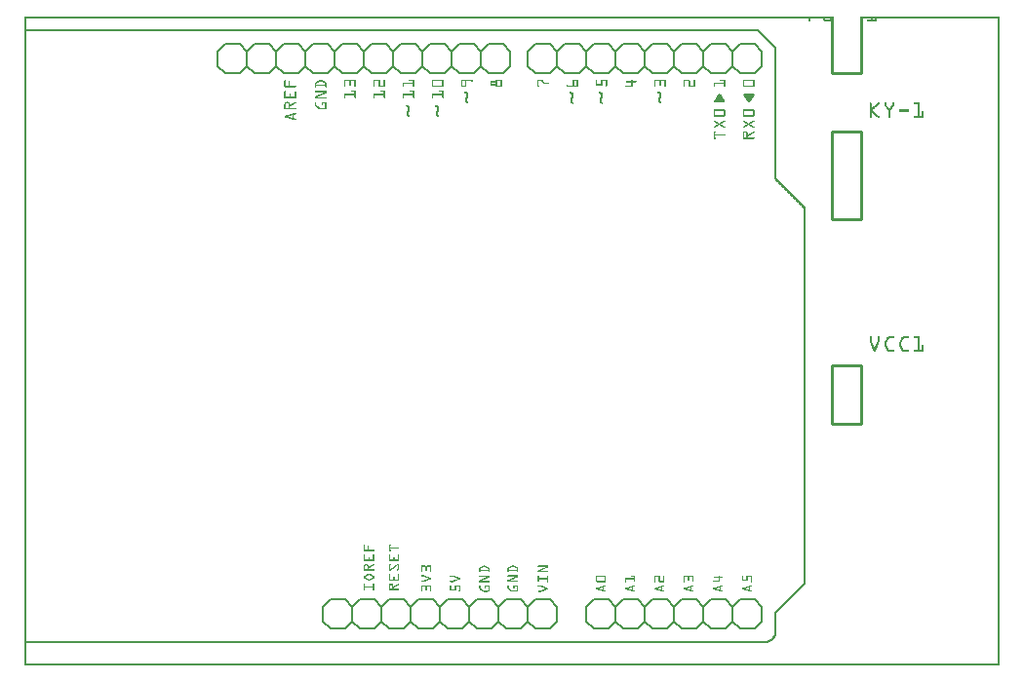
<source format=gto>
G04 MADE WITH FRITZING*
G04 WWW.FRITZING.ORG*
G04 DOUBLE SIDED*
G04 HOLES PLATED*
G04 CONTOUR ON CENTER OF CONTOUR VECTOR*
%ASAXBY*%
%FSLAX23Y23*%
%MOIN*%
%OFA0B0*%
%SFA1.0B1.0*%
%ADD10C,0.006000*%
%ADD11C,0.010000*%
%ADD12R,0.001000X0.001000*%
%LNSILK1*%
G90*
G70*
G54D10*
X2246Y228D02*
X2296Y228D01*
D02*
X2296Y228D02*
X2321Y203D01*
D02*
X2321Y203D02*
X2321Y153D01*
D02*
X2321Y153D02*
X2296Y128D01*
D02*
X2321Y203D02*
X2346Y228D01*
D02*
X2346Y228D02*
X2396Y228D01*
D02*
X2396Y228D02*
X2421Y203D01*
D02*
X2421Y203D02*
X2421Y153D01*
D02*
X2421Y153D02*
X2396Y128D01*
D02*
X2396Y128D02*
X2346Y128D01*
D02*
X2346Y128D02*
X2321Y153D01*
D02*
X2121Y203D02*
X2146Y228D01*
D02*
X2146Y228D02*
X2196Y228D01*
D02*
X2196Y228D02*
X2221Y203D01*
D02*
X2221Y203D02*
X2221Y153D01*
D02*
X2221Y153D02*
X2196Y128D01*
D02*
X2196Y128D02*
X2146Y128D01*
D02*
X2146Y128D02*
X2121Y153D01*
D02*
X2246Y228D02*
X2221Y203D01*
D02*
X2221Y153D02*
X2246Y128D01*
D02*
X2296Y128D02*
X2246Y128D01*
D02*
X1946Y228D02*
X1996Y228D01*
D02*
X1996Y228D02*
X2021Y203D01*
D02*
X2021Y203D02*
X2021Y153D01*
D02*
X2021Y153D02*
X1996Y128D01*
D02*
X2021Y203D02*
X2046Y228D01*
D02*
X2046Y228D02*
X2096Y228D01*
D02*
X2096Y228D02*
X2121Y203D01*
D02*
X2121Y203D02*
X2121Y153D01*
D02*
X2121Y153D02*
X2096Y128D01*
D02*
X2096Y128D02*
X2046Y128D01*
D02*
X2046Y128D02*
X2021Y153D01*
D02*
X1921Y203D02*
X1921Y153D01*
D02*
X1946Y228D02*
X1921Y203D01*
D02*
X1921Y153D02*
X1946Y128D01*
D02*
X1996Y128D02*
X1946Y128D01*
D02*
X2446Y228D02*
X2496Y228D01*
D02*
X2496Y228D02*
X2521Y203D01*
D02*
X2521Y203D02*
X2521Y153D01*
D02*
X2521Y153D02*
X2496Y128D01*
D02*
X2446Y228D02*
X2421Y203D01*
D02*
X2421Y153D02*
X2446Y128D01*
D02*
X2496Y128D02*
X2446Y128D01*
D02*
X836Y2028D02*
X786Y2028D01*
D02*
X1036Y2028D02*
X986Y2028D01*
D02*
X936Y2028D02*
X886Y2028D01*
D02*
X1136Y2028D02*
X1086Y2028D01*
D02*
X1336Y2028D02*
X1286Y2028D01*
D02*
X1236Y2028D02*
X1186Y2028D01*
D02*
X1436Y2028D02*
X1386Y2028D01*
D02*
X1636Y2028D02*
X1586Y2028D01*
D02*
X1536Y2028D02*
X1486Y2028D01*
D02*
X736Y2028D02*
X686Y2028D01*
D02*
X861Y2053D02*
X836Y2028D01*
D02*
X786Y2028D02*
X761Y2053D01*
D02*
X761Y2053D02*
X761Y2103D01*
D02*
X761Y2103D02*
X786Y2128D01*
D02*
X786Y2128D02*
X836Y2128D01*
D02*
X836Y2128D02*
X861Y2103D01*
D02*
X986Y2028D02*
X961Y2053D01*
D02*
X961Y2053D02*
X961Y2103D01*
D02*
X961Y2103D02*
X986Y2128D01*
D02*
X961Y2053D02*
X936Y2028D01*
D02*
X886Y2028D02*
X861Y2053D01*
D02*
X861Y2053D02*
X861Y2103D01*
D02*
X861Y2103D02*
X886Y2128D01*
D02*
X886Y2128D02*
X936Y2128D01*
D02*
X936Y2128D02*
X961Y2103D01*
D02*
X1161Y2053D02*
X1136Y2028D01*
D02*
X1086Y2028D02*
X1061Y2053D01*
D02*
X1061Y2053D02*
X1061Y2103D01*
D02*
X1061Y2103D02*
X1086Y2128D01*
D02*
X1086Y2128D02*
X1136Y2128D01*
D02*
X1136Y2128D02*
X1161Y2103D01*
D02*
X1036Y2028D02*
X1061Y2053D01*
D02*
X1061Y2103D02*
X1036Y2128D01*
D02*
X986Y2128D02*
X1036Y2128D01*
D02*
X1286Y2028D02*
X1261Y2053D01*
D02*
X1261Y2053D02*
X1261Y2103D01*
D02*
X1261Y2103D02*
X1286Y2128D01*
D02*
X1261Y2053D02*
X1236Y2028D01*
D02*
X1186Y2028D02*
X1161Y2053D01*
D02*
X1161Y2053D02*
X1161Y2103D01*
D02*
X1161Y2103D02*
X1186Y2128D01*
D02*
X1186Y2128D02*
X1236Y2128D01*
D02*
X1236Y2128D02*
X1261Y2103D01*
D02*
X1461Y2053D02*
X1436Y2028D01*
D02*
X1386Y2028D02*
X1361Y2053D01*
D02*
X1361Y2053D02*
X1361Y2103D01*
D02*
X1361Y2103D02*
X1386Y2128D01*
D02*
X1386Y2128D02*
X1436Y2128D01*
D02*
X1436Y2128D02*
X1461Y2103D01*
D02*
X1336Y2028D02*
X1361Y2053D01*
D02*
X1361Y2103D02*
X1336Y2128D01*
D02*
X1286Y2128D02*
X1336Y2128D01*
D02*
X1586Y2028D02*
X1561Y2053D01*
D02*
X1561Y2053D02*
X1561Y2103D01*
D02*
X1561Y2103D02*
X1586Y2128D01*
D02*
X1561Y2053D02*
X1536Y2028D01*
D02*
X1486Y2028D02*
X1461Y2053D01*
D02*
X1461Y2053D02*
X1461Y2103D01*
D02*
X1461Y2103D02*
X1486Y2128D01*
D02*
X1486Y2128D02*
X1536Y2128D01*
D02*
X1536Y2128D02*
X1561Y2103D01*
D02*
X1661Y2053D02*
X1661Y2103D01*
D02*
X1636Y2028D02*
X1661Y2053D01*
D02*
X1661Y2103D02*
X1636Y2128D01*
D02*
X1586Y2128D02*
X1636Y2128D01*
D02*
X686Y2028D02*
X661Y2053D01*
D02*
X661Y2053D02*
X661Y2103D01*
D02*
X661Y2103D02*
X686Y2128D01*
D02*
X736Y2028D02*
X761Y2053D01*
D02*
X761Y2103D02*
X736Y2128D01*
D02*
X686Y2128D02*
X736Y2128D01*
D02*
X1896Y2028D02*
X1846Y2028D01*
D02*
X1846Y2028D02*
X1821Y2053D01*
D02*
X1821Y2053D02*
X1821Y2103D01*
D02*
X1821Y2103D02*
X1846Y2128D01*
D02*
X2021Y2053D02*
X1996Y2028D01*
D02*
X1996Y2028D02*
X1946Y2028D01*
D02*
X1946Y2028D02*
X1921Y2053D01*
D02*
X1921Y2053D02*
X1921Y2103D01*
D02*
X1921Y2103D02*
X1946Y2128D01*
D02*
X1946Y2128D02*
X1996Y2128D01*
D02*
X1996Y2128D02*
X2021Y2103D01*
D02*
X1896Y2028D02*
X1921Y2053D01*
D02*
X1921Y2103D02*
X1896Y2128D01*
D02*
X1846Y2128D02*
X1896Y2128D01*
D02*
X2196Y2028D02*
X2146Y2028D01*
D02*
X2146Y2028D02*
X2121Y2053D01*
D02*
X2121Y2053D02*
X2121Y2103D01*
D02*
X2121Y2103D02*
X2146Y2128D01*
D02*
X2121Y2053D02*
X2096Y2028D01*
D02*
X2096Y2028D02*
X2046Y2028D01*
D02*
X2046Y2028D02*
X2021Y2053D01*
D02*
X2021Y2053D02*
X2021Y2103D01*
D02*
X2021Y2103D02*
X2046Y2128D01*
D02*
X2046Y2128D02*
X2096Y2128D01*
D02*
X2096Y2128D02*
X2121Y2103D01*
D02*
X2321Y2053D02*
X2296Y2028D01*
D02*
X2296Y2028D02*
X2246Y2028D01*
D02*
X2246Y2028D02*
X2221Y2053D01*
D02*
X2221Y2053D02*
X2221Y2103D01*
D02*
X2221Y2103D02*
X2246Y2128D01*
D02*
X2246Y2128D02*
X2296Y2128D01*
D02*
X2296Y2128D02*
X2321Y2103D01*
D02*
X2196Y2028D02*
X2221Y2053D01*
D02*
X2221Y2103D02*
X2196Y2128D01*
D02*
X2146Y2128D02*
X2196Y2128D01*
D02*
X2496Y2028D02*
X2446Y2028D01*
D02*
X2446Y2028D02*
X2421Y2053D01*
D02*
X2421Y2053D02*
X2421Y2103D01*
D02*
X2421Y2103D02*
X2446Y2128D01*
D02*
X2421Y2053D02*
X2396Y2028D01*
D02*
X2396Y2028D02*
X2346Y2028D01*
D02*
X2346Y2028D02*
X2321Y2053D01*
D02*
X2321Y2053D02*
X2321Y2103D01*
D02*
X2321Y2103D02*
X2346Y2128D01*
D02*
X2346Y2128D02*
X2396Y2128D01*
D02*
X2396Y2128D02*
X2421Y2103D01*
D02*
X2521Y2053D02*
X2521Y2103D01*
D02*
X2496Y2028D02*
X2521Y2053D01*
D02*
X2521Y2103D02*
X2496Y2128D01*
D02*
X2446Y2128D02*
X2496Y2128D01*
D02*
X1796Y2028D02*
X1746Y2028D01*
D02*
X1746Y2028D02*
X1721Y2053D01*
D02*
X1721Y2053D02*
X1721Y2103D01*
D02*
X1721Y2103D02*
X1746Y2128D01*
D02*
X1796Y2028D02*
X1821Y2053D01*
D02*
X1821Y2103D02*
X1796Y2128D01*
D02*
X1746Y2128D02*
X1796Y2128D01*
D02*
X1646Y228D02*
X1696Y228D01*
D02*
X1696Y228D02*
X1721Y203D01*
D02*
X1721Y203D02*
X1721Y153D01*
D02*
X1721Y153D02*
X1696Y128D01*
D02*
X1521Y203D02*
X1546Y228D01*
D02*
X1546Y228D02*
X1596Y228D01*
D02*
X1596Y228D02*
X1621Y203D01*
D02*
X1621Y203D02*
X1621Y153D01*
D02*
X1621Y153D02*
X1596Y128D01*
D02*
X1596Y128D02*
X1546Y128D01*
D02*
X1546Y128D02*
X1521Y153D01*
D02*
X1646Y228D02*
X1621Y203D01*
D02*
X1621Y153D02*
X1646Y128D01*
D02*
X1696Y128D02*
X1646Y128D01*
D02*
X1346Y228D02*
X1396Y228D01*
D02*
X1396Y228D02*
X1421Y203D01*
D02*
X1421Y203D02*
X1421Y153D01*
D02*
X1421Y153D02*
X1396Y128D01*
D02*
X1421Y203D02*
X1446Y228D01*
D02*
X1446Y228D02*
X1496Y228D01*
D02*
X1496Y228D02*
X1521Y203D01*
D02*
X1521Y203D02*
X1521Y153D01*
D02*
X1521Y153D02*
X1496Y128D01*
D02*
X1496Y128D02*
X1446Y128D01*
D02*
X1446Y128D02*
X1421Y153D01*
D02*
X1221Y203D02*
X1246Y228D01*
D02*
X1246Y228D02*
X1296Y228D01*
D02*
X1296Y228D02*
X1321Y203D01*
D02*
X1321Y203D02*
X1321Y153D01*
D02*
X1321Y153D02*
X1296Y128D01*
D02*
X1296Y128D02*
X1246Y128D01*
D02*
X1246Y128D02*
X1221Y153D01*
D02*
X1346Y228D02*
X1321Y203D01*
D02*
X1321Y153D02*
X1346Y128D01*
D02*
X1396Y128D02*
X1346Y128D01*
D02*
X1046Y228D02*
X1096Y228D01*
D02*
X1096Y228D02*
X1121Y203D01*
D02*
X1121Y203D02*
X1121Y153D01*
D02*
X1121Y153D02*
X1096Y128D01*
D02*
X1121Y203D02*
X1146Y228D01*
D02*
X1146Y228D02*
X1196Y228D01*
D02*
X1196Y228D02*
X1221Y203D01*
D02*
X1221Y203D02*
X1221Y153D01*
D02*
X1221Y153D02*
X1196Y128D01*
D02*
X1196Y128D02*
X1146Y128D01*
D02*
X1146Y128D02*
X1121Y153D01*
D02*
X1021Y203D02*
X1021Y153D01*
D02*
X1046Y228D02*
X1021Y203D01*
D02*
X1021Y153D02*
X1046Y128D01*
D02*
X1096Y128D02*
X1046Y128D01*
D02*
X1746Y228D02*
X1796Y228D01*
D02*
X1796Y228D02*
X1821Y203D01*
D02*
X1821Y203D02*
X1821Y153D01*
D02*
X1821Y153D02*
X1796Y128D01*
D02*
X1746Y228D02*
X1721Y203D01*
D02*
X1721Y153D02*
X1746Y128D01*
D02*
X1796Y128D02*
X1746Y128D01*
G54D11*
D02*
X2761Y2028D02*
X2861Y2028D01*
D02*
X2761Y1828D02*
X2761Y1528D01*
D02*
X2761Y1528D02*
X2861Y1528D01*
D02*
X2861Y1528D02*
X2861Y1828D01*
D02*
X2861Y1828D02*
X2761Y1828D01*
D02*
X2761Y1028D02*
X2761Y828D01*
D02*
X2761Y828D02*
X2861Y828D01*
D02*
X2861Y828D02*
X2861Y1028D01*
D02*
X2861Y1028D02*
X2761Y1028D01*
G54D12*
X0Y2222D02*
X2766Y2222D01*
X2854Y2222D02*
X3332Y2222D01*
X0Y2221D02*
X2766Y2221D01*
X2855Y2221D02*
X3332Y2221D01*
X0Y2220D02*
X2766Y2220D01*
X2855Y2220D02*
X3332Y2220D01*
X0Y2219D02*
X2766Y2219D01*
X2855Y2219D02*
X3332Y2219D01*
X0Y2218D02*
X2766Y2218D01*
X2855Y2218D02*
X3332Y2218D01*
X0Y2217D02*
X2766Y2217D01*
X2855Y2217D02*
X3332Y2217D01*
X0Y2216D02*
X2766Y2216D01*
X2855Y2216D02*
X3332Y2216D01*
X0Y2215D02*
X2766Y2215D01*
X2855Y2215D02*
X3332Y2215D01*
X0Y2214D02*
X7Y2214D01*
X2679Y2214D02*
X2685Y2214D01*
X2729Y2214D02*
X2735Y2214D01*
X2754Y2214D02*
X2765Y2214D01*
X2856Y2214D02*
X2865Y2214D01*
X2893Y2214D02*
X2899Y2214D01*
X2907Y2214D02*
X2913Y2214D01*
X3325Y2214D02*
X3332Y2214D01*
X0Y2213D02*
X7Y2213D01*
X2679Y2213D02*
X2685Y2213D01*
X2729Y2213D02*
X2735Y2213D01*
X2753Y2213D02*
X2765Y2213D01*
X2856Y2213D02*
X2865Y2213D01*
X2893Y2213D02*
X2899Y2213D01*
X2907Y2213D02*
X2913Y2213D01*
X3325Y2213D02*
X3332Y2213D01*
X0Y2212D02*
X7Y2212D01*
X2679Y2212D02*
X2685Y2212D01*
X2729Y2212D02*
X2736Y2212D01*
X2751Y2212D02*
X2765Y2212D01*
X2856Y2212D02*
X2865Y2212D01*
X2893Y2212D02*
X2899Y2212D01*
X2907Y2212D02*
X2913Y2212D01*
X3325Y2212D02*
X3332Y2212D01*
X0Y2211D02*
X7Y2211D01*
X2679Y2211D02*
X2685Y2211D01*
X2730Y2211D02*
X2737Y2211D01*
X2749Y2211D02*
X2765Y2211D01*
X2855Y2211D02*
X2865Y2211D01*
X2893Y2211D02*
X2900Y2211D01*
X2907Y2211D02*
X2913Y2211D01*
X3325Y2211D02*
X3332Y2211D01*
X0Y2210D02*
X7Y2210D01*
X2679Y2210D02*
X2685Y2210D01*
X2730Y2210D02*
X2765Y2210D01*
X2855Y2210D02*
X2865Y2210D01*
X2881Y2210D02*
X2913Y2210D01*
X3325Y2210D02*
X3332Y2210D01*
X0Y2209D02*
X7Y2209D01*
X2679Y2209D02*
X2685Y2209D01*
X2730Y2209D02*
X2765Y2209D01*
X2855Y2209D02*
X2865Y2209D01*
X2880Y2209D02*
X2913Y2209D01*
X3325Y2209D02*
X3332Y2209D01*
X0Y2208D02*
X7Y2208D01*
X2679Y2208D02*
X2685Y2208D01*
X2731Y2208D02*
X2765Y2208D01*
X2855Y2208D02*
X2865Y2208D01*
X2880Y2208D02*
X2913Y2208D01*
X3325Y2208D02*
X3332Y2208D01*
X0Y2207D02*
X7Y2207D01*
X2679Y2207D02*
X2685Y2207D01*
X2732Y2207D02*
X2765Y2207D01*
X2855Y2207D02*
X2865Y2207D01*
X2880Y2207D02*
X2913Y2207D01*
X3325Y2207D02*
X3332Y2207D01*
X0Y2206D02*
X7Y2206D01*
X2679Y2206D02*
X2685Y2206D01*
X2733Y2206D02*
X2753Y2206D01*
X2756Y2206D02*
X2765Y2206D01*
X2855Y2206D02*
X2865Y2206D01*
X2880Y2206D02*
X2913Y2206D01*
X3325Y2206D02*
X3332Y2206D01*
X0Y2205D02*
X7Y2205D01*
X2680Y2205D02*
X2684Y2205D01*
X2735Y2205D02*
X2752Y2205D01*
X2756Y2205D02*
X2765Y2205D01*
X2855Y2205D02*
X2865Y2205D01*
X2881Y2205D02*
X2912Y2205D01*
X3325Y2205D02*
X3332Y2205D01*
X0Y2204D02*
X7Y2204D01*
X2681Y2204D02*
X2682Y2204D01*
X2737Y2204D02*
X2750Y2204D01*
X2756Y2204D02*
X2765Y2204D01*
X2855Y2204D02*
X2865Y2204D01*
X2882Y2204D02*
X2911Y2204D01*
X3325Y2204D02*
X3332Y2204D01*
X0Y2203D02*
X7Y2203D01*
X2756Y2203D02*
X2765Y2203D01*
X2856Y2203D02*
X2865Y2203D01*
X3325Y2203D02*
X3332Y2203D01*
X0Y2202D02*
X7Y2202D01*
X2756Y2202D02*
X2766Y2202D01*
X2856Y2202D02*
X2865Y2202D01*
X3325Y2202D02*
X3332Y2202D01*
X0Y2201D02*
X7Y2201D01*
X2756Y2201D02*
X2766Y2201D01*
X2856Y2201D02*
X2865Y2201D01*
X3325Y2201D02*
X3332Y2201D01*
X0Y2200D02*
X7Y2200D01*
X2756Y2200D02*
X2766Y2200D01*
X2856Y2200D02*
X2865Y2200D01*
X3325Y2200D02*
X3332Y2200D01*
X0Y2199D02*
X7Y2199D01*
X2756Y2199D02*
X2766Y2199D01*
X2856Y2199D02*
X2865Y2199D01*
X3325Y2199D02*
X3332Y2199D01*
X0Y2198D02*
X7Y2198D01*
X2756Y2198D02*
X2766Y2198D01*
X2856Y2198D02*
X2865Y2198D01*
X3325Y2198D02*
X3332Y2198D01*
X0Y2197D02*
X7Y2197D01*
X2756Y2197D02*
X2766Y2197D01*
X2856Y2197D02*
X2865Y2197D01*
X3325Y2197D02*
X3332Y2197D01*
X0Y2196D02*
X7Y2196D01*
X2756Y2196D02*
X2766Y2196D01*
X2856Y2196D02*
X2865Y2196D01*
X3325Y2196D02*
X3332Y2196D01*
X0Y2195D02*
X7Y2195D01*
X2756Y2195D02*
X2765Y2195D01*
X2856Y2195D02*
X2865Y2195D01*
X3325Y2195D02*
X3332Y2195D01*
X0Y2194D02*
X7Y2194D01*
X2756Y2194D02*
X2765Y2194D01*
X2856Y2194D02*
X2865Y2194D01*
X3325Y2194D02*
X3332Y2194D01*
X0Y2193D02*
X7Y2193D01*
X2756Y2193D02*
X2765Y2193D01*
X2856Y2193D02*
X2865Y2193D01*
X3325Y2193D02*
X3332Y2193D01*
X0Y2192D02*
X7Y2192D01*
X2756Y2192D02*
X2765Y2192D01*
X2856Y2192D02*
X2865Y2192D01*
X3325Y2192D02*
X3332Y2192D01*
X0Y2191D02*
X7Y2191D01*
X2756Y2191D02*
X2765Y2191D01*
X2856Y2191D02*
X2865Y2191D01*
X3325Y2191D02*
X3332Y2191D01*
X0Y2190D02*
X7Y2190D01*
X2756Y2190D02*
X2765Y2190D01*
X2856Y2190D02*
X2865Y2190D01*
X3325Y2190D02*
X3332Y2190D01*
X0Y2189D02*
X7Y2189D01*
X2756Y2189D02*
X2765Y2189D01*
X2856Y2189D02*
X2865Y2189D01*
X3325Y2189D02*
X3332Y2189D01*
X0Y2188D02*
X7Y2188D01*
X2756Y2188D02*
X2765Y2188D01*
X2856Y2188D02*
X2865Y2188D01*
X3325Y2188D02*
X3332Y2188D01*
X0Y2187D02*
X7Y2187D01*
X2756Y2187D02*
X2765Y2187D01*
X2856Y2187D02*
X2865Y2187D01*
X3325Y2187D02*
X3332Y2187D01*
X0Y2186D02*
X7Y2186D01*
X2756Y2186D02*
X2765Y2186D01*
X2856Y2186D02*
X2865Y2186D01*
X3325Y2186D02*
X3332Y2186D01*
X0Y2185D02*
X7Y2185D01*
X2756Y2185D02*
X2765Y2185D01*
X2856Y2185D02*
X2865Y2185D01*
X3325Y2185D02*
X3332Y2185D01*
X0Y2184D02*
X7Y2184D01*
X2756Y2184D02*
X2765Y2184D01*
X2856Y2184D02*
X2865Y2184D01*
X3325Y2184D02*
X3332Y2184D01*
X0Y2183D02*
X7Y2183D01*
X2756Y2183D02*
X2765Y2183D01*
X2856Y2183D02*
X2865Y2183D01*
X3325Y2183D02*
X3332Y2183D01*
X0Y2182D02*
X7Y2182D01*
X2756Y2182D02*
X2765Y2182D01*
X2856Y2182D02*
X2865Y2182D01*
X3325Y2182D02*
X3332Y2182D01*
X0Y2181D02*
X7Y2181D01*
X2756Y2181D02*
X2765Y2181D01*
X2856Y2181D02*
X2865Y2181D01*
X3325Y2181D02*
X3332Y2181D01*
X0Y2180D02*
X7Y2180D01*
X2756Y2180D02*
X2765Y2180D01*
X2856Y2180D02*
X2865Y2180D01*
X3325Y2180D02*
X3332Y2180D01*
X0Y2179D02*
X7Y2179D01*
X2756Y2179D02*
X2765Y2179D01*
X2856Y2179D02*
X2865Y2179D01*
X3325Y2179D02*
X3332Y2179D01*
X0Y2178D02*
X2508Y2178D01*
X2756Y2178D02*
X2765Y2178D01*
X2856Y2178D02*
X2865Y2178D01*
X3325Y2178D02*
X3332Y2178D01*
X0Y2177D02*
X2509Y2177D01*
X2756Y2177D02*
X2765Y2177D01*
X2856Y2177D02*
X2865Y2177D01*
X3325Y2177D02*
X3332Y2177D01*
X0Y2176D02*
X2510Y2176D01*
X2756Y2176D02*
X2765Y2176D01*
X2856Y2176D02*
X2865Y2176D01*
X3325Y2176D02*
X3332Y2176D01*
X0Y2175D02*
X2511Y2175D01*
X2756Y2175D02*
X2765Y2175D01*
X2856Y2175D02*
X2865Y2175D01*
X3325Y2175D02*
X3332Y2175D01*
X0Y2174D02*
X2512Y2174D01*
X2756Y2174D02*
X2765Y2174D01*
X2856Y2174D02*
X2865Y2174D01*
X3325Y2174D02*
X3332Y2174D01*
X0Y2173D02*
X2513Y2173D01*
X2756Y2173D02*
X2765Y2173D01*
X2856Y2173D02*
X2865Y2173D01*
X3325Y2173D02*
X3332Y2173D01*
X0Y2172D02*
X2514Y2172D01*
X2756Y2172D02*
X2765Y2172D01*
X2856Y2172D02*
X2865Y2172D01*
X3325Y2172D02*
X3332Y2172D01*
X0Y2171D02*
X2515Y2171D01*
X2756Y2171D02*
X2765Y2171D01*
X2856Y2171D02*
X2865Y2171D01*
X3325Y2171D02*
X3332Y2171D01*
X0Y2170D02*
X7Y2170D01*
X2505Y2170D02*
X2516Y2170D01*
X2756Y2170D02*
X2765Y2170D01*
X2856Y2170D02*
X2865Y2170D01*
X3325Y2170D02*
X3332Y2170D01*
X0Y2169D02*
X7Y2169D01*
X2507Y2169D02*
X2517Y2169D01*
X2756Y2169D02*
X2765Y2169D01*
X2856Y2169D02*
X2865Y2169D01*
X3325Y2169D02*
X3332Y2169D01*
X0Y2168D02*
X7Y2168D01*
X2508Y2168D02*
X2518Y2168D01*
X2756Y2168D02*
X2765Y2168D01*
X2856Y2168D02*
X2865Y2168D01*
X3325Y2168D02*
X3332Y2168D01*
X0Y2167D02*
X7Y2167D01*
X2509Y2167D02*
X2519Y2167D01*
X2756Y2167D02*
X2765Y2167D01*
X2856Y2167D02*
X2865Y2167D01*
X3325Y2167D02*
X3332Y2167D01*
X0Y2166D02*
X7Y2166D01*
X2510Y2166D02*
X2520Y2166D01*
X2756Y2166D02*
X2765Y2166D01*
X2856Y2166D02*
X2865Y2166D01*
X3325Y2166D02*
X3332Y2166D01*
X0Y2165D02*
X7Y2165D01*
X2511Y2165D02*
X2521Y2165D01*
X2756Y2165D02*
X2765Y2165D01*
X2856Y2165D02*
X2865Y2165D01*
X3325Y2165D02*
X3332Y2165D01*
X0Y2164D02*
X7Y2164D01*
X2512Y2164D02*
X2522Y2164D01*
X2756Y2164D02*
X2765Y2164D01*
X2856Y2164D02*
X2865Y2164D01*
X3325Y2164D02*
X3332Y2164D01*
X0Y2163D02*
X7Y2163D01*
X2513Y2163D02*
X2523Y2163D01*
X2756Y2163D02*
X2765Y2163D01*
X2856Y2163D02*
X2865Y2163D01*
X3325Y2163D02*
X3332Y2163D01*
X0Y2162D02*
X7Y2162D01*
X2514Y2162D02*
X2524Y2162D01*
X2756Y2162D02*
X2765Y2162D01*
X2856Y2162D02*
X2865Y2162D01*
X3325Y2162D02*
X3332Y2162D01*
X0Y2161D02*
X7Y2161D01*
X2515Y2161D02*
X2525Y2161D01*
X2756Y2161D02*
X2765Y2161D01*
X2856Y2161D02*
X2865Y2161D01*
X3325Y2161D02*
X3332Y2161D01*
X0Y2160D02*
X7Y2160D01*
X2516Y2160D02*
X2526Y2160D01*
X2756Y2160D02*
X2765Y2160D01*
X2856Y2160D02*
X2865Y2160D01*
X3325Y2160D02*
X3332Y2160D01*
X0Y2159D02*
X7Y2159D01*
X2517Y2159D02*
X2527Y2159D01*
X2756Y2159D02*
X2765Y2159D01*
X2856Y2159D02*
X2865Y2159D01*
X3325Y2159D02*
X3332Y2159D01*
X0Y2158D02*
X7Y2158D01*
X2518Y2158D02*
X2528Y2158D01*
X2756Y2158D02*
X2765Y2158D01*
X2856Y2158D02*
X2865Y2158D01*
X3325Y2158D02*
X3332Y2158D01*
X0Y2157D02*
X7Y2157D01*
X2519Y2157D02*
X2529Y2157D01*
X2756Y2157D02*
X2765Y2157D01*
X2856Y2157D02*
X2865Y2157D01*
X3325Y2157D02*
X3332Y2157D01*
X0Y2156D02*
X7Y2156D01*
X2520Y2156D02*
X2530Y2156D01*
X2756Y2156D02*
X2765Y2156D01*
X2856Y2156D02*
X2865Y2156D01*
X3325Y2156D02*
X3332Y2156D01*
X0Y2155D02*
X7Y2155D01*
X2521Y2155D02*
X2531Y2155D01*
X2756Y2155D02*
X2765Y2155D01*
X2856Y2155D02*
X2865Y2155D01*
X3325Y2155D02*
X3332Y2155D01*
X0Y2154D02*
X7Y2154D01*
X2522Y2154D02*
X2532Y2154D01*
X2756Y2154D02*
X2765Y2154D01*
X2856Y2154D02*
X2865Y2154D01*
X3325Y2154D02*
X3332Y2154D01*
X0Y2153D02*
X7Y2153D01*
X2523Y2153D02*
X2533Y2153D01*
X2756Y2153D02*
X2765Y2153D01*
X2856Y2153D02*
X2865Y2153D01*
X3325Y2153D02*
X3332Y2153D01*
X0Y2152D02*
X7Y2152D01*
X2524Y2152D02*
X2534Y2152D01*
X2756Y2152D02*
X2765Y2152D01*
X2856Y2152D02*
X2865Y2152D01*
X3325Y2152D02*
X3332Y2152D01*
X0Y2151D02*
X7Y2151D01*
X2525Y2151D02*
X2535Y2151D01*
X2756Y2151D02*
X2765Y2151D01*
X2856Y2151D02*
X2865Y2151D01*
X3325Y2151D02*
X3332Y2151D01*
X0Y2150D02*
X7Y2150D01*
X2526Y2150D02*
X2536Y2150D01*
X2756Y2150D02*
X2765Y2150D01*
X2856Y2150D02*
X2865Y2150D01*
X3325Y2150D02*
X3332Y2150D01*
X0Y2149D02*
X7Y2149D01*
X2527Y2149D02*
X2537Y2149D01*
X2756Y2149D02*
X2765Y2149D01*
X2856Y2149D02*
X2865Y2149D01*
X3325Y2149D02*
X3332Y2149D01*
X0Y2148D02*
X7Y2148D01*
X2528Y2148D02*
X2538Y2148D01*
X2756Y2148D02*
X2765Y2148D01*
X2856Y2148D02*
X2865Y2148D01*
X3325Y2148D02*
X3332Y2148D01*
X0Y2147D02*
X7Y2147D01*
X2529Y2147D02*
X2539Y2147D01*
X2756Y2147D02*
X2765Y2147D01*
X2856Y2147D02*
X2865Y2147D01*
X3325Y2147D02*
X3332Y2147D01*
X0Y2146D02*
X7Y2146D01*
X2530Y2146D02*
X2540Y2146D01*
X2756Y2146D02*
X2765Y2146D01*
X2856Y2146D02*
X2865Y2146D01*
X3325Y2146D02*
X3332Y2146D01*
X0Y2145D02*
X7Y2145D01*
X2531Y2145D02*
X2541Y2145D01*
X2756Y2145D02*
X2765Y2145D01*
X2856Y2145D02*
X2865Y2145D01*
X3325Y2145D02*
X3332Y2145D01*
X0Y2144D02*
X7Y2144D01*
X2532Y2144D02*
X2542Y2144D01*
X2756Y2144D02*
X2765Y2144D01*
X2856Y2144D02*
X2865Y2144D01*
X3325Y2144D02*
X3332Y2144D01*
X0Y2143D02*
X7Y2143D01*
X2533Y2143D02*
X2543Y2143D01*
X2756Y2143D02*
X2765Y2143D01*
X2856Y2143D02*
X2865Y2143D01*
X3325Y2143D02*
X3332Y2143D01*
X0Y2142D02*
X7Y2142D01*
X2534Y2142D02*
X2544Y2142D01*
X2756Y2142D02*
X2765Y2142D01*
X2856Y2142D02*
X2865Y2142D01*
X3325Y2142D02*
X3332Y2142D01*
X0Y2141D02*
X7Y2141D01*
X2535Y2141D02*
X2545Y2141D01*
X2756Y2141D02*
X2765Y2141D01*
X2856Y2141D02*
X2865Y2141D01*
X3325Y2141D02*
X3332Y2141D01*
X0Y2140D02*
X7Y2140D01*
X2536Y2140D02*
X2546Y2140D01*
X2756Y2140D02*
X2765Y2140D01*
X2856Y2140D02*
X2865Y2140D01*
X3325Y2140D02*
X3332Y2140D01*
X0Y2139D02*
X7Y2139D01*
X2537Y2139D02*
X2547Y2139D01*
X2756Y2139D02*
X2765Y2139D01*
X2856Y2139D02*
X2865Y2139D01*
X3325Y2139D02*
X3332Y2139D01*
X0Y2138D02*
X7Y2138D01*
X2538Y2138D02*
X2548Y2138D01*
X2756Y2138D02*
X2765Y2138D01*
X2856Y2138D02*
X2865Y2138D01*
X3325Y2138D02*
X3332Y2138D01*
X0Y2137D02*
X7Y2137D01*
X2539Y2137D02*
X2549Y2137D01*
X2756Y2137D02*
X2765Y2137D01*
X2856Y2137D02*
X2865Y2137D01*
X3325Y2137D02*
X3332Y2137D01*
X0Y2136D02*
X7Y2136D01*
X2540Y2136D02*
X2550Y2136D01*
X2756Y2136D02*
X2765Y2136D01*
X2856Y2136D02*
X2865Y2136D01*
X3325Y2136D02*
X3332Y2136D01*
X0Y2135D02*
X7Y2135D01*
X2541Y2135D02*
X2551Y2135D01*
X2756Y2135D02*
X2765Y2135D01*
X2856Y2135D02*
X2865Y2135D01*
X3325Y2135D02*
X3332Y2135D01*
X0Y2134D02*
X7Y2134D01*
X2542Y2134D02*
X2552Y2134D01*
X2756Y2134D02*
X2765Y2134D01*
X2856Y2134D02*
X2865Y2134D01*
X3325Y2134D02*
X3332Y2134D01*
X0Y2133D02*
X7Y2133D01*
X2543Y2133D02*
X2553Y2133D01*
X2756Y2133D02*
X2765Y2133D01*
X2856Y2133D02*
X2865Y2133D01*
X3325Y2133D02*
X3332Y2133D01*
X0Y2132D02*
X7Y2132D01*
X2544Y2132D02*
X2554Y2132D01*
X2756Y2132D02*
X2765Y2132D01*
X2856Y2132D02*
X2865Y2132D01*
X3325Y2132D02*
X3332Y2132D01*
X0Y2131D02*
X7Y2131D01*
X2545Y2131D02*
X2555Y2131D01*
X2756Y2131D02*
X2765Y2131D01*
X2856Y2131D02*
X2865Y2131D01*
X3325Y2131D02*
X3332Y2131D01*
X0Y2130D02*
X7Y2130D01*
X2546Y2130D02*
X2556Y2130D01*
X2756Y2130D02*
X2765Y2130D01*
X2856Y2130D02*
X2865Y2130D01*
X3325Y2130D02*
X3332Y2130D01*
X0Y2129D02*
X7Y2129D01*
X2547Y2129D02*
X2557Y2129D01*
X2756Y2129D02*
X2765Y2129D01*
X2856Y2129D02*
X2865Y2129D01*
X3325Y2129D02*
X3332Y2129D01*
X0Y2128D02*
X7Y2128D01*
X2548Y2128D02*
X2558Y2128D01*
X2756Y2128D02*
X2765Y2128D01*
X2856Y2128D02*
X2865Y2128D01*
X3325Y2128D02*
X3332Y2128D01*
X0Y2127D02*
X7Y2127D01*
X2549Y2127D02*
X2559Y2127D01*
X2756Y2127D02*
X2765Y2127D01*
X2856Y2127D02*
X2865Y2127D01*
X3325Y2127D02*
X3332Y2127D01*
X0Y2126D02*
X7Y2126D01*
X2550Y2126D02*
X2560Y2126D01*
X2756Y2126D02*
X2765Y2126D01*
X2856Y2126D02*
X2865Y2126D01*
X3325Y2126D02*
X3332Y2126D01*
X0Y2125D02*
X7Y2125D01*
X2551Y2125D02*
X2561Y2125D01*
X2756Y2125D02*
X2765Y2125D01*
X2856Y2125D02*
X2865Y2125D01*
X3325Y2125D02*
X3332Y2125D01*
X0Y2124D02*
X7Y2124D01*
X2552Y2124D02*
X2562Y2124D01*
X2756Y2124D02*
X2765Y2124D01*
X2856Y2124D02*
X2865Y2124D01*
X3325Y2124D02*
X3332Y2124D01*
X0Y2123D02*
X7Y2123D01*
X2553Y2123D02*
X2563Y2123D01*
X2756Y2123D02*
X2765Y2123D01*
X2856Y2123D02*
X2865Y2123D01*
X3325Y2123D02*
X3332Y2123D01*
X0Y2122D02*
X7Y2122D01*
X2554Y2122D02*
X2564Y2122D01*
X2756Y2122D02*
X2765Y2122D01*
X2856Y2122D02*
X2865Y2122D01*
X3325Y2122D02*
X3332Y2122D01*
X0Y2121D02*
X7Y2121D01*
X2555Y2121D02*
X2565Y2121D01*
X2756Y2121D02*
X2765Y2121D01*
X2856Y2121D02*
X2865Y2121D01*
X3325Y2121D02*
X3332Y2121D01*
X0Y2120D02*
X7Y2120D01*
X2556Y2120D02*
X2566Y2120D01*
X2756Y2120D02*
X2765Y2120D01*
X2856Y2120D02*
X2865Y2120D01*
X3325Y2120D02*
X3332Y2120D01*
X0Y2119D02*
X7Y2119D01*
X2557Y2119D02*
X2567Y2119D01*
X2756Y2119D02*
X2765Y2119D01*
X2856Y2119D02*
X2865Y2119D01*
X3325Y2119D02*
X3332Y2119D01*
X0Y2118D02*
X7Y2118D01*
X2558Y2118D02*
X2568Y2118D01*
X2756Y2118D02*
X2765Y2118D01*
X2856Y2118D02*
X2865Y2118D01*
X3325Y2118D02*
X3332Y2118D01*
X0Y2117D02*
X7Y2117D01*
X2559Y2117D02*
X2569Y2117D01*
X2756Y2117D02*
X2765Y2117D01*
X2856Y2117D02*
X2865Y2117D01*
X3325Y2117D02*
X3332Y2117D01*
X0Y2116D02*
X7Y2116D01*
X2560Y2116D02*
X2570Y2116D01*
X2756Y2116D02*
X2765Y2116D01*
X2856Y2116D02*
X2865Y2116D01*
X3325Y2116D02*
X3332Y2116D01*
X0Y2115D02*
X7Y2115D01*
X2561Y2115D02*
X2570Y2115D01*
X2756Y2115D02*
X2765Y2115D01*
X2856Y2115D02*
X2865Y2115D01*
X3325Y2115D02*
X3332Y2115D01*
X0Y2114D02*
X7Y2114D01*
X2562Y2114D02*
X2570Y2114D01*
X2756Y2114D02*
X2765Y2114D01*
X2856Y2114D02*
X2865Y2114D01*
X3325Y2114D02*
X3332Y2114D01*
X0Y2113D02*
X7Y2113D01*
X2563Y2113D02*
X2570Y2113D01*
X2756Y2113D02*
X2765Y2113D01*
X2856Y2113D02*
X2865Y2113D01*
X3325Y2113D02*
X3332Y2113D01*
X0Y2112D02*
X7Y2112D01*
X2563Y2112D02*
X2570Y2112D01*
X2756Y2112D02*
X2765Y2112D01*
X2856Y2112D02*
X2865Y2112D01*
X3325Y2112D02*
X3332Y2112D01*
X0Y2111D02*
X7Y2111D01*
X2563Y2111D02*
X2570Y2111D01*
X2756Y2111D02*
X2765Y2111D01*
X2856Y2111D02*
X2865Y2111D01*
X3325Y2111D02*
X3332Y2111D01*
X0Y2110D02*
X7Y2110D01*
X2563Y2110D02*
X2570Y2110D01*
X2756Y2110D02*
X2765Y2110D01*
X2856Y2110D02*
X2865Y2110D01*
X3325Y2110D02*
X3332Y2110D01*
X0Y2109D02*
X7Y2109D01*
X2563Y2109D02*
X2570Y2109D01*
X2756Y2109D02*
X2765Y2109D01*
X2856Y2109D02*
X2865Y2109D01*
X3325Y2109D02*
X3332Y2109D01*
X0Y2108D02*
X7Y2108D01*
X2563Y2108D02*
X2570Y2108D01*
X2756Y2108D02*
X2765Y2108D01*
X2856Y2108D02*
X2865Y2108D01*
X3325Y2108D02*
X3332Y2108D01*
X0Y2107D02*
X7Y2107D01*
X2563Y2107D02*
X2570Y2107D01*
X2756Y2107D02*
X2765Y2107D01*
X2856Y2107D02*
X2865Y2107D01*
X3325Y2107D02*
X3332Y2107D01*
X0Y2106D02*
X7Y2106D01*
X2563Y2106D02*
X2570Y2106D01*
X2756Y2106D02*
X2765Y2106D01*
X2856Y2106D02*
X2865Y2106D01*
X3325Y2106D02*
X3332Y2106D01*
X0Y2105D02*
X7Y2105D01*
X2563Y2105D02*
X2570Y2105D01*
X2756Y2105D02*
X2765Y2105D01*
X2856Y2105D02*
X2865Y2105D01*
X3325Y2105D02*
X3332Y2105D01*
X0Y2104D02*
X7Y2104D01*
X2563Y2104D02*
X2570Y2104D01*
X2756Y2104D02*
X2765Y2104D01*
X2856Y2104D02*
X2865Y2104D01*
X3325Y2104D02*
X3332Y2104D01*
X0Y2103D02*
X7Y2103D01*
X2563Y2103D02*
X2570Y2103D01*
X2756Y2103D02*
X2765Y2103D01*
X2856Y2103D02*
X2865Y2103D01*
X3325Y2103D02*
X3332Y2103D01*
X0Y2102D02*
X7Y2102D01*
X2563Y2102D02*
X2570Y2102D01*
X2756Y2102D02*
X2765Y2102D01*
X2856Y2102D02*
X2865Y2102D01*
X3325Y2102D02*
X3332Y2102D01*
X0Y2101D02*
X7Y2101D01*
X2563Y2101D02*
X2570Y2101D01*
X2756Y2101D02*
X2765Y2101D01*
X2856Y2101D02*
X2865Y2101D01*
X3325Y2101D02*
X3332Y2101D01*
X0Y2100D02*
X7Y2100D01*
X2563Y2100D02*
X2570Y2100D01*
X2756Y2100D02*
X2765Y2100D01*
X2856Y2100D02*
X2865Y2100D01*
X3325Y2100D02*
X3332Y2100D01*
X0Y2099D02*
X7Y2099D01*
X2563Y2099D02*
X2570Y2099D01*
X2756Y2099D02*
X2765Y2099D01*
X2856Y2099D02*
X2865Y2099D01*
X3325Y2099D02*
X3332Y2099D01*
X0Y2098D02*
X7Y2098D01*
X2563Y2098D02*
X2570Y2098D01*
X2756Y2098D02*
X2765Y2098D01*
X2856Y2098D02*
X2865Y2098D01*
X3325Y2098D02*
X3332Y2098D01*
X0Y2097D02*
X7Y2097D01*
X2563Y2097D02*
X2570Y2097D01*
X2756Y2097D02*
X2765Y2097D01*
X2856Y2097D02*
X2865Y2097D01*
X3325Y2097D02*
X3332Y2097D01*
X0Y2096D02*
X7Y2096D01*
X2563Y2096D02*
X2570Y2096D01*
X2756Y2096D02*
X2765Y2096D01*
X2856Y2096D02*
X2865Y2096D01*
X3325Y2096D02*
X3332Y2096D01*
X0Y2095D02*
X7Y2095D01*
X2563Y2095D02*
X2570Y2095D01*
X2756Y2095D02*
X2765Y2095D01*
X2856Y2095D02*
X2865Y2095D01*
X3325Y2095D02*
X3332Y2095D01*
X0Y2094D02*
X7Y2094D01*
X2563Y2094D02*
X2570Y2094D01*
X2756Y2094D02*
X2765Y2094D01*
X2856Y2094D02*
X2865Y2094D01*
X3325Y2094D02*
X3332Y2094D01*
X0Y2093D02*
X7Y2093D01*
X2563Y2093D02*
X2570Y2093D01*
X2756Y2093D02*
X2765Y2093D01*
X2856Y2093D02*
X2865Y2093D01*
X3325Y2093D02*
X3332Y2093D01*
X0Y2092D02*
X7Y2092D01*
X2563Y2092D02*
X2570Y2092D01*
X2756Y2092D02*
X2765Y2092D01*
X2856Y2092D02*
X2865Y2092D01*
X3325Y2092D02*
X3332Y2092D01*
X0Y2091D02*
X7Y2091D01*
X2563Y2091D02*
X2570Y2091D01*
X2756Y2091D02*
X2765Y2091D01*
X2856Y2091D02*
X2865Y2091D01*
X3325Y2091D02*
X3332Y2091D01*
X0Y2090D02*
X7Y2090D01*
X2563Y2090D02*
X2570Y2090D01*
X2756Y2090D02*
X2765Y2090D01*
X2856Y2090D02*
X2865Y2090D01*
X3325Y2090D02*
X3332Y2090D01*
X0Y2089D02*
X7Y2089D01*
X2563Y2089D02*
X2570Y2089D01*
X2756Y2089D02*
X2765Y2089D01*
X2856Y2089D02*
X2865Y2089D01*
X3325Y2089D02*
X3332Y2089D01*
X0Y2088D02*
X7Y2088D01*
X2563Y2088D02*
X2570Y2088D01*
X2756Y2088D02*
X2765Y2088D01*
X2856Y2088D02*
X2865Y2088D01*
X3325Y2088D02*
X3332Y2088D01*
X0Y2087D02*
X7Y2087D01*
X2563Y2087D02*
X2570Y2087D01*
X2756Y2087D02*
X2765Y2087D01*
X2856Y2087D02*
X2865Y2087D01*
X3325Y2087D02*
X3332Y2087D01*
X0Y2086D02*
X7Y2086D01*
X2563Y2086D02*
X2570Y2086D01*
X2756Y2086D02*
X2765Y2086D01*
X2856Y2086D02*
X2865Y2086D01*
X3325Y2086D02*
X3332Y2086D01*
X0Y2085D02*
X7Y2085D01*
X2563Y2085D02*
X2570Y2085D01*
X2756Y2085D02*
X2765Y2085D01*
X2856Y2085D02*
X2865Y2085D01*
X3325Y2085D02*
X3332Y2085D01*
X0Y2084D02*
X7Y2084D01*
X2563Y2084D02*
X2570Y2084D01*
X2756Y2084D02*
X2765Y2084D01*
X2856Y2084D02*
X2865Y2084D01*
X3325Y2084D02*
X3332Y2084D01*
X0Y2083D02*
X7Y2083D01*
X2563Y2083D02*
X2570Y2083D01*
X2756Y2083D02*
X2765Y2083D01*
X2856Y2083D02*
X2865Y2083D01*
X3325Y2083D02*
X3332Y2083D01*
X0Y2082D02*
X7Y2082D01*
X2563Y2082D02*
X2570Y2082D01*
X2756Y2082D02*
X2765Y2082D01*
X2856Y2082D02*
X2865Y2082D01*
X3325Y2082D02*
X3332Y2082D01*
X0Y2081D02*
X7Y2081D01*
X2563Y2081D02*
X2570Y2081D01*
X2756Y2081D02*
X2765Y2081D01*
X2856Y2081D02*
X2865Y2081D01*
X3325Y2081D02*
X3332Y2081D01*
X0Y2080D02*
X7Y2080D01*
X2563Y2080D02*
X2570Y2080D01*
X2756Y2080D02*
X2765Y2080D01*
X2856Y2080D02*
X2865Y2080D01*
X3325Y2080D02*
X3332Y2080D01*
X0Y2079D02*
X7Y2079D01*
X2563Y2079D02*
X2570Y2079D01*
X2756Y2079D02*
X2765Y2079D01*
X2856Y2079D02*
X2865Y2079D01*
X3325Y2079D02*
X3332Y2079D01*
X0Y2078D02*
X7Y2078D01*
X2563Y2078D02*
X2570Y2078D01*
X2756Y2078D02*
X2765Y2078D01*
X2856Y2078D02*
X2865Y2078D01*
X3325Y2078D02*
X3332Y2078D01*
X0Y2077D02*
X7Y2077D01*
X2563Y2077D02*
X2570Y2077D01*
X2756Y2077D02*
X2765Y2077D01*
X2856Y2077D02*
X2865Y2077D01*
X3325Y2077D02*
X3332Y2077D01*
X0Y2076D02*
X7Y2076D01*
X2563Y2076D02*
X2570Y2076D01*
X2756Y2076D02*
X2765Y2076D01*
X2856Y2076D02*
X2865Y2076D01*
X3325Y2076D02*
X3332Y2076D01*
X0Y2075D02*
X7Y2075D01*
X2563Y2075D02*
X2570Y2075D01*
X2756Y2075D02*
X2765Y2075D01*
X2856Y2075D02*
X2865Y2075D01*
X3325Y2075D02*
X3332Y2075D01*
X0Y2074D02*
X7Y2074D01*
X2563Y2074D02*
X2570Y2074D01*
X2756Y2074D02*
X2765Y2074D01*
X2856Y2074D02*
X2865Y2074D01*
X3325Y2074D02*
X3332Y2074D01*
X0Y2073D02*
X7Y2073D01*
X2563Y2073D02*
X2570Y2073D01*
X2756Y2073D02*
X2765Y2073D01*
X2856Y2073D02*
X2865Y2073D01*
X3325Y2073D02*
X3332Y2073D01*
X0Y2072D02*
X7Y2072D01*
X2563Y2072D02*
X2570Y2072D01*
X2756Y2072D02*
X2765Y2072D01*
X2856Y2072D02*
X2865Y2072D01*
X3325Y2072D02*
X3332Y2072D01*
X0Y2071D02*
X7Y2071D01*
X2563Y2071D02*
X2570Y2071D01*
X2756Y2071D02*
X2765Y2071D01*
X2856Y2071D02*
X2865Y2071D01*
X3325Y2071D02*
X3332Y2071D01*
X0Y2070D02*
X7Y2070D01*
X2563Y2070D02*
X2570Y2070D01*
X2756Y2070D02*
X2765Y2070D01*
X2856Y2070D02*
X2865Y2070D01*
X3325Y2070D02*
X3332Y2070D01*
X0Y2069D02*
X7Y2069D01*
X2563Y2069D02*
X2570Y2069D01*
X2756Y2069D02*
X2765Y2069D01*
X2856Y2069D02*
X2865Y2069D01*
X3325Y2069D02*
X3332Y2069D01*
X0Y2068D02*
X7Y2068D01*
X2563Y2068D02*
X2570Y2068D01*
X2756Y2068D02*
X2765Y2068D01*
X2856Y2068D02*
X2865Y2068D01*
X3325Y2068D02*
X3332Y2068D01*
X0Y2067D02*
X7Y2067D01*
X2563Y2067D02*
X2570Y2067D01*
X2756Y2067D02*
X2765Y2067D01*
X2856Y2067D02*
X2865Y2067D01*
X3325Y2067D02*
X3332Y2067D01*
X0Y2066D02*
X7Y2066D01*
X2563Y2066D02*
X2570Y2066D01*
X2756Y2066D02*
X2765Y2066D01*
X2856Y2066D02*
X2865Y2066D01*
X3325Y2066D02*
X3332Y2066D01*
X0Y2065D02*
X7Y2065D01*
X2563Y2065D02*
X2570Y2065D01*
X2756Y2065D02*
X2765Y2065D01*
X2856Y2065D02*
X2865Y2065D01*
X3325Y2065D02*
X3332Y2065D01*
X0Y2064D02*
X7Y2064D01*
X2563Y2064D02*
X2570Y2064D01*
X2756Y2064D02*
X2765Y2064D01*
X2856Y2064D02*
X2865Y2064D01*
X3325Y2064D02*
X3332Y2064D01*
X0Y2063D02*
X7Y2063D01*
X2563Y2063D02*
X2570Y2063D01*
X2756Y2063D02*
X2765Y2063D01*
X2856Y2063D02*
X2865Y2063D01*
X3325Y2063D02*
X3332Y2063D01*
X0Y2062D02*
X7Y2062D01*
X2563Y2062D02*
X2570Y2062D01*
X2756Y2062D02*
X2765Y2062D01*
X2856Y2062D02*
X2865Y2062D01*
X3325Y2062D02*
X3332Y2062D01*
X0Y2061D02*
X7Y2061D01*
X2563Y2061D02*
X2570Y2061D01*
X2756Y2061D02*
X2765Y2061D01*
X2856Y2061D02*
X2865Y2061D01*
X3325Y2061D02*
X3332Y2061D01*
X0Y2060D02*
X7Y2060D01*
X2563Y2060D02*
X2570Y2060D01*
X2756Y2060D02*
X2765Y2060D01*
X2856Y2060D02*
X2865Y2060D01*
X3325Y2060D02*
X3332Y2060D01*
X0Y2059D02*
X7Y2059D01*
X2563Y2059D02*
X2570Y2059D01*
X2756Y2059D02*
X2765Y2059D01*
X2856Y2059D02*
X2865Y2059D01*
X3325Y2059D02*
X3332Y2059D01*
X0Y2058D02*
X7Y2058D01*
X2563Y2058D02*
X2570Y2058D01*
X2756Y2058D02*
X2765Y2058D01*
X2856Y2058D02*
X2865Y2058D01*
X3325Y2058D02*
X3332Y2058D01*
X0Y2057D02*
X7Y2057D01*
X2563Y2057D02*
X2570Y2057D01*
X2756Y2057D02*
X2765Y2057D01*
X2856Y2057D02*
X2865Y2057D01*
X3325Y2057D02*
X3332Y2057D01*
X0Y2056D02*
X7Y2056D01*
X2563Y2056D02*
X2570Y2056D01*
X2756Y2056D02*
X2765Y2056D01*
X2856Y2056D02*
X2865Y2056D01*
X3325Y2056D02*
X3332Y2056D01*
X0Y2055D02*
X7Y2055D01*
X2563Y2055D02*
X2570Y2055D01*
X2756Y2055D02*
X2765Y2055D01*
X2856Y2055D02*
X2865Y2055D01*
X3325Y2055D02*
X3332Y2055D01*
X0Y2054D02*
X7Y2054D01*
X2563Y2054D02*
X2570Y2054D01*
X2756Y2054D02*
X2765Y2054D01*
X2856Y2054D02*
X2865Y2054D01*
X3325Y2054D02*
X3332Y2054D01*
X0Y2053D02*
X7Y2053D01*
X2563Y2053D02*
X2570Y2053D01*
X2756Y2053D02*
X2765Y2053D01*
X2856Y2053D02*
X2865Y2053D01*
X3325Y2053D02*
X3332Y2053D01*
X0Y2052D02*
X7Y2052D01*
X2563Y2052D02*
X2570Y2052D01*
X2756Y2052D02*
X2765Y2052D01*
X2856Y2052D02*
X2865Y2052D01*
X3325Y2052D02*
X3332Y2052D01*
X0Y2051D02*
X7Y2051D01*
X2563Y2051D02*
X2570Y2051D01*
X2756Y2051D02*
X2765Y2051D01*
X2856Y2051D02*
X2865Y2051D01*
X3325Y2051D02*
X3332Y2051D01*
X0Y2050D02*
X7Y2050D01*
X2563Y2050D02*
X2570Y2050D01*
X2756Y2050D02*
X2765Y2050D01*
X2856Y2050D02*
X2865Y2050D01*
X3325Y2050D02*
X3332Y2050D01*
X0Y2049D02*
X7Y2049D01*
X2563Y2049D02*
X2570Y2049D01*
X2756Y2049D02*
X2765Y2049D01*
X2856Y2049D02*
X2865Y2049D01*
X3325Y2049D02*
X3332Y2049D01*
X0Y2048D02*
X7Y2048D01*
X2563Y2048D02*
X2570Y2048D01*
X2756Y2048D02*
X2765Y2048D01*
X2856Y2048D02*
X2865Y2048D01*
X3325Y2048D02*
X3332Y2048D01*
X0Y2047D02*
X7Y2047D01*
X2563Y2047D02*
X2570Y2047D01*
X2756Y2047D02*
X2765Y2047D01*
X2856Y2047D02*
X2865Y2047D01*
X3325Y2047D02*
X3332Y2047D01*
X0Y2046D02*
X7Y2046D01*
X2563Y2046D02*
X2570Y2046D01*
X2756Y2046D02*
X2765Y2046D01*
X2856Y2046D02*
X2865Y2046D01*
X3325Y2046D02*
X3332Y2046D01*
X0Y2045D02*
X7Y2045D01*
X2563Y2045D02*
X2570Y2045D01*
X2756Y2045D02*
X2765Y2045D01*
X2856Y2045D02*
X2865Y2045D01*
X3325Y2045D02*
X3332Y2045D01*
X0Y2044D02*
X7Y2044D01*
X2563Y2044D02*
X2570Y2044D01*
X2756Y2044D02*
X2765Y2044D01*
X2856Y2044D02*
X2865Y2044D01*
X3325Y2044D02*
X3332Y2044D01*
X0Y2043D02*
X7Y2043D01*
X2563Y2043D02*
X2570Y2043D01*
X2756Y2043D02*
X2765Y2043D01*
X2856Y2043D02*
X2865Y2043D01*
X3325Y2043D02*
X3332Y2043D01*
X0Y2042D02*
X7Y2042D01*
X2563Y2042D02*
X2570Y2042D01*
X2756Y2042D02*
X2765Y2042D01*
X2856Y2042D02*
X2865Y2042D01*
X3325Y2042D02*
X3332Y2042D01*
X0Y2041D02*
X7Y2041D01*
X2563Y2041D02*
X2570Y2041D01*
X2756Y2041D02*
X2765Y2041D01*
X2856Y2041D02*
X2865Y2041D01*
X3325Y2041D02*
X3332Y2041D01*
X0Y2040D02*
X7Y2040D01*
X2563Y2040D02*
X2570Y2040D01*
X2756Y2040D02*
X2765Y2040D01*
X2856Y2040D02*
X2865Y2040D01*
X3325Y2040D02*
X3332Y2040D01*
X0Y2039D02*
X7Y2039D01*
X2563Y2039D02*
X2570Y2039D01*
X2756Y2039D02*
X2765Y2039D01*
X2856Y2039D02*
X2865Y2039D01*
X3325Y2039D02*
X3332Y2039D01*
X0Y2038D02*
X7Y2038D01*
X2563Y2038D02*
X2570Y2038D01*
X2756Y2038D02*
X2765Y2038D01*
X2856Y2038D02*
X2865Y2038D01*
X3325Y2038D02*
X3332Y2038D01*
X0Y2037D02*
X7Y2037D01*
X2563Y2037D02*
X2570Y2037D01*
X2756Y2037D02*
X2765Y2037D01*
X2856Y2037D02*
X2865Y2037D01*
X3325Y2037D02*
X3332Y2037D01*
X0Y2036D02*
X7Y2036D01*
X2563Y2036D02*
X2570Y2036D01*
X2756Y2036D02*
X2765Y2036D01*
X2856Y2036D02*
X2865Y2036D01*
X3325Y2036D02*
X3332Y2036D01*
X0Y2035D02*
X7Y2035D01*
X2563Y2035D02*
X2570Y2035D01*
X2756Y2035D02*
X2765Y2035D01*
X2856Y2035D02*
X2865Y2035D01*
X3325Y2035D02*
X3332Y2035D01*
X0Y2034D02*
X7Y2034D01*
X2563Y2034D02*
X2570Y2034D01*
X2756Y2034D02*
X2765Y2034D01*
X2856Y2034D02*
X2865Y2034D01*
X3325Y2034D02*
X3332Y2034D01*
X0Y2033D02*
X7Y2033D01*
X2563Y2033D02*
X2570Y2033D01*
X2756Y2033D02*
X2765Y2033D01*
X2856Y2033D02*
X2865Y2033D01*
X3325Y2033D02*
X3332Y2033D01*
X0Y2032D02*
X7Y2032D01*
X2563Y2032D02*
X2570Y2032D01*
X2756Y2032D02*
X2765Y2032D01*
X2856Y2032D02*
X2865Y2032D01*
X3325Y2032D02*
X3332Y2032D01*
X0Y2031D02*
X7Y2031D01*
X2563Y2031D02*
X2570Y2031D01*
X2756Y2031D02*
X2765Y2031D01*
X2856Y2031D02*
X2865Y2031D01*
X3325Y2031D02*
X3332Y2031D01*
X0Y2030D02*
X7Y2030D01*
X2563Y2030D02*
X2570Y2030D01*
X2756Y2030D02*
X2765Y2030D01*
X2856Y2030D02*
X2865Y2030D01*
X3325Y2030D02*
X3332Y2030D01*
X0Y2029D02*
X7Y2029D01*
X2563Y2029D02*
X2570Y2029D01*
X2756Y2029D02*
X2765Y2029D01*
X2856Y2029D02*
X2865Y2029D01*
X3325Y2029D02*
X3332Y2029D01*
X0Y2028D02*
X7Y2028D01*
X2563Y2028D02*
X2570Y2028D01*
X3325Y2028D02*
X3332Y2028D01*
X0Y2027D02*
X7Y2027D01*
X2563Y2027D02*
X2570Y2027D01*
X3325Y2027D02*
X3332Y2027D01*
X0Y2026D02*
X7Y2026D01*
X2563Y2026D02*
X2570Y2026D01*
X3325Y2026D02*
X3332Y2026D01*
X0Y2025D02*
X7Y2025D01*
X2563Y2025D02*
X2570Y2025D01*
X3325Y2025D02*
X3332Y2025D01*
X0Y2024D02*
X7Y2024D01*
X2563Y2024D02*
X2570Y2024D01*
X3325Y2024D02*
X3332Y2024D01*
X0Y2023D02*
X7Y2023D01*
X2563Y2023D02*
X2570Y2023D01*
X3325Y2023D02*
X3332Y2023D01*
X0Y2022D02*
X7Y2022D01*
X2563Y2022D02*
X2570Y2022D01*
X3325Y2022D02*
X3332Y2022D01*
X0Y2021D02*
X7Y2021D01*
X2563Y2021D02*
X2570Y2021D01*
X3325Y2021D02*
X3332Y2021D01*
X0Y2020D02*
X7Y2020D01*
X2563Y2020D02*
X2570Y2020D01*
X3325Y2020D02*
X3332Y2020D01*
X0Y2019D02*
X7Y2019D01*
X2563Y2019D02*
X2570Y2019D01*
X3325Y2019D02*
X3332Y2019D01*
X0Y2018D02*
X7Y2018D01*
X2563Y2018D02*
X2570Y2018D01*
X3325Y2018D02*
X3332Y2018D01*
X0Y2017D02*
X7Y2017D01*
X2563Y2017D02*
X2570Y2017D01*
X3325Y2017D02*
X3332Y2017D01*
X0Y2016D02*
X7Y2016D01*
X2563Y2016D02*
X2570Y2016D01*
X3325Y2016D02*
X3332Y2016D01*
X0Y2015D02*
X7Y2015D01*
X2563Y2015D02*
X2570Y2015D01*
X3325Y2015D02*
X3332Y2015D01*
X0Y2014D02*
X7Y2014D01*
X2563Y2014D02*
X2570Y2014D01*
X3325Y2014D02*
X3332Y2014D01*
X0Y2013D02*
X7Y2013D01*
X2563Y2013D02*
X2570Y2013D01*
X3325Y2013D02*
X3332Y2013D01*
X0Y2012D02*
X7Y2012D01*
X2563Y2012D02*
X2570Y2012D01*
X3325Y2012D02*
X3332Y2012D01*
X0Y2011D02*
X7Y2011D01*
X2563Y2011D02*
X2570Y2011D01*
X3325Y2011D02*
X3332Y2011D01*
X0Y2010D02*
X7Y2010D01*
X2563Y2010D02*
X2570Y2010D01*
X3325Y2010D02*
X3332Y2010D01*
X0Y2009D02*
X7Y2009D01*
X2563Y2009D02*
X2570Y2009D01*
X3325Y2009D02*
X3332Y2009D01*
X0Y2008D02*
X7Y2008D01*
X2563Y2008D02*
X2570Y2008D01*
X3325Y2008D02*
X3332Y2008D01*
X0Y2007D02*
X7Y2007D01*
X2563Y2007D02*
X2570Y2007D01*
X3325Y2007D02*
X3332Y2007D01*
X0Y2006D02*
X7Y2006D01*
X1097Y2006D02*
X1107Y2006D01*
X1117Y2006D02*
X1127Y2006D01*
X1197Y2006D02*
X1209Y2006D01*
X1230Y2006D02*
X1230Y2006D01*
X1317Y2006D02*
X1330Y2006D01*
X1397Y2006D02*
X1427Y2006D01*
X1495Y2006D02*
X1529Y2006D01*
X1615Y2006D02*
X1627Y2006D01*
X1753Y2006D02*
X1767Y2006D01*
X1877Y2006D02*
X1889Y2006D01*
X1975Y2006D02*
X1986Y2006D01*
X2157Y2006D02*
X2166Y2006D01*
X2178Y2006D02*
X2186Y2006D01*
X2257Y2006D02*
X2269Y2006D01*
X2379Y2006D02*
X2392Y2006D01*
X2460Y2006D02*
X2489Y2006D01*
X2563Y2006D02*
X2570Y2006D01*
X3325Y2006D02*
X3332Y2006D01*
X0Y2005D02*
X7Y2005D01*
X890Y2005D02*
X892Y2005D01*
X1012Y2005D02*
X1014Y2005D01*
X1095Y2005D02*
X1110Y2005D01*
X1114Y2005D02*
X1130Y2005D01*
X1195Y2005D02*
X1212Y2005D01*
X1228Y2005D02*
X1231Y2005D01*
X1315Y2005D02*
X1331Y2005D01*
X1395Y2005D02*
X1430Y2005D01*
X1493Y2005D02*
X1531Y2005D01*
X1612Y2005D02*
X1629Y2005D01*
X1752Y2005D02*
X1769Y2005D01*
X1875Y2005D02*
X1891Y2005D01*
X1953Y2005D02*
X1956Y2005D01*
X1972Y2005D02*
X1989Y2005D01*
X2155Y2005D02*
X2170Y2005D01*
X2174Y2005D02*
X2189Y2005D01*
X2255Y2005D02*
X2272Y2005D01*
X2288Y2005D02*
X2291Y2005D01*
X2377Y2005D02*
X2394Y2005D01*
X2457Y2005D02*
X2492Y2005D01*
X2563Y2005D02*
X2570Y2005D01*
X3325Y2005D02*
X3332Y2005D01*
X0Y2004D02*
X7Y2004D01*
X889Y2004D02*
X892Y2004D01*
X1008Y2004D02*
X1017Y2004D01*
X1094Y2004D02*
X1131Y2004D01*
X1194Y2004D02*
X1213Y2004D01*
X1228Y2004D02*
X1232Y2004D01*
X1314Y2004D02*
X1332Y2004D01*
X1393Y2004D02*
X1431Y2004D01*
X1492Y2004D02*
X1532Y2004D01*
X1611Y2004D02*
X1631Y2004D01*
X1752Y2004D02*
X1770Y2004D01*
X1874Y2004D02*
X1892Y2004D01*
X1952Y2004D02*
X1956Y2004D01*
X1971Y2004D02*
X1991Y2004D01*
X2075Y2004D02*
X2078Y2004D01*
X2153Y2004D02*
X2191Y2004D01*
X2253Y2004D02*
X2273Y2004D01*
X2288Y2004D02*
X2292Y2004D01*
X2377Y2004D02*
X2394Y2004D01*
X2456Y2004D02*
X2493Y2004D01*
X2563Y2004D02*
X2570Y2004D01*
X3325Y2004D02*
X3332Y2004D01*
X0Y2003D02*
X7Y2003D01*
X889Y2003D02*
X893Y2003D01*
X1006Y2003D02*
X1020Y2003D01*
X1093Y2003D02*
X1131Y2003D01*
X1193Y2003D02*
X1214Y2003D01*
X1228Y2003D02*
X1232Y2003D01*
X1314Y2003D02*
X1332Y2003D01*
X1393Y2003D02*
X1431Y2003D01*
X1492Y2003D02*
X1532Y2003D01*
X1610Y2003D02*
X1631Y2003D01*
X1752Y2003D02*
X1771Y2003D01*
X1874Y2003D02*
X1892Y2003D01*
X1952Y2003D02*
X1956Y2003D01*
X1970Y2003D02*
X1991Y2003D01*
X2074Y2003D02*
X2078Y2003D01*
X2153Y2003D02*
X2191Y2003D01*
X2253Y2003D02*
X2273Y2003D01*
X2288Y2003D02*
X2292Y2003D01*
X2377Y2003D02*
X2394Y2003D01*
X2455Y2003D02*
X2494Y2003D01*
X2563Y2003D02*
X2570Y2003D01*
X3325Y2003D02*
X3332Y2003D01*
X0Y2002D02*
X7Y2002D01*
X888Y2002D02*
X893Y2002D01*
X1004Y2002D02*
X1022Y2002D01*
X1093Y2002D02*
X1132Y2002D01*
X1193Y2002D02*
X1214Y2002D01*
X1228Y2002D02*
X1232Y2002D01*
X1315Y2002D02*
X1332Y2002D01*
X1392Y2002D02*
X1432Y2002D01*
X1492Y2002D02*
X1532Y2002D01*
X1610Y2002D02*
X1632Y2002D01*
X1752Y2002D02*
X1772Y2002D01*
X1874Y2002D02*
X1892Y2002D01*
X1952Y2002D02*
X1956Y2002D01*
X1970Y2002D02*
X1992Y2002D01*
X2059Y2002D02*
X2090Y2002D01*
X2152Y2002D02*
X2192Y2002D01*
X2252Y2002D02*
X2274Y2002D01*
X2288Y2002D02*
X2292Y2002D01*
X2377Y2002D02*
X2394Y2002D01*
X2455Y2002D02*
X2494Y2002D01*
X2563Y2002D02*
X2570Y2002D01*
X3325Y2002D02*
X3332Y2002D01*
X0Y2001D02*
X7Y2001D01*
X888Y2001D02*
X893Y2001D01*
X1002Y2001D02*
X1024Y2001D01*
X1092Y2001D02*
X1132Y2001D01*
X1192Y2001D02*
X1214Y2001D01*
X1228Y2001D02*
X1232Y2001D01*
X1316Y2001D02*
X1332Y2001D01*
X1392Y2001D02*
X1432Y2001D01*
X1492Y2001D02*
X1532Y2001D01*
X1610Y2001D02*
X1632Y2001D01*
X1752Y2001D02*
X1773Y2001D01*
X1874Y2001D02*
X1892Y2001D01*
X1952Y2001D02*
X1956Y2001D01*
X1970Y2001D02*
X1992Y2001D01*
X2057Y2001D02*
X2091Y2001D01*
X2152Y2001D02*
X2192Y2001D01*
X2252Y2001D02*
X2274Y2001D01*
X2288Y2001D02*
X2292Y2001D01*
X2378Y2001D02*
X2394Y2001D01*
X2455Y2001D02*
X2494Y2001D01*
X2563Y2001D02*
X2570Y2001D01*
X3325Y2001D02*
X3332Y2001D01*
X0Y2000D02*
X7Y2000D01*
X888Y2000D02*
X893Y2000D01*
X903Y2000D02*
X905Y2000D01*
X1000Y2000D02*
X1026Y2000D01*
X1092Y2000D02*
X1097Y2000D01*
X1109Y2000D02*
X1115Y2000D01*
X1128Y2000D02*
X1132Y2000D01*
X1192Y2000D02*
X1197Y2000D01*
X1210Y2000D02*
X1214Y2000D01*
X1228Y2000D02*
X1232Y2000D01*
X1328Y2000D02*
X1332Y2000D01*
X1392Y2000D02*
X1397Y2000D01*
X1428Y2000D02*
X1432Y2000D01*
X1492Y2000D02*
X1497Y2000D01*
X1506Y2000D02*
X1510Y2000D01*
X1528Y2000D02*
X1532Y2000D01*
X1593Y2000D02*
X1614Y2000D01*
X1628Y2000D02*
X1632Y2000D01*
X1752Y2000D02*
X1756Y2000D01*
X1768Y2000D02*
X1773Y2000D01*
X1874Y2000D02*
X1879Y2000D01*
X1888Y2000D02*
X1892Y2000D01*
X1952Y2000D02*
X1956Y2000D01*
X1970Y2000D02*
X1974Y2000D01*
X1988Y2000D02*
X1992Y2000D01*
X2057Y2000D02*
X2092Y2000D01*
X2152Y2000D02*
X2156Y2000D01*
X2169Y2000D02*
X2175Y2000D01*
X2188Y2000D02*
X2192Y2000D01*
X2252Y2000D02*
X2256Y2000D01*
X2270Y2000D02*
X2274Y2000D01*
X2288Y2000D02*
X2292Y2000D01*
X2390Y2000D02*
X2394Y2000D01*
X2455Y2000D02*
X2459Y2000D01*
X2490Y2000D02*
X2494Y2000D01*
X2563Y2000D02*
X2570Y2000D01*
X3325Y2000D02*
X3332Y2000D01*
X0Y1999D02*
X7Y1999D01*
X888Y1999D02*
X893Y1999D01*
X902Y1999D02*
X906Y1999D01*
X998Y1999D02*
X1009Y1999D01*
X1017Y1999D02*
X1028Y1999D01*
X1092Y1999D02*
X1097Y1999D01*
X1110Y1999D02*
X1114Y1999D01*
X1128Y1999D02*
X1132Y1999D01*
X1192Y1999D02*
X1197Y1999D01*
X1210Y1999D02*
X1214Y1999D01*
X1228Y1999D02*
X1232Y1999D01*
X1328Y1999D02*
X1332Y1999D01*
X1392Y1999D02*
X1397Y1999D01*
X1428Y1999D02*
X1432Y1999D01*
X1492Y1999D02*
X1497Y1999D01*
X1506Y1999D02*
X1510Y1999D01*
X1528Y1999D02*
X1531Y1999D01*
X1592Y1999D02*
X1614Y1999D01*
X1628Y1999D02*
X1632Y1999D01*
X1752Y1999D02*
X1756Y1999D01*
X1768Y1999D02*
X1774Y1999D01*
X1874Y1999D02*
X1879Y1999D01*
X1888Y1999D02*
X1892Y1999D01*
X1952Y1999D02*
X1956Y1999D01*
X1970Y1999D02*
X1974Y1999D01*
X1988Y1999D02*
X1992Y1999D01*
X2057Y1999D02*
X2092Y1999D01*
X2152Y1999D02*
X2156Y1999D01*
X2170Y1999D02*
X2174Y1999D01*
X2188Y1999D02*
X2192Y1999D01*
X2252Y1999D02*
X2256Y1999D01*
X2270Y1999D02*
X2274Y1999D01*
X2288Y1999D02*
X2292Y1999D01*
X2390Y1999D02*
X2394Y1999D01*
X2455Y1999D02*
X2459Y1999D01*
X2490Y1999D02*
X2494Y1999D01*
X2563Y1999D02*
X2570Y1999D01*
X3325Y1999D02*
X3332Y1999D01*
X0Y1998D02*
X7Y1998D01*
X888Y1998D02*
X893Y1998D01*
X902Y1998D02*
X906Y1998D01*
X997Y1998D02*
X1007Y1998D01*
X1019Y1998D02*
X1029Y1998D01*
X1092Y1998D02*
X1097Y1998D01*
X1110Y1998D02*
X1114Y1998D01*
X1128Y1998D02*
X1132Y1998D01*
X1192Y1998D02*
X1197Y1998D01*
X1210Y1998D02*
X1214Y1998D01*
X1228Y1998D02*
X1232Y1998D01*
X1328Y1998D02*
X1332Y1998D01*
X1392Y1998D02*
X1397Y1998D01*
X1428Y1998D02*
X1432Y1998D01*
X1492Y1998D02*
X1497Y1998D01*
X1506Y1998D02*
X1510Y1998D01*
X1592Y1998D02*
X1614Y1998D01*
X1628Y1998D02*
X1632Y1998D01*
X1752Y1998D02*
X1756Y1998D01*
X1769Y1998D02*
X1775Y1998D01*
X1874Y1998D02*
X1879Y1998D01*
X1888Y1998D02*
X1892Y1998D01*
X1952Y1998D02*
X1956Y1998D01*
X1970Y1998D02*
X1974Y1998D01*
X1988Y1998D02*
X1992Y1998D01*
X2057Y1998D02*
X2091Y1998D01*
X2152Y1998D02*
X2156Y1998D01*
X2170Y1998D02*
X2174Y1998D01*
X2188Y1998D02*
X2192Y1998D01*
X2252Y1998D02*
X2256Y1998D01*
X2270Y1998D02*
X2274Y1998D01*
X2288Y1998D02*
X2292Y1998D01*
X2390Y1998D02*
X2394Y1998D01*
X2455Y1998D02*
X2459Y1998D01*
X2490Y1998D02*
X2494Y1998D01*
X2563Y1998D02*
X2570Y1998D01*
X3325Y1998D02*
X3332Y1998D01*
X0Y1997D02*
X7Y1997D01*
X888Y1997D02*
X893Y1997D01*
X902Y1997D02*
X906Y1997D01*
X995Y1997D02*
X1005Y1997D01*
X1021Y1997D02*
X1030Y1997D01*
X1092Y1997D02*
X1097Y1997D01*
X1110Y1997D02*
X1114Y1997D01*
X1128Y1997D02*
X1132Y1997D01*
X1192Y1997D02*
X1197Y1997D01*
X1210Y1997D02*
X1214Y1997D01*
X1228Y1997D02*
X1232Y1997D01*
X1328Y1997D02*
X1332Y1997D01*
X1392Y1997D02*
X1397Y1997D01*
X1428Y1997D02*
X1432Y1997D01*
X1492Y1997D02*
X1497Y1997D01*
X1506Y1997D02*
X1510Y1997D01*
X1592Y1997D02*
X1614Y1997D01*
X1628Y1997D02*
X1632Y1997D01*
X1752Y1997D02*
X1756Y1997D01*
X1770Y1997D02*
X1776Y1997D01*
X1874Y1997D02*
X1879Y1997D01*
X1888Y1997D02*
X1892Y1997D01*
X1952Y1997D02*
X1956Y1997D01*
X1970Y1997D02*
X1974Y1997D01*
X1988Y1997D02*
X1992Y1997D01*
X2058Y1997D02*
X2090Y1997D01*
X2152Y1997D02*
X2156Y1997D01*
X2170Y1997D02*
X2174Y1997D01*
X2188Y1997D02*
X2192Y1997D01*
X2252Y1997D02*
X2256Y1997D01*
X2270Y1997D02*
X2274Y1997D01*
X2288Y1997D02*
X2292Y1997D01*
X2390Y1997D02*
X2394Y1997D01*
X2455Y1997D02*
X2459Y1997D01*
X2490Y1997D02*
X2494Y1997D01*
X2563Y1997D02*
X2570Y1997D01*
X3325Y1997D02*
X3332Y1997D01*
X0Y1996D02*
X7Y1996D01*
X888Y1996D02*
X893Y1996D01*
X902Y1996D02*
X906Y1996D01*
X994Y1996D02*
X1003Y1996D01*
X1023Y1996D02*
X1031Y1996D01*
X1092Y1996D02*
X1097Y1996D01*
X1110Y1996D02*
X1114Y1996D01*
X1128Y1996D02*
X1132Y1996D01*
X1192Y1996D02*
X1197Y1996D01*
X1210Y1996D02*
X1214Y1996D01*
X1228Y1996D02*
X1232Y1996D01*
X1328Y1996D02*
X1332Y1996D01*
X1392Y1996D02*
X1397Y1996D01*
X1428Y1996D02*
X1432Y1996D01*
X1492Y1996D02*
X1497Y1996D01*
X1506Y1996D02*
X1510Y1996D01*
X1592Y1996D02*
X1614Y1996D01*
X1628Y1996D02*
X1632Y1996D01*
X1752Y1996D02*
X1756Y1996D01*
X1771Y1996D02*
X1777Y1996D01*
X1874Y1996D02*
X1879Y1996D01*
X1888Y1996D02*
X1892Y1996D01*
X1952Y1996D02*
X1956Y1996D01*
X1970Y1996D02*
X1974Y1996D01*
X1988Y1996D02*
X1992Y1996D01*
X2074Y1996D02*
X2079Y1996D01*
X2152Y1996D02*
X2156Y1996D01*
X2170Y1996D02*
X2174Y1996D01*
X2188Y1996D02*
X2192Y1996D01*
X2252Y1996D02*
X2256Y1996D01*
X2270Y1996D02*
X2274Y1996D01*
X2288Y1996D02*
X2292Y1996D01*
X2390Y1996D02*
X2394Y1996D01*
X2455Y1996D02*
X2459Y1996D01*
X2490Y1996D02*
X2494Y1996D01*
X2563Y1996D02*
X2570Y1996D01*
X3325Y1996D02*
X3332Y1996D01*
X0Y1995D02*
X7Y1995D01*
X888Y1995D02*
X893Y1995D01*
X902Y1995D02*
X906Y1995D01*
X994Y1995D02*
X1001Y1995D01*
X1025Y1995D02*
X1032Y1995D01*
X1092Y1995D02*
X1097Y1995D01*
X1110Y1995D02*
X1114Y1995D01*
X1128Y1995D02*
X1132Y1995D01*
X1192Y1995D02*
X1197Y1995D01*
X1210Y1995D02*
X1214Y1995D01*
X1228Y1995D02*
X1232Y1995D01*
X1292Y1995D02*
X1332Y1995D01*
X1392Y1995D02*
X1397Y1995D01*
X1428Y1995D02*
X1432Y1995D01*
X1492Y1995D02*
X1497Y1995D01*
X1506Y1995D02*
X1510Y1995D01*
X1592Y1995D02*
X1596Y1995D01*
X1610Y1995D02*
X1614Y1995D01*
X1628Y1995D02*
X1632Y1995D01*
X1752Y1995D02*
X1756Y1995D01*
X1772Y1995D02*
X1791Y1995D01*
X1874Y1995D02*
X1879Y1995D01*
X1888Y1995D02*
X1892Y1995D01*
X1952Y1995D02*
X1956Y1995D01*
X1970Y1995D02*
X1974Y1995D01*
X1988Y1995D02*
X1992Y1995D01*
X2074Y1995D02*
X2079Y1995D01*
X2152Y1995D02*
X2156Y1995D01*
X2170Y1995D02*
X2174Y1995D01*
X2188Y1995D02*
X2192Y1995D01*
X2252Y1995D02*
X2256Y1995D01*
X2270Y1995D02*
X2274Y1995D01*
X2288Y1995D02*
X2292Y1995D01*
X2355Y1995D02*
X2394Y1995D01*
X2455Y1995D02*
X2459Y1995D01*
X2490Y1995D02*
X2494Y1995D01*
X2563Y1995D02*
X2570Y1995D01*
X3325Y1995D02*
X3332Y1995D01*
X0Y1994D02*
X7Y1994D01*
X888Y1994D02*
X893Y1994D01*
X902Y1994D02*
X906Y1994D01*
X993Y1994D02*
X999Y1994D01*
X1027Y1994D02*
X1032Y1994D01*
X1092Y1994D02*
X1097Y1994D01*
X1110Y1994D02*
X1114Y1994D01*
X1128Y1994D02*
X1132Y1994D01*
X1192Y1994D02*
X1197Y1994D01*
X1210Y1994D02*
X1214Y1994D01*
X1228Y1994D02*
X1232Y1994D01*
X1292Y1994D02*
X1332Y1994D01*
X1392Y1994D02*
X1397Y1994D01*
X1428Y1994D02*
X1432Y1994D01*
X1492Y1994D02*
X1497Y1994D01*
X1506Y1994D02*
X1510Y1994D01*
X1592Y1994D02*
X1596Y1994D01*
X1610Y1994D02*
X1614Y1994D01*
X1628Y1994D02*
X1632Y1994D01*
X1752Y1994D02*
X1756Y1994D01*
X1773Y1994D02*
X1792Y1994D01*
X1874Y1994D02*
X1879Y1994D01*
X1888Y1994D02*
X1892Y1994D01*
X1952Y1994D02*
X1956Y1994D01*
X1970Y1994D02*
X1974Y1994D01*
X1988Y1994D02*
X1992Y1994D01*
X2074Y1994D02*
X2079Y1994D01*
X2152Y1994D02*
X2156Y1994D01*
X2170Y1994D02*
X2174Y1994D01*
X2188Y1994D02*
X2192Y1994D01*
X2252Y1994D02*
X2256Y1994D01*
X2270Y1994D02*
X2274Y1994D01*
X2288Y1994D02*
X2292Y1994D01*
X2355Y1994D02*
X2394Y1994D01*
X2455Y1994D02*
X2459Y1994D01*
X2490Y1994D02*
X2494Y1994D01*
X2563Y1994D02*
X2570Y1994D01*
X3325Y1994D02*
X3332Y1994D01*
X0Y1993D02*
X7Y1993D01*
X888Y1993D02*
X893Y1993D01*
X902Y1993D02*
X906Y1993D01*
X993Y1993D02*
X998Y1993D01*
X1028Y1993D02*
X1032Y1993D01*
X1092Y1993D02*
X1097Y1993D01*
X1110Y1993D02*
X1114Y1993D01*
X1128Y1993D02*
X1132Y1993D01*
X1192Y1993D02*
X1197Y1993D01*
X1210Y1993D02*
X1214Y1993D01*
X1228Y1993D02*
X1232Y1993D01*
X1292Y1993D02*
X1332Y1993D01*
X1392Y1993D02*
X1397Y1993D01*
X1428Y1993D02*
X1432Y1993D01*
X1492Y1993D02*
X1497Y1993D01*
X1506Y1993D02*
X1510Y1993D01*
X1592Y1993D02*
X1596Y1993D01*
X1610Y1993D02*
X1614Y1993D01*
X1628Y1993D02*
X1632Y1993D01*
X1752Y1993D02*
X1756Y1993D01*
X1773Y1993D02*
X1792Y1993D01*
X1874Y1993D02*
X1879Y1993D01*
X1888Y1993D02*
X1892Y1993D01*
X1952Y1993D02*
X1956Y1993D01*
X1970Y1993D02*
X1974Y1993D01*
X1988Y1993D02*
X1992Y1993D01*
X2074Y1993D02*
X2079Y1993D01*
X2152Y1993D02*
X2156Y1993D01*
X2170Y1993D02*
X2174Y1993D01*
X2188Y1993D02*
X2192Y1993D01*
X2252Y1993D02*
X2256Y1993D01*
X2270Y1993D02*
X2274Y1993D01*
X2288Y1993D02*
X2292Y1993D01*
X2355Y1993D02*
X2394Y1993D01*
X2455Y1993D02*
X2459Y1993D01*
X2490Y1993D02*
X2494Y1993D01*
X2563Y1993D02*
X2570Y1993D01*
X3325Y1993D02*
X3332Y1993D01*
X0Y1992D02*
X7Y1992D01*
X888Y1992D02*
X893Y1992D01*
X902Y1992D02*
X906Y1992D01*
X993Y1992D02*
X997Y1992D01*
X1028Y1992D02*
X1033Y1992D01*
X1092Y1992D02*
X1097Y1992D01*
X1110Y1992D02*
X1114Y1992D01*
X1128Y1992D02*
X1132Y1992D01*
X1192Y1992D02*
X1197Y1992D01*
X1210Y1992D02*
X1214Y1992D01*
X1228Y1992D02*
X1232Y1992D01*
X1292Y1992D02*
X1332Y1992D01*
X1392Y1992D02*
X1397Y1992D01*
X1428Y1992D02*
X1432Y1992D01*
X1492Y1992D02*
X1497Y1992D01*
X1506Y1992D02*
X1510Y1992D01*
X1592Y1992D02*
X1596Y1992D01*
X1610Y1992D02*
X1614Y1992D01*
X1628Y1992D02*
X1632Y1992D01*
X1752Y1992D02*
X1756Y1992D01*
X1774Y1992D02*
X1792Y1992D01*
X1874Y1992D02*
X1879Y1992D01*
X1888Y1992D02*
X1892Y1992D01*
X1952Y1992D02*
X1956Y1992D01*
X1970Y1992D02*
X1974Y1992D01*
X1988Y1992D02*
X1992Y1992D01*
X2074Y1992D02*
X2079Y1992D01*
X2152Y1992D02*
X2156Y1992D01*
X2170Y1992D02*
X2174Y1992D01*
X2188Y1992D02*
X2192Y1992D01*
X2252Y1992D02*
X2256Y1992D01*
X2270Y1992D02*
X2274Y1992D01*
X2288Y1992D02*
X2292Y1992D01*
X2355Y1992D02*
X2394Y1992D01*
X2455Y1992D02*
X2459Y1992D01*
X2490Y1992D02*
X2494Y1992D01*
X2563Y1992D02*
X2570Y1992D01*
X3325Y1992D02*
X3332Y1992D01*
X0Y1991D02*
X7Y1991D01*
X888Y1991D02*
X893Y1991D01*
X902Y1991D02*
X906Y1991D01*
X993Y1991D02*
X997Y1991D01*
X1028Y1991D02*
X1033Y1991D01*
X1092Y1991D02*
X1097Y1991D01*
X1110Y1991D02*
X1114Y1991D01*
X1128Y1991D02*
X1132Y1991D01*
X1192Y1991D02*
X1197Y1991D01*
X1210Y1991D02*
X1214Y1991D01*
X1228Y1991D02*
X1232Y1991D01*
X1292Y1991D02*
X1332Y1991D01*
X1392Y1991D02*
X1397Y1991D01*
X1428Y1991D02*
X1432Y1991D01*
X1492Y1991D02*
X1497Y1991D01*
X1506Y1991D02*
X1510Y1991D01*
X1592Y1991D02*
X1596Y1991D01*
X1610Y1991D02*
X1614Y1991D01*
X1628Y1991D02*
X1632Y1991D01*
X1752Y1991D02*
X1756Y1991D01*
X1775Y1991D02*
X1791Y1991D01*
X1874Y1991D02*
X1879Y1991D01*
X1888Y1991D02*
X1892Y1991D01*
X1952Y1991D02*
X1956Y1991D01*
X1970Y1991D02*
X1974Y1991D01*
X1988Y1991D02*
X1992Y1991D01*
X2074Y1991D02*
X2079Y1991D01*
X2152Y1991D02*
X2156Y1991D01*
X2170Y1991D02*
X2174Y1991D01*
X2188Y1991D02*
X2192Y1991D01*
X2252Y1991D02*
X2256Y1991D01*
X2270Y1991D02*
X2274Y1991D01*
X2288Y1991D02*
X2292Y1991D01*
X2355Y1991D02*
X2394Y1991D01*
X2455Y1991D02*
X2459Y1991D01*
X2490Y1991D02*
X2494Y1991D01*
X2563Y1991D02*
X2570Y1991D01*
X3325Y1991D02*
X3332Y1991D01*
X0Y1990D02*
X7Y1990D01*
X888Y1990D02*
X893Y1990D01*
X902Y1990D02*
X906Y1990D01*
X993Y1990D02*
X997Y1990D01*
X1028Y1990D02*
X1033Y1990D01*
X1092Y1990D02*
X1097Y1990D01*
X1110Y1990D02*
X1114Y1990D01*
X1128Y1990D02*
X1132Y1990D01*
X1192Y1990D02*
X1197Y1990D01*
X1210Y1990D02*
X1214Y1990D01*
X1228Y1990D02*
X1232Y1990D01*
X1292Y1990D02*
X1297Y1990D01*
X1328Y1990D02*
X1332Y1990D01*
X1392Y1990D02*
X1397Y1990D01*
X1428Y1990D02*
X1432Y1990D01*
X1492Y1990D02*
X1497Y1990D01*
X1506Y1990D02*
X1510Y1990D01*
X1592Y1990D02*
X1614Y1990D01*
X1628Y1990D02*
X1632Y1990D01*
X1752Y1990D02*
X1756Y1990D01*
X1874Y1990D02*
X1879Y1990D01*
X1888Y1990D02*
X1892Y1990D01*
X1952Y1990D02*
X1974Y1990D01*
X1988Y1990D02*
X1992Y1990D01*
X2074Y1990D02*
X2079Y1990D01*
X2152Y1990D02*
X2156Y1990D01*
X2170Y1990D02*
X2174Y1990D01*
X2188Y1990D02*
X2192Y1990D01*
X2252Y1990D02*
X2256Y1990D01*
X2270Y1990D02*
X2274Y1990D01*
X2288Y1990D02*
X2292Y1990D01*
X2355Y1990D02*
X2359Y1990D01*
X2390Y1990D02*
X2394Y1990D01*
X2455Y1990D02*
X2459Y1990D01*
X2490Y1990D02*
X2494Y1990D01*
X2563Y1990D02*
X2570Y1990D01*
X3325Y1990D02*
X3332Y1990D01*
X0Y1989D02*
X7Y1989D01*
X888Y1989D02*
X893Y1989D01*
X902Y1989D02*
X906Y1989D01*
X993Y1989D02*
X1033Y1989D01*
X1092Y1989D02*
X1097Y1989D01*
X1110Y1989D02*
X1114Y1989D01*
X1128Y1989D02*
X1132Y1989D01*
X1192Y1989D02*
X1197Y1989D01*
X1210Y1989D02*
X1214Y1989D01*
X1228Y1989D02*
X1232Y1989D01*
X1292Y1989D02*
X1297Y1989D01*
X1328Y1989D02*
X1332Y1989D01*
X1392Y1989D02*
X1397Y1989D01*
X1428Y1989D02*
X1432Y1989D01*
X1492Y1989D02*
X1497Y1989D01*
X1506Y1989D02*
X1510Y1989D01*
X1592Y1989D02*
X1614Y1989D01*
X1628Y1989D02*
X1632Y1989D01*
X1752Y1989D02*
X1756Y1989D01*
X1874Y1989D02*
X1879Y1989D01*
X1888Y1989D02*
X1892Y1989D01*
X1952Y1989D02*
X1974Y1989D01*
X1988Y1989D02*
X1992Y1989D01*
X2074Y1989D02*
X2079Y1989D01*
X2152Y1989D02*
X2156Y1989D01*
X2170Y1989D02*
X2174Y1989D01*
X2188Y1989D02*
X2192Y1989D01*
X2252Y1989D02*
X2256Y1989D01*
X2270Y1989D02*
X2274Y1989D01*
X2288Y1989D02*
X2292Y1989D01*
X2355Y1989D02*
X2359Y1989D01*
X2390Y1989D02*
X2394Y1989D01*
X2455Y1989D02*
X2459Y1989D01*
X2490Y1989D02*
X2494Y1989D01*
X2563Y1989D02*
X2570Y1989D01*
X3325Y1989D02*
X3332Y1989D01*
X0Y1988D02*
X7Y1988D01*
X888Y1988D02*
X893Y1988D01*
X902Y1988D02*
X906Y1988D01*
X993Y1988D02*
X1033Y1988D01*
X1092Y1988D02*
X1097Y1988D01*
X1110Y1988D02*
X1114Y1988D01*
X1128Y1988D02*
X1132Y1988D01*
X1192Y1988D02*
X1197Y1988D01*
X1210Y1988D02*
X1214Y1988D01*
X1228Y1988D02*
X1232Y1988D01*
X1292Y1988D02*
X1297Y1988D01*
X1328Y1988D02*
X1332Y1988D01*
X1392Y1988D02*
X1397Y1988D01*
X1428Y1988D02*
X1432Y1988D01*
X1492Y1988D02*
X1497Y1988D01*
X1506Y1988D02*
X1510Y1988D01*
X1592Y1988D02*
X1614Y1988D01*
X1628Y1988D02*
X1632Y1988D01*
X1752Y1988D02*
X1756Y1988D01*
X1874Y1988D02*
X1879Y1988D01*
X1888Y1988D02*
X1892Y1988D01*
X1952Y1988D02*
X1974Y1988D01*
X1987Y1988D02*
X1992Y1988D01*
X2074Y1988D02*
X2079Y1988D01*
X2152Y1988D02*
X2156Y1988D01*
X2170Y1988D02*
X2174Y1988D01*
X2188Y1988D02*
X2192Y1988D01*
X2252Y1988D02*
X2256Y1988D01*
X2270Y1988D02*
X2274Y1988D01*
X2288Y1988D02*
X2292Y1988D01*
X2355Y1988D02*
X2359Y1988D01*
X2390Y1988D02*
X2394Y1988D01*
X2455Y1988D02*
X2459Y1988D01*
X2490Y1988D02*
X2494Y1988D01*
X2563Y1988D02*
X2570Y1988D01*
X3325Y1988D02*
X3332Y1988D01*
X0Y1987D02*
X7Y1987D01*
X888Y1987D02*
X893Y1987D01*
X902Y1987D02*
X906Y1987D01*
X993Y1987D02*
X1033Y1987D01*
X1092Y1987D02*
X1097Y1987D01*
X1110Y1987D02*
X1114Y1987D01*
X1128Y1987D02*
X1132Y1987D01*
X1192Y1987D02*
X1197Y1987D01*
X1210Y1987D02*
X1214Y1987D01*
X1228Y1987D02*
X1232Y1987D01*
X1292Y1987D02*
X1297Y1987D01*
X1328Y1987D02*
X1332Y1987D01*
X1392Y1987D02*
X1397Y1987D01*
X1428Y1987D02*
X1432Y1987D01*
X1492Y1987D02*
X1497Y1987D01*
X1506Y1987D02*
X1510Y1987D01*
X1592Y1987D02*
X1614Y1987D01*
X1628Y1987D02*
X1632Y1987D01*
X1752Y1987D02*
X1756Y1987D01*
X1853Y1987D02*
X1856Y1987D01*
X1874Y1987D02*
X1879Y1987D01*
X1888Y1987D02*
X1892Y1987D01*
X1952Y1987D02*
X1974Y1987D01*
X1987Y1987D02*
X1992Y1987D01*
X2074Y1987D02*
X2079Y1987D01*
X2152Y1987D02*
X2156Y1987D01*
X2170Y1987D02*
X2174Y1987D01*
X2188Y1987D02*
X2192Y1987D01*
X2252Y1987D02*
X2256Y1987D01*
X2270Y1987D02*
X2274Y1987D01*
X2288Y1987D02*
X2292Y1987D01*
X2355Y1987D02*
X2359Y1987D01*
X2390Y1987D02*
X2394Y1987D01*
X2455Y1987D02*
X2459Y1987D01*
X2490Y1987D02*
X2494Y1987D01*
X2563Y1987D02*
X2570Y1987D01*
X3325Y1987D02*
X3332Y1987D01*
X0Y1986D02*
X7Y1986D01*
X888Y1986D02*
X893Y1986D01*
X902Y1986D02*
X906Y1986D01*
X993Y1986D02*
X1033Y1986D01*
X1092Y1986D02*
X1097Y1986D01*
X1111Y1986D02*
X1113Y1986D01*
X1128Y1986D02*
X1132Y1986D01*
X1192Y1986D02*
X1197Y1986D01*
X1210Y1986D02*
X1214Y1986D01*
X1228Y1986D02*
X1232Y1986D01*
X1292Y1986D02*
X1297Y1986D01*
X1328Y1986D02*
X1332Y1986D01*
X1392Y1986D02*
X1397Y1986D01*
X1428Y1986D02*
X1432Y1986D01*
X1492Y1986D02*
X1497Y1986D01*
X1506Y1986D02*
X1510Y1986D01*
X1593Y1986D02*
X1614Y1986D01*
X1628Y1986D02*
X1632Y1986D01*
X1752Y1986D02*
X1756Y1986D01*
X1852Y1986D02*
X1856Y1986D01*
X1874Y1986D02*
X1879Y1986D01*
X1888Y1986D02*
X1892Y1986D01*
X1952Y1986D02*
X1974Y1986D01*
X1987Y1986D02*
X1991Y1986D01*
X2053Y1986D02*
X2079Y1986D01*
X2152Y1986D02*
X2156Y1986D01*
X2171Y1986D02*
X2173Y1986D01*
X2188Y1986D02*
X2192Y1986D01*
X2252Y1986D02*
X2256Y1986D01*
X2270Y1986D02*
X2274Y1986D01*
X2288Y1986D02*
X2292Y1986D01*
X2355Y1986D02*
X2359Y1986D01*
X2390Y1986D02*
X2394Y1986D01*
X2455Y1986D02*
X2459Y1986D01*
X2490Y1986D02*
X2494Y1986D01*
X2563Y1986D02*
X2570Y1986D01*
X3325Y1986D02*
X3332Y1986D01*
X0Y1985D02*
X7Y1985D01*
X888Y1985D02*
X893Y1985D01*
X901Y1985D02*
X906Y1985D01*
X993Y1985D02*
X1033Y1985D01*
X1092Y1985D02*
X1097Y1985D01*
X1128Y1985D02*
X1132Y1985D01*
X1192Y1985D02*
X1197Y1985D01*
X1210Y1985D02*
X1232Y1985D01*
X1292Y1985D02*
X1297Y1985D01*
X1328Y1985D02*
X1332Y1985D01*
X1392Y1985D02*
X1432Y1985D01*
X1492Y1985D02*
X1510Y1985D01*
X1610Y1985D02*
X1632Y1985D01*
X1752Y1985D02*
X1757Y1985D01*
X1852Y1985D02*
X1892Y1985D01*
X1986Y1985D02*
X1991Y1985D01*
X2052Y1985D02*
X2079Y1985D01*
X2152Y1985D02*
X2156Y1985D01*
X2188Y1985D02*
X2192Y1985D01*
X2252Y1985D02*
X2256Y1985D01*
X2270Y1985D02*
X2292Y1985D01*
X2355Y1985D02*
X2359Y1985D01*
X2390Y1985D02*
X2394Y1985D01*
X2455Y1985D02*
X2494Y1985D01*
X2563Y1985D02*
X2570Y1985D01*
X3325Y1985D02*
X3332Y1985D01*
X0Y1984D02*
X7Y1984D01*
X888Y1984D02*
X927Y1984D01*
X993Y1984D02*
X997Y1984D01*
X1028Y1984D02*
X1033Y1984D01*
X1092Y1984D02*
X1097Y1984D01*
X1128Y1984D02*
X1132Y1984D01*
X1192Y1984D02*
X1197Y1984D01*
X1210Y1984D02*
X1232Y1984D01*
X1292Y1984D02*
X1297Y1984D01*
X1328Y1984D02*
X1332Y1984D01*
X1393Y1984D02*
X1432Y1984D01*
X1492Y1984D02*
X1510Y1984D01*
X1610Y1984D02*
X1632Y1984D01*
X1752Y1984D02*
X1758Y1984D01*
X1852Y1984D02*
X1892Y1984D01*
X1986Y1984D02*
X1991Y1984D01*
X2052Y1984D02*
X2079Y1984D01*
X2152Y1984D02*
X2156Y1984D01*
X2188Y1984D02*
X2192Y1984D01*
X2252Y1984D02*
X2256Y1984D01*
X2270Y1984D02*
X2292Y1984D01*
X2355Y1984D02*
X2359Y1984D01*
X2390Y1984D02*
X2394Y1984D01*
X2455Y1984D02*
X2494Y1984D01*
X2563Y1984D02*
X2570Y1984D01*
X3325Y1984D02*
X3332Y1984D01*
X0Y1983D02*
X7Y1983D01*
X888Y1983D02*
X928Y1983D01*
X993Y1983D02*
X997Y1983D01*
X1028Y1983D02*
X1033Y1983D01*
X1092Y1983D02*
X1097Y1983D01*
X1128Y1983D02*
X1132Y1983D01*
X1192Y1983D02*
X1197Y1983D01*
X1211Y1983D02*
X1232Y1983D01*
X1292Y1983D02*
X1297Y1983D01*
X1328Y1983D02*
X1332Y1983D01*
X1393Y1983D02*
X1431Y1983D01*
X1492Y1983D02*
X1510Y1983D01*
X1610Y1983D02*
X1631Y1983D01*
X1752Y1983D02*
X1759Y1983D01*
X1852Y1983D02*
X1892Y1983D01*
X1985Y1983D02*
X1990Y1983D01*
X2052Y1983D02*
X2079Y1983D01*
X2152Y1983D02*
X2156Y1983D01*
X2188Y1983D02*
X2192Y1983D01*
X2252Y1983D02*
X2256Y1983D01*
X2270Y1983D02*
X2292Y1983D01*
X2355Y1983D02*
X2359Y1983D01*
X2390Y1983D02*
X2394Y1983D01*
X2455Y1983D02*
X2494Y1983D01*
X2563Y1983D02*
X2570Y1983D01*
X3325Y1983D02*
X3332Y1983D01*
X0Y1982D02*
X7Y1982D01*
X888Y1982D02*
X928Y1982D01*
X993Y1982D02*
X997Y1982D01*
X1028Y1982D02*
X1033Y1982D01*
X1092Y1982D02*
X1096Y1982D01*
X1128Y1982D02*
X1132Y1982D01*
X1192Y1982D02*
X1196Y1982D01*
X1211Y1982D02*
X1232Y1982D01*
X1292Y1982D02*
X1296Y1982D01*
X1328Y1982D02*
X1332Y1982D01*
X1394Y1982D02*
X1430Y1982D01*
X1492Y1982D02*
X1510Y1982D01*
X1611Y1982D02*
X1631Y1982D01*
X1752Y1982D02*
X1759Y1982D01*
X1852Y1982D02*
X1892Y1982D01*
X1985Y1982D02*
X1990Y1982D01*
X2053Y1982D02*
X2079Y1982D01*
X2152Y1982D02*
X2156Y1982D01*
X2188Y1982D02*
X2192Y1982D01*
X2252Y1982D02*
X2256Y1982D01*
X2271Y1982D02*
X2292Y1982D01*
X2355Y1982D02*
X2359Y1982D01*
X2390Y1982D02*
X2394Y1982D01*
X2456Y1982D02*
X2493Y1982D01*
X2563Y1982D02*
X2570Y1982D01*
X3325Y1982D02*
X3332Y1982D01*
X0Y1981D02*
X7Y1981D01*
X888Y1981D02*
X928Y1981D01*
X993Y1981D02*
X997Y1981D01*
X1029Y1981D02*
X1032Y1981D01*
X1093Y1981D02*
X1096Y1981D01*
X1128Y1981D02*
X1131Y1981D01*
X1193Y1981D02*
X1196Y1981D01*
X1213Y1981D02*
X1232Y1981D01*
X1293Y1981D02*
X1296Y1981D01*
X1328Y1981D02*
X1331Y1981D01*
X1395Y1981D02*
X1429Y1981D01*
X1493Y1981D02*
X1509Y1981D01*
X1612Y1981D02*
X1629Y1981D01*
X1753Y1981D02*
X1758Y1981D01*
X1853Y1981D02*
X1891Y1981D01*
X1986Y1981D02*
X1989Y1981D01*
X2153Y1981D02*
X2156Y1981D01*
X2188Y1981D02*
X2191Y1981D01*
X2253Y1981D02*
X2256Y1981D01*
X2272Y1981D02*
X2292Y1981D01*
X2355Y1981D02*
X2358Y1981D01*
X2391Y1981D02*
X2394Y1981D01*
X2457Y1981D02*
X2492Y1981D01*
X2563Y1981D02*
X2570Y1981D01*
X3325Y1981D02*
X3332Y1981D01*
X0Y1980D02*
X7Y1980D01*
X889Y1980D02*
X927Y1980D01*
X994Y1980D02*
X996Y1980D01*
X1029Y1980D02*
X1032Y1980D01*
X2563Y1980D02*
X2570Y1980D01*
X3325Y1980D02*
X3332Y1980D01*
X0Y1979D02*
X7Y1979D01*
X2563Y1979D02*
X2570Y1979D01*
X3325Y1979D02*
X3332Y1979D01*
X0Y1978D02*
X7Y1978D01*
X2563Y1978D02*
X2570Y1978D01*
X3325Y1978D02*
X3332Y1978D01*
X0Y1977D02*
X7Y1977D01*
X2563Y1977D02*
X2570Y1977D01*
X3325Y1977D02*
X3332Y1977D01*
X0Y1976D02*
X7Y1976D01*
X2563Y1976D02*
X2570Y1976D01*
X3325Y1976D02*
X3332Y1976D01*
X0Y1975D02*
X7Y1975D01*
X2563Y1975D02*
X2570Y1975D01*
X3325Y1975D02*
X3332Y1975D01*
X0Y1974D02*
X7Y1974D01*
X2563Y1974D02*
X2570Y1974D01*
X3325Y1974D02*
X3332Y1974D01*
X0Y1973D02*
X7Y1973D01*
X2563Y1973D02*
X2570Y1973D01*
X3325Y1973D02*
X3332Y1973D01*
X0Y1972D02*
X7Y1972D01*
X2563Y1972D02*
X2570Y1972D01*
X3325Y1972D02*
X3332Y1972D01*
X0Y1971D02*
X7Y1971D01*
X2563Y1971D02*
X2570Y1971D01*
X3325Y1971D02*
X3332Y1971D01*
X0Y1970D02*
X7Y1970D01*
X2563Y1970D02*
X2570Y1970D01*
X3325Y1970D02*
X3332Y1970D01*
X0Y1969D02*
X7Y1969D01*
X2563Y1969D02*
X2570Y1969D01*
X3325Y1969D02*
X3332Y1969D01*
X0Y1968D02*
X7Y1968D01*
X1116Y1968D02*
X1131Y1968D01*
X1216Y1968D02*
X1231Y1968D01*
X1316Y1968D02*
X1331Y1968D01*
X1416Y1968D02*
X1431Y1968D01*
X2563Y1968D02*
X2570Y1968D01*
X3325Y1968D02*
X3332Y1968D01*
X0Y1967D02*
X7Y1967D01*
X889Y1967D02*
X892Y1967D01*
X925Y1967D02*
X927Y1967D01*
X994Y1967D02*
X1033Y1967D01*
X1115Y1967D02*
X1132Y1967D01*
X1215Y1967D02*
X1232Y1967D01*
X1315Y1967D02*
X1332Y1967D01*
X1415Y1967D02*
X1432Y1967D01*
X2563Y1967D02*
X2570Y1967D01*
X3325Y1967D02*
X3332Y1967D01*
X0Y1966D02*
X7Y1966D01*
X889Y1966D02*
X893Y1966D01*
X924Y1966D02*
X928Y1966D01*
X993Y1966D02*
X1033Y1966D01*
X1114Y1966D02*
X1132Y1966D01*
X1214Y1966D02*
X1232Y1966D01*
X1314Y1966D02*
X1332Y1966D01*
X1414Y1966D02*
X1432Y1966D01*
X2563Y1966D02*
X2570Y1966D01*
X3325Y1966D02*
X3332Y1966D01*
X0Y1965D02*
X7Y1965D01*
X888Y1965D02*
X893Y1965D01*
X924Y1965D02*
X928Y1965D01*
X993Y1965D02*
X1033Y1965D01*
X1115Y1965D02*
X1132Y1965D01*
X1215Y1965D02*
X1232Y1965D01*
X1315Y1965D02*
X1332Y1965D01*
X1414Y1965D02*
X1432Y1965D01*
X1504Y1965D02*
X1507Y1965D01*
X2164Y1965D02*
X2167Y1965D01*
X2563Y1965D02*
X2570Y1965D01*
X3325Y1965D02*
X3332Y1965D01*
X0Y1964D02*
X7Y1964D01*
X888Y1964D02*
X893Y1964D01*
X924Y1964D02*
X928Y1964D01*
X993Y1964D02*
X1033Y1964D01*
X1115Y1964D02*
X1132Y1964D01*
X1215Y1964D02*
X1232Y1964D01*
X1315Y1964D02*
X1332Y1964D01*
X1415Y1964D02*
X1432Y1964D01*
X1504Y1964D02*
X1511Y1964D01*
X2164Y1964D02*
X2171Y1964D01*
X2563Y1964D02*
X2570Y1964D01*
X3325Y1964D02*
X3332Y1964D01*
X0Y1963D02*
X7Y1963D01*
X888Y1963D02*
X893Y1963D01*
X924Y1963D02*
X928Y1963D01*
X994Y1963D02*
X1033Y1963D01*
X1127Y1963D02*
X1132Y1963D01*
X1227Y1963D02*
X1232Y1963D01*
X1327Y1963D02*
X1332Y1963D01*
X1427Y1963D02*
X1432Y1963D01*
X1504Y1963D02*
X1513Y1963D01*
X1864Y1963D02*
X1870Y1963D01*
X1964Y1963D02*
X1970Y1963D01*
X2164Y1963D02*
X2173Y1963D01*
X2563Y1963D02*
X2570Y1963D01*
X3325Y1963D02*
X3332Y1963D01*
X0Y1962D02*
X7Y1962D01*
X888Y1962D02*
X893Y1962D01*
X924Y1962D02*
X928Y1962D01*
X1023Y1962D02*
X1033Y1962D01*
X1128Y1962D02*
X1132Y1962D01*
X1228Y1962D02*
X1232Y1962D01*
X1328Y1962D02*
X1332Y1962D01*
X1428Y1962D02*
X1432Y1962D01*
X1504Y1962D02*
X1514Y1962D01*
X1864Y1962D02*
X1872Y1962D01*
X1964Y1962D02*
X1972Y1962D01*
X2164Y1962D02*
X2174Y1962D01*
X2563Y1962D02*
X2570Y1962D01*
X3325Y1962D02*
X3332Y1962D01*
X0Y1961D02*
X7Y1961D01*
X888Y1961D02*
X893Y1961D01*
X924Y1961D02*
X928Y1961D01*
X1021Y1961D02*
X1033Y1961D01*
X1128Y1961D02*
X1132Y1961D01*
X1228Y1961D02*
X1232Y1961D01*
X1328Y1961D02*
X1332Y1961D01*
X1428Y1961D02*
X1432Y1961D01*
X1504Y1961D02*
X1515Y1961D01*
X1864Y1961D02*
X1873Y1961D01*
X1964Y1961D02*
X1973Y1961D01*
X2164Y1961D02*
X2175Y1961D01*
X2563Y1961D02*
X2570Y1961D01*
X3325Y1961D02*
X3332Y1961D01*
X0Y1960D02*
X7Y1960D01*
X888Y1960D02*
X893Y1960D01*
X924Y1960D02*
X928Y1960D01*
X1019Y1960D02*
X1031Y1960D01*
X1128Y1960D02*
X1132Y1960D01*
X1228Y1960D02*
X1232Y1960D01*
X1328Y1960D02*
X1332Y1960D01*
X1428Y1960D02*
X1432Y1960D01*
X1504Y1960D02*
X1516Y1960D01*
X1864Y1960D02*
X1874Y1960D01*
X1964Y1960D02*
X1974Y1960D01*
X2164Y1960D02*
X2175Y1960D01*
X2563Y1960D02*
X2570Y1960D01*
X3325Y1960D02*
X3332Y1960D01*
X0Y1959D02*
X7Y1959D01*
X888Y1959D02*
X893Y1959D01*
X924Y1959D02*
X928Y1959D01*
X1017Y1959D02*
X1029Y1959D01*
X1128Y1959D02*
X1132Y1959D01*
X1228Y1959D02*
X1232Y1959D01*
X1328Y1959D02*
X1332Y1959D01*
X1428Y1959D02*
X1432Y1959D01*
X1504Y1959D02*
X1516Y1959D01*
X1864Y1959D02*
X1875Y1959D01*
X1964Y1959D02*
X1975Y1959D01*
X2164Y1959D02*
X2176Y1959D01*
X2563Y1959D02*
X2570Y1959D01*
X3325Y1959D02*
X3332Y1959D01*
X0Y1958D02*
X7Y1958D01*
X888Y1958D02*
X893Y1958D01*
X924Y1958D02*
X928Y1958D01*
X1015Y1958D02*
X1027Y1958D01*
X1093Y1958D02*
X1132Y1958D01*
X1193Y1958D02*
X1232Y1958D01*
X1293Y1958D02*
X1332Y1958D01*
X1393Y1958D02*
X1432Y1958D01*
X1509Y1958D02*
X1516Y1958D01*
X1864Y1958D02*
X1876Y1958D01*
X1964Y1958D02*
X1976Y1958D01*
X2168Y1958D02*
X2176Y1958D01*
X2563Y1958D02*
X2570Y1958D01*
X3325Y1958D02*
X3332Y1958D01*
X0Y1957D02*
X7Y1957D01*
X888Y1957D02*
X893Y1957D01*
X907Y1957D02*
X909Y1957D01*
X924Y1957D02*
X928Y1957D01*
X1012Y1957D02*
X1024Y1957D01*
X1092Y1957D02*
X1132Y1957D01*
X1192Y1957D02*
X1232Y1957D01*
X1292Y1957D02*
X1332Y1957D01*
X1392Y1957D02*
X1432Y1957D01*
X1510Y1957D02*
X1517Y1957D01*
X1865Y1957D02*
X1876Y1957D01*
X1965Y1957D02*
X1976Y1957D01*
X2170Y1957D02*
X2177Y1957D01*
X2374Y1957D02*
X2377Y1957D01*
X2461Y1957D02*
X2491Y1957D01*
X2563Y1957D02*
X2570Y1957D01*
X3325Y1957D02*
X3332Y1957D01*
X0Y1956D02*
X7Y1956D01*
X888Y1956D02*
X893Y1956D01*
X906Y1956D02*
X910Y1956D01*
X924Y1956D02*
X928Y1956D01*
X1010Y1956D02*
X1022Y1956D01*
X1092Y1956D02*
X1132Y1956D01*
X1192Y1956D02*
X1232Y1956D01*
X1292Y1956D02*
X1332Y1956D01*
X1392Y1956D02*
X1432Y1956D01*
X1511Y1956D02*
X1517Y1956D01*
X1869Y1956D02*
X1877Y1956D01*
X1969Y1956D02*
X1977Y1956D01*
X2171Y1956D02*
X2177Y1956D01*
X2372Y1956D02*
X2378Y1956D01*
X2460Y1956D02*
X2493Y1956D01*
X2563Y1956D02*
X2570Y1956D01*
X3325Y1956D02*
X3332Y1956D01*
X0Y1955D02*
X7Y1955D01*
X888Y1955D02*
X893Y1955D01*
X906Y1955D02*
X910Y1955D01*
X924Y1955D02*
X928Y1955D01*
X1008Y1955D02*
X1020Y1955D01*
X1092Y1955D02*
X1132Y1955D01*
X1192Y1955D02*
X1232Y1955D01*
X1292Y1955D02*
X1332Y1955D01*
X1392Y1955D02*
X1432Y1955D01*
X1511Y1955D02*
X1517Y1955D01*
X1870Y1955D02*
X1877Y1955D01*
X1970Y1955D02*
X1977Y1955D01*
X2171Y1955D02*
X2177Y1955D01*
X2372Y1955D02*
X2379Y1955D01*
X2459Y1955D02*
X2493Y1955D01*
X2563Y1955D02*
X2570Y1955D01*
X3325Y1955D02*
X3332Y1955D01*
X0Y1954D02*
X7Y1954D01*
X888Y1954D02*
X893Y1954D01*
X906Y1954D02*
X910Y1954D01*
X924Y1954D02*
X928Y1954D01*
X1005Y1954D02*
X1018Y1954D01*
X1092Y1954D02*
X1132Y1954D01*
X1192Y1954D02*
X1232Y1954D01*
X1292Y1954D02*
X1332Y1954D01*
X1392Y1954D02*
X1432Y1954D01*
X1511Y1954D02*
X1517Y1954D01*
X1871Y1954D02*
X1877Y1954D01*
X1971Y1954D02*
X1977Y1954D01*
X2171Y1954D02*
X2177Y1954D01*
X2371Y1954D02*
X2380Y1954D01*
X2459Y1954D02*
X2494Y1954D01*
X2563Y1954D02*
X2570Y1954D01*
X3325Y1954D02*
X3332Y1954D01*
X0Y1953D02*
X7Y1953D01*
X888Y1953D02*
X893Y1953D01*
X906Y1953D02*
X910Y1953D01*
X924Y1953D02*
X928Y1953D01*
X1003Y1953D02*
X1015Y1953D01*
X1092Y1953D02*
X1132Y1953D01*
X1192Y1953D02*
X1232Y1953D01*
X1292Y1953D02*
X1332Y1953D01*
X1392Y1953D02*
X1432Y1953D01*
X1511Y1953D02*
X1517Y1953D01*
X1871Y1953D02*
X1877Y1953D01*
X1971Y1953D02*
X1977Y1953D01*
X2171Y1953D02*
X2177Y1953D01*
X2370Y1953D02*
X2381Y1953D01*
X2458Y1953D02*
X2494Y1953D01*
X2563Y1953D02*
X2570Y1953D01*
X3325Y1953D02*
X3332Y1953D01*
X0Y1952D02*
X7Y1952D01*
X888Y1952D02*
X893Y1952D01*
X906Y1952D02*
X910Y1952D01*
X924Y1952D02*
X928Y1952D01*
X1001Y1952D02*
X1013Y1952D01*
X1092Y1952D02*
X1097Y1952D01*
X1128Y1952D02*
X1132Y1952D01*
X1192Y1952D02*
X1197Y1952D01*
X1228Y1952D02*
X1232Y1952D01*
X1292Y1952D02*
X1297Y1952D01*
X1328Y1952D02*
X1332Y1952D01*
X1392Y1952D02*
X1397Y1952D01*
X1428Y1952D02*
X1432Y1952D01*
X1511Y1952D02*
X1517Y1952D01*
X1871Y1952D02*
X1877Y1952D01*
X1971Y1952D02*
X1977Y1952D01*
X2171Y1952D02*
X2177Y1952D01*
X2370Y1952D02*
X2381Y1952D01*
X2458Y1952D02*
X2494Y1952D01*
X2563Y1952D02*
X2570Y1952D01*
X3325Y1952D02*
X3332Y1952D01*
X0Y1951D02*
X7Y1951D01*
X888Y1951D02*
X893Y1951D01*
X906Y1951D02*
X910Y1951D01*
X924Y1951D02*
X928Y1951D01*
X999Y1951D02*
X1011Y1951D01*
X1092Y1951D02*
X1097Y1951D01*
X1128Y1951D02*
X1132Y1951D01*
X1192Y1951D02*
X1197Y1951D01*
X1228Y1951D02*
X1232Y1951D01*
X1292Y1951D02*
X1297Y1951D01*
X1328Y1951D02*
X1332Y1951D01*
X1392Y1951D02*
X1397Y1951D01*
X1428Y1951D02*
X1432Y1951D01*
X1511Y1951D02*
X1517Y1951D01*
X1871Y1951D02*
X1877Y1951D01*
X1971Y1951D02*
X1977Y1951D01*
X2171Y1951D02*
X2177Y1951D01*
X2369Y1951D02*
X2382Y1951D01*
X2459Y1951D02*
X2494Y1951D01*
X2563Y1951D02*
X2570Y1951D01*
X3325Y1951D02*
X3332Y1951D01*
X0Y1950D02*
X7Y1950D01*
X888Y1950D02*
X893Y1950D01*
X906Y1950D02*
X910Y1950D01*
X924Y1950D02*
X928Y1950D01*
X996Y1950D02*
X1009Y1950D01*
X1092Y1950D02*
X1097Y1950D01*
X1128Y1950D02*
X1132Y1950D01*
X1192Y1950D02*
X1197Y1950D01*
X1228Y1950D02*
X1232Y1950D01*
X1292Y1950D02*
X1297Y1950D01*
X1328Y1950D02*
X1332Y1950D01*
X1392Y1950D02*
X1397Y1950D01*
X1428Y1950D02*
X1432Y1950D01*
X1511Y1950D02*
X1517Y1950D01*
X1871Y1950D02*
X1877Y1950D01*
X1971Y1950D02*
X1977Y1950D01*
X2170Y1950D02*
X2177Y1950D01*
X2368Y1950D02*
X2383Y1950D01*
X2459Y1950D02*
X2493Y1950D01*
X2563Y1950D02*
X2570Y1950D01*
X3325Y1950D02*
X3332Y1950D01*
X0Y1949D02*
X7Y1949D01*
X888Y1949D02*
X893Y1949D01*
X906Y1949D02*
X910Y1949D01*
X924Y1949D02*
X928Y1949D01*
X994Y1949D02*
X1006Y1949D01*
X1092Y1949D02*
X1097Y1949D01*
X1128Y1949D02*
X1132Y1949D01*
X1192Y1949D02*
X1197Y1949D01*
X1228Y1949D02*
X1232Y1949D01*
X1292Y1949D02*
X1297Y1949D01*
X1328Y1949D02*
X1332Y1949D01*
X1392Y1949D02*
X1397Y1949D01*
X1428Y1949D02*
X1432Y1949D01*
X1510Y1949D02*
X1516Y1949D01*
X1871Y1949D02*
X1877Y1949D01*
X1971Y1949D02*
X1977Y1949D01*
X2170Y1949D02*
X2176Y1949D01*
X2368Y1949D02*
X2383Y1949D01*
X2460Y1949D02*
X2492Y1949D01*
X2563Y1949D02*
X2570Y1949D01*
X3325Y1949D02*
X3332Y1949D01*
X0Y1948D02*
X7Y1948D01*
X888Y1948D02*
X893Y1948D01*
X906Y1948D02*
X910Y1948D01*
X924Y1948D02*
X928Y1948D01*
X993Y1948D02*
X1004Y1948D01*
X1092Y1948D02*
X1097Y1948D01*
X1128Y1948D02*
X1132Y1948D01*
X1192Y1948D02*
X1197Y1948D01*
X1228Y1948D02*
X1232Y1948D01*
X1292Y1948D02*
X1297Y1948D01*
X1328Y1948D02*
X1332Y1948D01*
X1392Y1948D02*
X1397Y1948D01*
X1428Y1948D02*
X1432Y1948D01*
X1510Y1948D02*
X1516Y1948D01*
X1870Y1948D02*
X1877Y1948D01*
X1970Y1948D02*
X1977Y1948D01*
X2170Y1948D02*
X2176Y1948D01*
X2367Y1948D02*
X2384Y1948D01*
X2461Y1948D02*
X2492Y1948D01*
X2563Y1948D02*
X2570Y1948D01*
X3325Y1948D02*
X3332Y1948D01*
X0Y1947D02*
X7Y1947D01*
X888Y1947D02*
X928Y1947D01*
X993Y1947D02*
X1003Y1947D01*
X1092Y1947D02*
X1097Y1947D01*
X1128Y1947D02*
X1132Y1947D01*
X1192Y1947D02*
X1197Y1947D01*
X1228Y1947D02*
X1232Y1947D01*
X1292Y1947D02*
X1297Y1947D01*
X1328Y1947D02*
X1332Y1947D01*
X1392Y1947D02*
X1397Y1947D01*
X1428Y1947D02*
X1432Y1947D01*
X1509Y1947D02*
X1516Y1947D01*
X1870Y1947D02*
X1876Y1947D01*
X1970Y1947D02*
X1976Y1947D01*
X2169Y1947D02*
X2176Y1947D01*
X2366Y1947D02*
X2385Y1947D01*
X2461Y1947D02*
X2491Y1947D01*
X2563Y1947D02*
X2570Y1947D01*
X3325Y1947D02*
X3332Y1947D01*
X0Y1946D02*
X7Y1946D01*
X888Y1946D02*
X928Y1946D01*
X993Y1946D02*
X1032Y1946D01*
X1092Y1946D02*
X1097Y1946D01*
X1128Y1946D02*
X1132Y1946D01*
X1192Y1946D02*
X1197Y1946D01*
X1228Y1946D02*
X1232Y1946D01*
X1292Y1946D02*
X1297Y1946D01*
X1328Y1946D02*
X1332Y1946D01*
X1392Y1946D02*
X1397Y1946D01*
X1428Y1946D02*
X1432Y1946D01*
X1509Y1946D02*
X1515Y1946D01*
X1869Y1946D02*
X1876Y1946D01*
X1969Y1946D02*
X1976Y1946D01*
X2169Y1946D02*
X2175Y1946D01*
X2366Y1946D02*
X2385Y1946D01*
X2462Y1946D02*
X2490Y1946D01*
X2563Y1946D02*
X2570Y1946D01*
X3325Y1946D02*
X3332Y1946D01*
X0Y1945D02*
X7Y1945D01*
X888Y1945D02*
X928Y1945D01*
X993Y1945D02*
X1032Y1945D01*
X1092Y1945D02*
X1097Y1945D01*
X1128Y1945D02*
X1132Y1945D01*
X1192Y1945D02*
X1197Y1945D01*
X1228Y1945D02*
X1232Y1945D01*
X1292Y1945D02*
X1297Y1945D01*
X1328Y1945D02*
X1332Y1945D01*
X1392Y1945D02*
X1396Y1945D01*
X1428Y1945D02*
X1432Y1945D01*
X1508Y1945D02*
X1515Y1945D01*
X1869Y1945D02*
X1875Y1945D01*
X1969Y1945D02*
X1975Y1945D01*
X2168Y1945D02*
X2175Y1945D01*
X2365Y1945D02*
X2386Y1945D01*
X2463Y1945D02*
X2490Y1945D01*
X2563Y1945D02*
X2570Y1945D01*
X3325Y1945D02*
X3332Y1945D01*
X0Y1944D02*
X7Y1944D01*
X888Y1944D02*
X928Y1944D01*
X993Y1944D02*
X1033Y1944D01*
X1093Y1944D02*
X1096Y1944D01*
X1128Y1944D02*
X1132Y1944D01*
X1193Y1944D02*
X1196Y1944D01*
X1228Y1944D02*
X1232Y1944D01*
X1293Y1944D02*
X1296Y1944D01*
X1328Y1944D02*
X1332Y1944D01*
X1393Y1944D02*
X1396Y1944D01*
X1428Y1944D02*
X1432Y1944D01*
X1508Y1944D02*
X1515Y1944D01*
X1869Y1944D02*
X1875Y1944D01*
X1969Y1944D02*
X1975Y1944D01*
X2168Y1944D02*
X2174Y1944D01*
X2364Y1944D02*
X2387Y1944D01*
X2463Y1944D02*
X2489Y1944D01*
X2563Y1944D02*
X2570Y1944D01*
X3325Y1944D02*
X3332Y1944D01*
X0Y1943D02*
X7Y1943D01*
X888Y1943D02*
X928Y1943D01*
X993Y1943D02*
X1032Y1943D01*
X1093Y1943D02*
X1095Y1943D01*
X1129Y1943D02*
X1131Y1943D01*
X1193Y1943D02*
X1195Y1943D01*
X1229Y1943D02*
X1231Y1943D01*
X1293Y1943D02*
X1295Y1943D01*
X1329Y1943D02*
X1331Y1943D01*
X1393Y1943D02*
X1395Y1943D01*
X1429Y1943D02*
X1431Y1943D01*
X1507Y1943D02*
X1514Y1943D01*
X1868Y1943D02*
X1875Y1943D01*
X1968Y1943D02*
X1975Y1943D01*
X2167Y1943D02*
X2174Y1943D01*
X2364Y1943D02*
X2387Y1943D01*
X2464Y1943D02*
X2488Y1943D01*
X2563Y1943D02*
X2570Y1943D01*
X3325Y1943D02*
X3332Y1943D01*
X0Y1942D02*
X7Y1942D01*
X889Y1942D02*
X928Y1942D01*
X993Y1942D02*
X1031Y1942D01*
X1507Y1942D02*
X1514Y1942D01*
X1868Y1942D02*
X1874Y1942D01*
X1968Y1942D02*
X1974Y1942D01*
X2167Y1942D02*
X2174Y1942D01*
X2363Y1942D02*
X2388Y1942D01*
X2465Y1942D02*
X2488Y1942D01*
X2563Y1942D02*
X2570Y1942D01*
X3325Y1942D02*
X3332Y1942D01*
X0Y1941D02*
X7Y1941D01*
X1507Y1941D02*
X1513Y1941D01*
X1867Y1941D02*
X1874Y1941D01*
X1967Y1941D02*
X1974Y1941D01*
X2166Y1941D02*
X2173Y1941D01*
X2362Y1941D02*
X2389Y1941D01*
X2465Y1941D02*
X2487Y1941D01*
X2563Y1941D02*
X2570Y1941D01*
X3325Y1941D02*
X3332Y1941D01*
X0Y1940D02*
X7Y1940D01*
X1506Y1940D02*
X1513Y1940D01*
X1867Y1940D02*
X1873Y1940D01*
X1967Y1940D02*
X1973Y1940D01*
X2166Y1940D02*
X2173Y1940D01*
X2362Y1940D02*
X2389Y1940D01*
X2466Y1940D02*
X2486Y1940D01*
X2563Y1940D02*
X2570Y1940D01*
X3325Y1940D02*
X3332Y1940D01*
X0Y1939D02*
X7Y1939D01*
X1506Y1939D02*
X1512Y1939D01*
X1866Y1939D02*
X1873Y1939D01*
X1966Y1939D02*
X1973Y1939D01*
X2166Y1939D02*
X2172Y1939D01*
X2361Y1939D02*
X2390Y1939D01*
X2467Y1939D02*
X2486Y1939D01*
X2563Y1939D02*
X2570Y1939D01*
X3325Y1939D02*
X3332Y1939D01*
X0Y1938D02*
X7Y1938D01*
X1505Y1938D02*
X1512Y1938D01*
X1866Y1938D02*
X1872Y1938D01*
X1966Y1938D02*
X1972Y1938D01*
X2165Y1938D02*
X2172Y1938D01*
X2360Y1938D02*
X2391Y1938D01*
X2467Y1938D02*
X2485Y1938D01*
X2563Y1938D02*
X2570Y1938D01*
X3325Y1938D02*
X3332Y1938D01*
X0Y1937D02*
X7Y1937D01*
X1505Y1937D02*
X1511Y1937D01*
X1866Y1937D02*
X1872Y1937D01*
X1965Y1937D02*
X1972Y1937D01*
X2165Y1937D02*
X2171Y1937D01*
X2360Y1937D02*
X2391Y1937D01*
X2468Y1937D02*
X2484Y1937D01*
X2563Y1937D02*
X2570Y1937D01*
X3325Y1937D02*
X3332Y1937D01*
X0Y1936D02*
X7Y1936D01*
X1505Y1936D02*
X1511Y1936D01*
X1865Y1936D02*
X1872Y1936D01*
X1965Y1936D02*
X1971Y1936D01*
X2165Y1936D02*
X2171Y1936D01*
X2359Y1936D02*
X2392Y1936D01*
X2469Y1936D02*
X2484Y1936D01*
X2563Y1936D02*
X2570Y1936D01*
X3325Y1936D02*
X3332Y1936D01*
X0Y1935D02*
X7Y1935D01*
X1505Y1935D02*
X1511Y1935D01*
X1865Y1935D02*
X1871Y1935D01*
X1965Y1935D02*
X1971Y1935D01*
X2165Y1935D02*
X2171Y1935D01*
X2358Y1935D02*
X2393Y1935D01*
X2469Y1935D02*
X2483Y1935D01*
X2563Y1935D02*
X2570Y1935D01*
X3325Y1935D02*
X3332Y1935D01*
X0Y1934D02*
X7Y1934D01*
X1505Y1934D02*
X1511Y1934D01*
X1865Y1934D02*
X1871Y1934D01*
X1965Y1934D02*
X1971Y1934D01*
X2165Y1934D02*
X2171Y1934D01*
X2358Y1934D02*
X2393Y1934D01*
X2470Y1934D02*
X2482Y1934D01*
X2563Y1934D02*
X2570Y1934D01*
X3325Y1934D02*
X3332Y1934D01*
X0Y1933D02*
X7Y1933D01*
X1505Y1933D02*
X1512Y1933D01*
X1865Y1933D02*
X1871Y1933D01*
X1965Y1933D02*
X1971Y1933D01*
X2165Y1933D02*
X2171Y1933D01*
X2358Y1933D02*
X2393Y1933D01*
X2471Y1933D02*
X2482Y1933D01*
X2563Y1933D02*
X2570Y1933D01*
X3325Y1933D02*
X3332Y1933D01*
X0Y1932D02*
X7Y1932D01*
X1506Y1932D02*
X1512Y1932D01*
X1865Y1932D02*
X1871Y1932D01*
X1965Y1932D02*
X1971Y1932D01*
X2166Y1932D02*
X2172Y1932D01*
X2358Y1932D02*
X2393Y1932D01*
X2471Y1932D02*
X2481Y1932D01*
X2563Y1932D02*
X2570Y1932D01*
X3325Y1932D02*
X3332Y1932D01*
X0Y1931D02*
X7Y1931D01*
X1506Y1931D02*
X1513Y1931D01*
X1865Y1931D02*
X1872Y1931D01*
X1965Y1931D02*
X1972Y1931D01*
X2166Y1931D02*
X2173Y1931D01*
X2358Y1931D02*
X2393Y1931D01*
X2472Y1931D02*
X2480Y1931D01*
X2563Y1931D02*
X2570Y1931D01*
X3325Y1931D02*
X3332Y1931D01*
X0Y1930D02*
X7Y1930D01*
X895Y1930D02*
X900Y1930D01*
X926Y1930D02*
X926Y1930D01*
X1507Y1930D02*
X1516Y1930D01*
X1866Y1930D02*
X1873Y1930D01*
X1966Y1930D02*
X1973Y1930D01*
X2166Y1930D02*
X2176Y1930D01*
X2358Y1930D02*
X2392Y1930D01*
X2473Y1930D02*
X2480Y1930D01*
X2563Y1930D02*
X2570Y1930D01*
X3325Y1930D02*
X3332Y1930D01*
X0Y1929D02*
X7Y1929D01*
X892Y1929D02*
X902Y1929D01*
X924Y1929D02*
X928Y1929D01*
X994Y1929D02*
X997Y1929D01*
X1015Y1929D02*
X1028Y1929D01*
X1507Y1929D02*
X1517Y1929D01*
X1866Y1929D02*
X1874Y1929D01*
X1966Y1929D02*
X1974Y1929D01*
X2167Y1929D02*
X2177Y1929D01*
X2359Y1929D02*
X2391Y1929D01*
X2474Y1929D02*
X2479Y1929D01*
X2563Y1929D02*
X2570Y1929D01*
X3325Y1929D02*
X3332Y1929D01*
X0Y1928D02*
X7Y1928D01*
X891Y1928D02*
X903Y1928D01*
X922Y1928D02*
X928Y1928D01*
X993Y1928D02*
X997Y1928D01*
X1015Y1928D02*
X1030Y1928D01*
X1508Y1928D02*
X1517Y1928D01*
X1867Y1928D02*
X1877Y1928D01*
X1967Y1928D02*
X1977Y1928D01*
X2168Y1928D02*
X2177Y1928D01*
X2362Y1928D02*
X2388Y1928D01*
X2563Y1928D02*
X2570Y1928D01*
X3325Y1928D02*
X3332Y1928D01*
X0Y1927D02*
X7Y1927D01*
X890Y1927D02*
X904Y1927D01*
X920Y1927D02*
X928Y1927D01*
X993Y1927D02*
X997Y1927D01*
X1015Y1927D02*
X1031Y1927D01*
X1509Y1927D02*
X1517Y1927D01*
X1868Y1927D02*
X1877Y1927D01*
X1967Y1927D02*
X1977Y1927D01*
X2169Y1927D02*
X2177Y1927D01*
X2563Y1927D02*
X2570Y1927D01*
X2890Y1927D02*
X2893Y1927D01*
X2917Y1927D02*
X2921Y1927D01*
X2940Y1927D02*
X2944Y1927D01*
X2968Y1927D02*
X2971Y1927D01*
X3040Y1927D02*
X3059Y1927D01*
X3325Y1927D02*
X3332Y1927D01*
X0Y1926D02*
X7Y1926D01*
X889Y1926D02*
X905Y1926D01*
X919Y1926D02*
X927Y1926D01*
X993Y1926D02*
X997Y1926D01*
X1015Y1926D02*
X1032Y1926D01*
X1510Y1926D02*
X1517Y1926D01*
X1868Y1926D02*
X1877Y1926D01*
X1968Y1926D02*
X1977Y1926D01*
X2170Y1926D02*
X2176Y1926D01*
X2563Y1926D02*
X2570Y1926D01*
X2889Y1926D02*
X2894Y1926D01*
X2916Y1926D02*
X2922Y1926D01*
X2939Y1926D02*
X2944Y1926D01*
X2967Y1926D02*
X2972Y1926D01*
X3040Y1926D02*
X3059Y1926D01*
X3325Y1926D02*
X3332Y1926D01*
X0Y1925D02*
X7Y1925D01*
X889Y1925D02*
X906Y1925D01*
X917Y1925D02*
X926Y1925D01*
X993Y1925D02*
X997Y1925D01*
X1015Y1925D02*
X1032Y1925D01*
X1512Y1925D02*
X1517Y1925D01*
X1869Y1925D02*
X1877Y1925D01*
X1969Y1925D02*
X1977Y1925D01*
X2171Y1925D02*
X2176Y1925D01*
X2563Y1925D02*
X2570Y1925D01*
X2889Y1925D02*
X2895Y1925D01*
X2915Y1925D02*
X2922Y1925D01*
X2939Y1925D02*
X2945Y1925D01*
X2966Y1925D02*
X2972Y1925D01*
X3039Y1925D02*
X3059Y1925D01*
X3325Y1925D02*
X3332Y1925D01*
X0Y1924D02*
X7Y1924D01*
X889Y1924D02*
X893Y1924D01*
X901Y1924D02*
X906Y1924D01*
X915Y1924D02*
X925Y1924D01*
X993Y1924D02*
X997Y1924D01*
X1015Y1924D02*
X1019Y1924D01*
X1027Y1924D02*
X1032Y1924D01*
X1514Y1924D02*
X1517Y1924D01*
X1871Y1924D02*
X1877Y1924D01*
X1971Y1924D02*
X1977Y1924D01*
X2173Y1924D02*
X2176Y1924D01*
X2563Y1924D02*
X2570Y1924D01*
X2889Y1924D02*
X2895Y1924D01*
X2914Y1924D02*
X2922Y1924D01*
X2939Y1924D02*
X2945Y1924D01*
X2966Y1924D02*
X2972Y1924D01*
X3039Y1924D02*
X3059Y1924D01*
X3325Y1924D02*
X3332Y1924D01*
X0Y1923D02*
X7Y1923D01*
X889Y1923D02*
X893Y1923D01*
X902Y1923D02*
X906Y1923D01*
X913Y1923D02*
X923Y1923D01*
X993Y1923D02*
X997Y1923D01*
X1015Y1923D02*
X1019Y1923D01*
X1028Y1923D02*
X1033Y1923D01*
X1873Y1923D02*
X1877Y1923D01*
X1972Y1923D02*
X1977Y1923D01*
X2563Y1923D02*
X2570Y1923D01*
X2889Y1923D02*
X2895Y1923D01*
X2913Y1923D02*
X2922Y1923D01*
X2939Y1923D02*
X2945Y1923D01*
X2966Y1923D02*
X2972Y1923D01*
X3040Y1923D02*
X3059Y1923D01*
X3325Y1923D02*
X3332Y1923D01*
X0Y1922D02*
X7Y1922D01*
X888Y1922D02*
X893Y1922D01*
X902Y1922D02*
X906Y1922D01*
X912Y1922D02*
X921Y1922D01*
X993Y1922D02*
X997Y1922D01*
X1015Y1922D02*
X1019Y1922D01*
X1028Y1922D02*
X1033Y1922D01*
X1875Y1922D02*
X1876Y1922D01*
X1975Y1922D02*
X1976Y1922D01*
X2563Y1922D02*
X2570Y1922D01*
X2889Y1922D02*
X2895Y1922D01*
X2911Y1922D02*
X2921Y1922D01*
X2939Y1922D02*
X2945Y1922D01*
X2966Y1922D02*
X2972Y1922D01*
X3040Y1922D02*
X3059Y1922D01*
X3325Y1922D02*
X3332Y1922D01*
X0Y1921D02*
X7Y1921D01*
X888Y1921D02*
X893Y1921D01*
X902Y1921D02*
X906Y1921D01*
X910Y1921D02*
X919Y1921D01*
X993Y1921D02*
X997Y1921D01*
X1015Y1921D02*
X1019Y1921D01*
X1028Y1921D02*
X1033Y1921D01*
X2563Y1921D02*
X2570Y1921D01*
X2889Y1921D02*
X2895Y1921D01*
X2910Y1921D02*
X2920Y1921D01*
X2939Y1921D02*
X2945Y1921D01*
X2966Y1921D02*
X2972Y1921D01*
X3042Y1921D02*
X3059Y1921D01*
X3325Y1921D02*
X3332Y1921D01*
X0Y1920D02*
X7Y1920D01*
X888Y1920D02*
X893Y1920D01*
X902Y1920D02*
X906Y1920D01*
X908Y1920D02*
X918Y1920D01*
X993Y1920D02*
X997Y1920D01*
X1015Y1920D02*
X1019Y1920D01*
X1028Y1920D02*
X1033Y1920D01*
X2563Y1920D02*
X2570Y1920D01*
X2889Y1920D02*
X2895Y1920D01*
X2909Y1920D02*
X2919Y1920D01*
X2939Y1920D02*
X2945Y1920D01*
X2966Y1920D02*
X2972Y1920D01*
X3053Y1920D02*
X3059Y1920D01*
X3325Y1920D02*
X3332Y1920D01*
X0Y1919D02*
X7Y1919D01*
X888Y1919D02*
X893Y1919D01*
X902Y1919D02*
X916Y1919D01*
X993Y1919D02*
X997Y1919D01*
X1015Y1919D02*
X1019Y1919D01*
X1028Y1919D02*
X1033Y1919D01*
X1304Y1919D02*
X1309Y1919D01*
X1404Y1919D02*
X1409Y1919D01*
X2563Y1919D02*
X2570Y1919D01*
X2889Y1919D02*
X2895Y1919D01*
X2908Y1919D02*
X2918Y1919D01*
X2939Y1919D02*
X2945Y1919D01*
X2966Y1919D02*
X2972Y1919D01*
X3053Y1919D02*
X3059Y1919D01*
X3325Y1919D02*
X3332Y1919D01*
X0Y1918D02*
X7Y1918D01*
X888Y1918D02*
X893Y1918D01*
X902Y1918D02*
X914Y1918D01*
X993Y1918D02*
X998Y1918D01*
X1016Y1918D02*
X1019Y1918D01*
X1028Y1918D02*
X1033Y1918D01*
X1304Y1918D02*
X1311Y1918D01*
X1404Y1918D02*
X1411Y1918D01*
X2563Y1918D02*
X2570Y1918D01*
X2889Y1918D02*
X2895Y1918D01*
X2907Y1918D02*
X2917Y1918D01*
X2939Y1918D02*
X2946Y1918D01*
X2965Y1918D02*
X2972Y1918D01*
X3053Y1918D02*
X3059Y1918D01*
X3325Y1918D02*
X3332Y1918D01*
X0Y1917D02*
X7Y1917D01*
X888Y1917D02*
X893Y1917D01*
X902Y1917D02*
X913Y1917D01*
X993Y1917D02*
X999Y1917D01*
X1017Y1917D02*
X1017Y1917D01*
X1028Y1917D02*
X1033Y1917D01*
X1304Y1917D02*
X1313Y1917D01*
X1404Y1917D02*
X1413Y1917D01*
X2563Y1917D02*
X2570Y1917D01*
X2889Y1917D02*
X2895Y1917D01*
X2906Y1917D02*
X2915Y1917D01*
X2939Y1917D02*
X2947Y1917D01*
X2964Y1917D02*
X2972Y1917D01*
X3053Y1917D02*
X3059Y1917D01*
X3325Y1917D02*
X3332Y1917D01*
X0Y1916D02*
X7Y1916D01*
X888Y1916D02*
X893Y1916D01*
X902Y1916D02*
X911Y1916D01*
X994Y1916D02*
X1000Y1916D01*
X1028Y1916D02*
X1033Y1916D01*
X1304Y1916D02*
X1314Y1916D01*
X1404Y1916D02*
X1414Y1916D01*
X2563Y1916D02*
X2570Y1916D01*
X2889Y1916D02*
X2895Y1916D01*
X2904Y1916D02*
X2914Y1916D01*
X2940Y1916D02*
X2948Y1916D01*
X2963Y1916D02*
X2971Y1916D01*
X3053Y1916D02*
X3059Y1916D01*
X3325Y1916D02*
X3332Y1916D01*
X0Y1915D02*
X7Y1915D01*
X888Y1915D02*
X893Y1915D01*
X902Y1915D02*
X909Y1915D01*
X994Y1915D02*
X1001Y1915D01*
X1028Y1915D02*
X1033Y1915D01*
X1304Y1915D02*
X1315Y1915D01*
X1404Y1915D02*
X1415Y1915D01*
X2563Y1915D02*
X2570Y1915D01*
X2889Y1915D02*
X2895Y1915D01*
X2903Y1915D02*
X2913Y1915D01*
X2941Y1915D02*
X2949Y1915D01*
X2963Y1915D02*
X2971Y1915D01*
X3053Y1915D02*
X3059Y1915D01*
X3325Y1915D02*
X3332Y1915D01*
X0Y1914D02*
X7Y1914D01*
X888Y1914D02*
X893Y1914D01*
X902Y1914D02*
X907Y1914D01*
X995Y1914D02*
X1003Y1914D01*
X1028Y1914D02*
X1033Y1914D01*
X1304Y1914D02*
X1316Y1914D01*
X1404Y1914D02*
X1416Y1914D01*
X2563Y1914D02*
X2570Y1914D01*
X2889Y1914D02*
X2895Y1914D01*
X2902Y1914D02*
X2912Y1914D01*
X2941Y1914D02*
X2949Y1914D01*
X2962Y1914D02*
X2970Y1914D01*
X3053Y1914D02*
X3059Y1914D01*
X3325Y1914D02*
X3332Y1914D01*
X0Y1913D02*
X7Y1913D01*
X888Y1913D02*
X893Y1913D01*
X902Y1913D02*
X906Y1913D01*
X996Y1913D02*
X1004Y1913D01*
X1028Y1913D02*
X1033Y1913D01*
X1305Y1913D02*
X1316Y1913D01*
X1404Y1913D02*
X1416Y1913D01*
X2563Y1913D02*
X2570Y1913D01*
X2889Y1913D02*
X2895Y1913D01*
X2901Y1913D02*
X2911Y1913D01*
X2942Y1913D02*
X2950Y1913D01*
X2961Y1913D02*
X2969Y1913D01*
X3053Y1913D02*
X3059Y1913D01*
X3325Y1913D02*
X3332Y1913D01*
X0Y1912D02*
X7Y1912D01*
X888Y1912D02*
X893Y1912D01*
X902Y1912D02*
X906Y1912D01*
X998Y1912D02*
X1005Y1912D01*
X1028Y1912D02*
X1033Y1912D01*
X1309Y1912D02*
X1317Y1912D01*
X1409Y1912D02*
X1417Y1912D01*
X2563Y1912D02*
X2570Y1912D01*
X2889Y1912D02*
X2895Y1912D01*
X2900Y1912D02*
X2910Y1912D01*
X2943Y1912D02*
X2951Y1912D01*
X2960Y1912D02*
X2968Y1912D01*
X3053Y1912D02*
X3059Y1912D01*
X3325Y1912D02*
X3332Y1912D01*
X0Y1911D02*
X7Y1911D01*
X888Y1911D02*
X893Y1911D01*
X902Y1911D02*
X906Y1911D01*
X999Y1911D02*
X1007Y1911D01*
X1028Y1911D02*
X1033Y1911D01*
X1310Y1911D02*
X1317Y1911D01*
X1410Y1911D02*
X1417Y1911D01*
X2563Y1911D02*
X2570Y1911D01*
X2889Y1911D02*
X2895Y1911D01*
X2899Y1911D02*
X2908Y1911D01*
X2944Y1911D02*
X2952Y1911D01*
X2960Y1911D02*
X2967Y1911D01*
X3053Y1911D02*
X3059Y1911D01*
X3325Y1911D02*
X3332Y1911D01*
X0Y1910D02*
X7Y1910D01*
X888Y1910D02*
X893Y1910D01*
X902Y1910D02*
X906Y1910D01*
X1000Y1910D02*
X1008Y1910D01*
X1027Y1910D02*
X1032Y1910D01*
X1311Y1910D02*
X1317Y1910D01*
X1411Y1910D02*
X1417Y1910D01*
X2563Y1910D02*
X2570Y1910D01*
X2889Y1910D02*
X2895Y1910D01*
X2897Y1910D02*
X2907Y1910D01*
X2945Y1910D02*
X2952Y1910D01*
X2959Y1910D02*
X2967Y1910D01*
X3053Y1910D02*
X3059Y1910D01*
X3325Y1910D02*
X3332Y1910D01*
X0Y1909D02*
X7Y1909D01*
X888Y1909D02*
X927Y1909D01*
X1002Y1909D02*
X1032Y1909D01*
X1311Y1909D02*
X1317Y1909D01*
X1411Y1909D02*
X1417Y1909D01*
X2563Y1909D02*
X2570Y1909D01*
X2889Y1909D02*
X2906Y1909D01*
X2945Y1909D02*
X2953Y1909D01*
X2958Y1909D02*
X2966Y1909D01*
X3053Y1909D02*
X3059Y1909D01*
X3325Y1909D02*
X3332Y1909D01*
X0Y1908D02*
X7Y1908D01*
X888Y1908D02*
X928Y1908D01*
X1003Y1908D02*
X1032Y1908D01*
X1311Y1908D02*
X1317Y1908D01*
X1411Y1908D02*
X1417Y1908D01*
X2563Y1908D02*
X2570Y1908D01*
X2889Y1908D02*
X2905Y1908D01*
X2946Y1908D02*
X2954Y1908D01*
X2957Y1908D02*
X2965Y1908D01*
X3053Y1908D02*
X3059Y1908D01*
X3325Y1908D02*
X3332Y1908D01*
X0Y1907D02*
X7Y1907D01*
X888Y1907D02*
X928Y1907D01*
X1004Y1907D02*
X1031Y1907D01*
X1311Y1907D02*
X1317Y1907D01*
X1411Y1907D02*
X1417Y1907D01*
X2563Y1907D02*
X2570Y1907D01*
X2889Y1907D02*
X2904Y1907D01*
X2947Y1907D02*
X2964Y1907D01*
X3053Y1907D02*
X3059Y1907D01*
X3325Y1907D02*
X3332Y1907D01*
X0Y1906D02*
X7Y1906D01*
X888Y1906D02*
X928Y1906D01*
X1005Y1906D02*
X1030Y1906D01*
X1311Y1906D02*
X1317Y1906D01*
X1411Y1906D02*
X1417Y1906D01*
X2563Y1906D02*
X2570Y1906D01*
X2889Y1906D02*
X2903Y1906D01*
X2948Y1906D02*
X2964Y1906D01*
X3053Y1906D02*
X3059Y1906D01*
X3325Y1906D02*
X3332Y1906D01*
X0Y1905D02*
X7Y1905D01*
X888Y1905D02*
X927Y1905D01*
X1007Y1905D02*
X1029Y1905D01*
X1311Y1905D02*
X1317Y1905D01*
X1411Y1905D02*
X1417Y1905D01*
X2563Y1905D02*
X2570Y1905D01*
X2889Y1905D02*
X2901Y1905D01*
X2948Y1905D02*
X2963Y1905D01*
X3053Y1905D02*
X3059Y1905D01*
X3325Y1905D02*
X3332Y1905D01*
X0Y1904D02*
X7Y1904D01*
X1011Y1904D02*
X1025Y1904D01*
X1310Y1904D02*
X1317Y1904D01*
X1410Y1904D02*
X1417Y1904D01*
X2359Y1904D02*
X2390Y1904D01*
X2459Y1904D02*
X2490Y1904D01*
X2563Y1904D02*
X2570Y1904D01*
X2889Y1904D02*
X2900Y1904D01*
X2949Y1904D02*
X2962Y1904D01*
X2991Y1904D02*
X3021Y1904D01*
X3053Y1904D02*
X3059Y1904D01*
X3325Y1904D02*
X3332Y1904D01*
X0Y1903D02*
X7Y1903D01*
X1310Y1903D02*
X1316Y1903D01*
X1410Y1903D02*
X1416Y1903D01*
X2357Y1903D02*
X2392Y1903D01*
X2457Y1903D02*
X2492Y1903D01*
X2563Y1903D02*
X2570Y1903D01*
X2889Y1903D02*
X2899Y1903D01*
X2950Y1903D02*
X2961Y1903D01*
X2990Y1903D02*
X3022Y1903D01*
X3053Y1903D02*
X3059Y1903D01*
X3325Y1903D02*
X3332Y1903D01*
X0Y1902D02*
X7Y1902D01*
X1310Y1902D02*
X1316Y1902D01*
X1410Y1902D02*
X1416Y1902D01*
X2356Y1902D02*
X2393Y1902D01*
X2456Y1902D02*
X2493Y1902D01*
X2563Y1902D02*
X2570Y1902D01*
X2889Y1902D02*
X2898Y1902D01*
X2951Y1902D02*
X2960Y1902D01*
X2989Y1902D02*
X3022Y1902D01*
X3053Y1902D02*
X3059Y1902D01*
X3325Y1902D02*
X3332Y1902D01*
X0Y1901D02*
X7Y1901D01*
X1309Y1901D02*
X1316Y1901D01*
X1409Y1901D02*
X1416Y1901D01*
X2355Y1901D02*
X2394Y1901D01*
X2455Y1901D02*
X2494Y1901D01*
X2563Y1901D02*
X2570Y1901D01*
X2889Y1901D02*
X2897Y1901D01*
X2952Y1901D02*
X2960Y1901D01*
X2989Y1901D02*
X3023Y1901D01*
X3053Y1901D02*
X3059Y1901D01*
X3325Y1901D02*
X3332Y1901D01*
X0Y1900D02*
X7Y1900D01*
X1309Y1900D02*
X1315Y1900D01*
X1409Y1900D02*
X1415Y1900D01*
X2355Y1900D02*
X2394Y1900D01*
X2455Y1900D02*
X2494Y1900D01*
X2563Y1900D02*
X2570Y1900D01*
X2889Y1900D02*
X2898Y1900D01*
X2952Y1900D02*
X2959Y1900D01*
X2989Y1900D02*
X3023Y1900D01*
X3053Y1900D02*
X3059Y1900D01*
X3325Y1900D02*
X3332Y1900D01*
X0Y1899D02*
X7Y1899D01*
X1308Y1899D02*
X1315Y1899D01*
X1408Y1899D02*
X1415Y1899D01*
X2355Y1899D02*
X2394Y1899D01*
X2455Y1899D02*
X2494Y1899D01*
X2563Y1899D02*
X2570Y1899D01*
X2889Y1899D02*
X2899Y1899D01*
X2953Y1899D02*
X2959Y1899D01*
X2989Y1899D02*
X3023Y1899D01*
X3053Y1899D02*
X3059Y1899D01*
X3325Y1899D02*
X3332Y1899D01*
X0Y1898D02*
X7Y1898D01*
X1308Y1898D02*
X1314Y1898D01*
X1408Y1898D02*
X1414Y1898D01*
X2355Y1898D02*
X2359Y1898D01*
X2390Y1898D02*
X2394Y1898D01*
X2455Y1898D02*
X2459Y1898D01*
X2490Y1898D02*
X2494Y1898D01*
X2563Y1898D02*
X2570Y1898D01*
X2889Y1898D02*
X2900Y1898D01*
X2953Y1898D02*
X2959Y1898D01*
X2989Y1898D02*
X3023Y1898D01*
X3053Y1898D02*
X3059Y1898D01*
X3069Y1898D02*
X3071Y1898D01*
X3325Y1898D02*
X3332Y1898D01*
X0Y1897D02*
X7Y1897D01*
X1307Y1897D02*
X1314Y1897D01*
X1407Y1897D02*
X1414Y1897D01*
X2355Y1897D02*
X2359Y1897D01*
X2390Y1897D02*
X2394Y1897D01*
X2455Y1897D02*
X2459Y1897D01*
X2490Y1897D02*
X2494Y1897D01*
X2563Y1897D02*
X2570Y1897D01*
X2889Y1897D02*
X2901Y1897D01*
X2953Y1897D02*
X2959Y1897D01*
X2989Y1897D02*
X3022Y1897D01*
X3053Y1897D02*
X3059Y1897D01*
X3068Y1897D02*
X3072Y1897D01*
X3325Y1897D02*
X3332Y1897D01*
X0Y1896D02*
X7Y1896D01*
X1307Y1896D02*
X1314Y1896D01*
X1407Y1896D02*
X1414Y1896D01*
X2355Y1896D02*
X2359Y1896D01*
X2390Y1896D02*
X2394Y1896D01*
X2455Y1896D02*
X2459Y1896D01*
X2490Y1896D02*
X2494Y1896D01*
X2563Y1896D02*
X2570Y1896D01*
X2889Y1896D02*
X2902Y1896D01*
X2953Y1896D02*
X2959Y1896D01*
X2990Y1896D02*
X3022Y1896D01*
X3053Y1896D02*
X3059Y1896D01*
X3067Y1896D02*
X3073Y1896D01*
X3325Y1896D02*
X3332Y1896D01*
X0Y1895D02*
X7Y1895D01*
X1306Y1895D02*
X1313Y1895D01*
X1406Y1895D02*
X1413Y1895D01*
X2355Y1895D02*
X2359Y1895D01*
X2390Y1895D02*
X2394Y1895D01*
X2455Y1895D02*
X2459Y1895D01*
X2490Y1895D02*
X2494Y1895D01*
X2563Y1895D02*
X2570Y1895D01*
X2889Y1895D02*
X2903Y1895D01*
X2953Y1895D02*
X2959Y1895D01*
X2991Y1895D02*
X3021Y1895D01*
X3053Y1895D02*
X3059Y1895D01*
X3067Y1895D02*
X3073Y1895D01*
X3325Y1895D02*
X3332Y1895D01*
X0Y1894D02*
X7Y1894D01*
X1306Y1894D02*
X1313Y1894D01*
X1406Y1894D02*
X1413Y1894D01*
X2355Y1894D02*
X2359Y1894D01*
X2390Y1894D02*
X2394Y1894D01*
X2455Y1894D02*
X2459Y1894D01*
X2490Y1894D02*
X2494Y1894D01*
X2563Y1894D02*
X2570Y1894D01*
X2889Y1894D02*
X2905Y1894D01*
X2953Y1894D02*
X2959Y1894D01*
X3053Y1894D02*
X3059Y1894D01*
X3067Y1894D02*
X3073Y1894D01*
X3325Y1894D02*
X3332Y1894D01*
X0Y1893D02*
X7Y1893D01*
X1306Y1893D02*
X1312Y1893D01*
X1406Y1893D02*
X1412Y1893D01*
X2355Y1893D02*
X2359Y1893D01*
X2390Y1893D02*
X2394Y1893D01*
X2455Y1893D02*
X2459Y1893D01*
X2490Y1893D02*
X2494Y1893D01*
X2563Y1893D02*
X2570Y1893D01*
X2889Y1893D02*
X2906Y1893D01*
X2953Y1893D02*
X2959Y1893D01*
X3053Y1893D02*
X3059Y1893D01*
X3067Y1893D02*
X3073Y1893D01*
X3325Y1893D02*
X3332Y1893D01*
X0Y1892D02*
X7Y1892D01*
X924Y1892D02*
X927Y1892D01*
X1305Y1892D02*
X1312Y1892D01*
X1405Y1892D02*
X1412Y1892D01*
X2355Y1892D02*
X2359Y1892D01*
X2390Y1892D02*
X2394Y1892D01*
X2455Y1892D02*
X2459Y1892D01*
X2490Y1892D02*
X2494Y1892D01*
X2563Y1892D02*
X2570Y1892D01*
X2889Y1892D02*
X2895Y1892D01*
X2897Y1892D02*
X2907Y1892D01*
X2953Y1892D02*
X2959Y1892D01*
X3053Y1892D02*
X3059Y1892D01*
X3067Y1892D02*
X3073Y1892D01*
X3325Y1892D02*
X3332Y1892D01*
X0Y1891D02*
X7Y1891D01*
X921Y1891D02*
X928Y1891D01*
X1305Y1891D02*
X1311Y1891D01*
X1405Y1891D02*
X1411Y1891D01*
X2355Y1891D02*
X2359Y1891D01*
X2390Y1891D02*
X2394Y1891D01*
X2455Y1891D02*
X2459Y1891D01*
X2490Y1891D02*
X2494Y1891D01*
X2563Y1891D02*
X2570Y1891D01*
X2889Y1891D02*
X2895Y1891D01*
X2898Y1891D02*
X2908Y1891D01*
X2953Y1891D02*
X2959Y1891D01*
X3053Y1891D02*
X3059Y1891D01*
X3067Y1891D02*
X3073Y1891D01*
X3325Y1891D02*
X3332Y1891D01*
X0Y1890D02*
X7Y1890D01*
X917Y1890D02*
X928Y1890D01*
X1305Y1890D02*
X1311Y1890D01*
X1405Y1890D02*
X1411Y1890D01*
X2355Y1890D02*
X2359Y1890D01*
X2390Y1890D02*
X2394Y1890D01*
X2455Y1890D02*
X2459Y1890D01*
X2490Y1890D02*
X2494Y1890D01*
X2563Y1890D02*
X2570Y1890D01*
X2889Y1890D02*
X2895Y1890D01*
X2899Y1890D02*
X2909Y1890D01*
X2953Y1890D02*
X2959Y1890D01*
X3053Y1890D02*
X3059Y1890D01*
X3067Y1890D02*
X3073Y1890D01*
X3325Y1890D02*
X3332Y1890D01*
X0Y1889D02*
X7Y1889D01*
X914Y1889D02*
X928Y1889D01*
X1305Y1889D02*
X1311Y1889D01*
X1405Y1889D02*
X1411Y1889D01*
X2355Y1889D02*
X2359Y1889D01*
X2390Y1889D02*
X2394Y1889D01*
X2455Y1889D02*
X2459Y1889D01*
X2490Y1889D02*
X2494Y1889D01*
X2563Y1889D02*
X2570Y1889D01*
X2889Y1889D02*
X2895Y1889D01*
X2901Y1889D02*
X2910Y1889D01*
X2953Y1889D02*
X2959Y1889D01*
X3053Y1889D02*
X3059Y1889D01*
X3067Y1889D02*
X3073Y1889D01*
X3325Y1889D02*
X3332Y1889D01*
X0Y1888D02*
X7Y1888D01*
X911Y1888D02*
X927Y1888D01*
X1305Y1888D02*
X1311Y1888D01*
X1405Y1888D02*
X1411Y1888D01*
X2355Y1888D02*
X2359Y1888D01*
X2390Y1888D02*
X2394Y1888D01*
X2455Y1888D02*
X2459Y1888D01*
X2490Y1888D02*
X2494Y1888D01*
X2563Y1888D02*
X2570Y1888D01*
X2889Y1888D02*
X2895Y1888D01*
X2902Y1888D02*
X2912Y1888D01*
X2953Y1888D02*
X2959Y1888D01*
X3053Y1888D02*
X3059Y1888D01*
X3067Y1888D02*
X3073Y1888D01*
X3325Y1888D02*
X3332Y1888D01*
X0Y1887D02*
X7Y1887D01*
X907Y1887D02*
X925Y1887D01*
X1305Y1887D02*
X1312Y1887D01*
X1405Y1887D02*
X1412Y1887D01*
X2355Y1887D02*
X2359Y1887D01*
X2390Y1887D02*
X2394Y1887D01*
X2455Y1887D02*
X2459Y1887D01*
X2490Y1887D02*
X2494Y1887D01*
X2563Y1887D02*
X2570Y1887D01*
X2889Y1887D02*
X2895Y1887D01*
X2903Y1887D02*
X2913Y1887D01*
X2953Y1887D02*
X2959Y1887D01*
X3053Y1887D02*
X3059Y1887D01*
X3067Y1887D02*
X3073Y1887D01*
X3325Y1887D02*
X3332Y1887D01*
X0Y1886D02*
X7Y1886D01*
X904Y1886D02*
X921Y1886D01*
X1306Y1886D02*
X1312Y1886D01*
X1406Y1886D02*
X1412Y1886D01*
X2355Y1886D02*
X2359Y1886D01*
X2390Y1886D02*
X2394Y1886D01*
X2455Y1886D02*
X2459Y1886D01*
X2490Y1886D02*
X2494Y1886D01*
X2563Y1886D02*
X2570Y1886D01*
X2889Y1886D02*
X2895Y1886D01*
X2904Y1886D02*
X2914Y1886D01*
X2953Y1886D02*
X2959Y1886D01*
X3053Y1886D02*
X3059Y1886D01*
X3067Y1886D02*
X3073Y1886D01*
X3325Y1886D02*
X3332Y1886D01*
X0Y1885D02*
X7Y1885D01*
X900Y1885D02*
X919Y1885D01*
X1306Y1885D02*
X1314Y1885D01*
X1406Y1885D02*
X1414Y1885D01*
X2355Y1885D02*
X2359Y1885D01*
X2390Y1885D02*
X2394Y1885D01*
X2455Y1885D02*
X2459Y1885D01*
X2490Y1885D02*
X2494Y1885D01*
X2563Y1885D02*
X2570Y1885D01*
X2889Y1885D02*
X2895Y1885D01*
X2905Y1885D02*
X2915Y1885D01*
X2953Y1885D02*
X2959Y1885D01*
X3053Y1885D02*
X3059Y1885D01*
X3067Y1885D02*
X3073Y1885D01*
X3325Y1885D02*
X3332Y1885D01*
X0Y1884D02*
X7Y1884D01*
X897Y1884D02*
X919Y1884D01*
X1307Y1884D02*
X1317Y1884D01*
X1407Y1884D02*
X1417Y1884D01*
X2355Y1884D02*
X2359Y1884D01*
X2390Y1884D02*
X2394Y1884D01*
X2455Y1884D02*
X2459Y1884D01*
X2490Y1884D02*
X2494Y1884D01*
X2563Y1884D02*
X2570Y1884D01*
X2889Y1884D02*
X2895Y1884D01*
X2906Y1884D02*
X2916Y1884D01*
X2953Y1884D02*
X2959Y1884D01*
X3053Y1884D02*
X3059Y1884D01*
X3067Y1884D02*
X3073Y1884D01*
X3325Y1884D02*
X3332Y1884D01*
X0Y1883D02*
X7Y1883D01*
X893Y1883D02*
X911Y1883D01*
X915Y1883D02*
X919Y1883D01*
X1307Y1883D02*
X1317Y1883D01*
X1407Y1883D02*
X1417Y1883D01*
X2355Y1883D02*
X2394Y1883D01*
X2455Y1883D02*
X2494Y1883D01*
X2563Y1883D02*
X2570Y1883D01*
X2889Y1883D02*
X2895Y1883D01*
X2908Y1883D02*
X2917Y1883D01*
X2953Y1883D02*
X2959Y1883D01*
X3053Y1883D02*
X3059Y1883D01*
X3067Y1883D02*
X3073Y1883D01*
X3325Y1883D02*
X3332Y1883D01*
X0Y1882D02*
X7Y1882D01*
X890Y1882D02*
X908Y1882D01*
X915Y1882D02*
X919Y1882D01*
X1308Y1882D02*
X1317Y1882D01*
X1408Y1882D02*
X1417Y1882D01*
X2355Y1882D02*
X2394Y1882D01*
X2455Y1882D02*
X2494Y1882D01*
X2563Y1882D02*
X2570Y1882D01*
X2889Y1882D02*
X2895Y1882D01*
X2909Y1882D02*
X2919Y1882D01*
X2953Y1882D02*
X2959Y1882D01*
X3053Y1882D02*
X3059Y1882D01*
X3067Y1882D02*
X3073Y1882D01*
X3325Y1882D02*
X3332Y1882D01*
X0Y1881D02*
X7Y1881D01*
X889Y1881D02*
X904Y1881D01*
X915Y1881D02*
X919Y1881D01*
X1309Y1881D02*
X1317Y1881D01*
X1409Y1881D02*
X1417Y1881D01*
X2355Y1881D02*
X2394Y1881D01*
X2455Y1881D02*
X2494Y1881D01*
X2563Y1881D02*
X2570Y1881D01*
X2889Y1881D02*
X2895Y1881D01*
X2910Y1881D02*
X2920Y1881D01*
X2953Y1881D02*
X2959Y1881D01*
X3053Y1881D02*
X3059Y1881D01*
X3067Y1881D02*
X3073Y1881D01*
X3325Y1881D02*
X3332Y1881D01*
X0Y1880D02*
X7Y1880D01*
X889Y1880D02*
X901Y1880D01*
X915Y1880D02*
X919Y1880D01*
X1310Y1880D02*
X1317Y1880D01*
X1410Y1880D02*
X1417Y1880D01*
X2356Y1880D02*
X2393Y1880D01*
X2456Y1880D02*
X2493Y1880D01*
X2563Y1880D02*
X2570Y1880D01*
X2889Y1880D02*
X2895Y1880D01*
X2911Y1880D02*
X2921Y1880D01*
X2953Y1880D02*
X2959Y1880D01*
X3041Y1880D02*
X3073Y1880D01*
X3325Y1880D02*
X3332Y1880D01*
X0Y1879D02*
X7Y1879D01*
X889Y1879D02*
X901Y1879D01*
X915Y1879D02*
X919Y1879D01*
X1312Y1879D02*
X1317Y1879D01*
X1412Y1879D02*
X1417Y1879D01*
X2357Y1879D02*
X2392Y1879D01*
X2457Y1879D02*
X2492Y1879D01*
X2563Y1879D02*
X2570Y1879D01*
X2889Y1879D02*
X2895Y1879D01*
X2912Y1879D02*
X2922Y1879D01*
X2953Y1879D02*
X2959Y1879D01*
X3040Y1879D02*
X3073Y1879D01*
X3325Y1879D02*
X3332Y1879D01*
X0Y1878D02*
X7Y1878D01*
X889Y1878D02*
X905Y1878D01*
X915Y1878D02*
X919Y1878D01*
X1314Y1878D02*
X1317Y1878D01*
X1414Y1878D02*
X1416Y1878D01*
X2563Y1878D02*
X2570Y1878D01*
X2889Y1878D02*
X2895Y1878D01*
X2913Y1878D02*
X2922Y1878D01*
X2953Y1878D02*
X2959Y1878D01*
X3039Y1878D02*
X3073Y1878D01*
X3325Y1878D02*
X3332Y1878D01*
X0Y1877D02*
X7Y1877D01*
X891Y1877D02*
X908Y1877D01*
X915Y1877D02*
X919Y1877D01*
X2563Y1877D02*
X2570Y1877D01*
X2889Y1877D02*
X2895Y1877D01*
X2915Y1877D02*
X2922Y1877D01*
X2953Y1877D02*
X2959Y1877D01*
X3039Y1877D02*
X3073Y1877D01*
X3325Y1877D02*
X3332Y1877D01*
X0Y1876D02*
X7Y1876D01*
X894Y1876D02*
X912Y1876D01*
X915Y1876D02*
X919Y1876D01*
X2563Y1876D02*
X2570Y1876D01*
X2889Y1876D02*
X2894Y1876D01*
X2916Y1876D02*
X2922Y1876D01*
X2953Y1876D02*
X2958Y1876D01*
X3040Y1876D02*
X3073Y1876D01*
X3325Y1876D02*
X3332Y1876D01*
X0Y1875D02*
X7Y1875D01*
X897Y1875D02*
X919Y1875D01*
X2563Y1875D02*
X2570Y1875D01*
X2890Y1875D02*
X2894Y1875D01*
X2917Y1875D02*
X2921Y1875D01*
X2954Y1875D02*
X2958Y1875D01*
X3040Y1875D02*
X3072Y1875D01*
X3325Y1875D02*
X3332Y1875D01*
X0Y1874D02*
X7Y1874D01*
X901Y1874D02*
X919Y1874D01*
X2563Y1874D02*
X2570Y1874D01*
X2891Y1874D02*
X2892Y1874D01*
X2919Y1874D02*
X2920Y1874D01*
X2955Y1874D02*
X2956Y1874D01*
X3042Y1874D02*
X3070Y1874D01*
X3325Y1874D02*
X3332Y1874D01*
X0Y1873D02*
X7Y1873D01*
X904Y1873D02*
X922Y1873D01*
X2563Y1873D02*
X2570Y1873D01*
X3325Y1873D02*
X3332Y1873D01*
X0Y1872D02*
X7Y1872D01*
X908Y1872D02*
X925Y1872D01*
X2563Y1872D02*
X2570Y1872D01*
X3325Y1872D02*
X3332Y1872D01*
X0Y1871D02*
X7Y1871D01*
X911Y1871D02*
X927Y1871D01*
X2563Y1871D02*
X2570Y1871D01*
X3325Y1871D02*
X3332Y1871D01*
X0Y1870D02*
X7Y1870D01*
X914Y1870D02*
X928Y1870D01*
X2563Y1870D02*
X2570Y1870D01*
X3325Y1870D02*
X3332Y1870D01*
X0Y1869D02*
X7Y1869D01*
X918Y1869D02*
X928Y1869D01*
X2563Y1869D02*
X2570Y1869D01*
X3325Y1869D02*
X3332Y1869D01*
X0Y1868D02*
X7Y1868D01*
X921Y1868D02*
X928Y1868D01*
X2563Y1868D02*
X2570Y1868D01*
X3325Y1868D02*
X3332Y1868D01*
X0Y1867D02*
X7Y1867D01*
X925Y1867D02*
X927Y1867D01*
X2563Y1867D02*
X2570Y1867D01*
X3325Y1867D02*
X3332Y1867D01*
X0Y1866D02*
X7Y1866D01*
X2356Y1866D02*
X2358Y1866D01*
X2391Y1866D02*
X2393Y1866D01*
X2456Y1866D02*
X2458Y1866D01*
X2491Y1866D02*
X2493Y1866D01*
X2563Y1866D02*
X2570Y1866D01*
X3325Y1866D02*
X3332Y1866D01*
X0Y1865D02*
X7Y1865D01*
X2355Y1865D02*
X2360Y1865D01*
X2389Y1865D02*
X2394Y1865D01*
X2455Y1865D02*
X2460Y1865D01*
X2489Y1865D02*
X2494Y1865D01*
X2563Y1865D02*
X2570Y1865D01*
X3325Y1865D02*
X3332Y1865D01*
X0Y1864D02*
X7Y1864D01*
X2355Y1864D02*
X2361Y1864D01*
X2388Y1864D02*
X2394Y1864D01*
X2455Y1864D02*
X2461Y1864D01*
X2488Y1864D02*
X2494Y1864D01*
X2563Y1864D02*
X2570Y1864D01*
X3325Y1864D02*
X3332Y1864D01*
X0Y1863D02*
X7Y1863D01*
X2355Y1863D02*
X2363Y1863D01*
X2386Y1863D02*
X2394Y1863D01*
X2455Y1863D02*
X2463Y1863D01*
X2486Y1863D02*
X2494Y1863D01*
X2563Y1863D02*
X2570Y1863D01*
X3325Y1863D02*
X3332Y1863D01*
X0Y1862D02*
X7Y1862D01*
X2355Y1862D02*
X2365Y1862D01*
X2384Y1862D02*
X2393Y1862D01*
X2455Y1862D02*
X2465Y1862D01*
X2484Y1862D02*
X2493Y1862D01*
X2563Y1862D02*
X2570Y1862D01*
X3325Y1862D02*
X3332Y1862D01*
X0Y1861D02*
X7Y1861D01*
X2357Y1861D02*
X2366Y1861D01*
X2383Y1861D02*
X2392Y1861D01*
X2457Y1861D02*
X2466Y1861D01*
X2482Y1861D02*
X2492Y1861D01*
X2563Y1861D02*
X2570Y1861D01*
X3325Y1861D02*
X3332Y1861D01*
X0Y1860D02*
X7Y1860D01*
X2359Y1860D02*
X2368Y1860D01*
X2381Y1860D02*
X2390Y1860D01*
X2459Y1860D02*
X2468Y1860D01*
X2481Y1860D02*
X2490Y1860D01*
X2563Y1860D02*
X2570Y1860D01*
X3325Y1860D02*
X3332Y1860D01*
X0Y1859D02*
X7Y1859D01*
X2360Y1859D02*
X2370Y1859D01*
X2379Y1859D02*
X2389Y1859D01*
X2460Y1859D02*
X2470Y1859D01*
X2479Y1859D02*
X2489Y1859D01*
X2563Y1859D02*
X2570Y1859D01*
X3325Y1859D02*
X3332Y1859D01*
X0Y1858D02*
X7Y1858D01*
X2362Y1858D02*
X2371Y1858D01*
X2377Y1858D02*
X2387Y1858D01*
X2462Y1858D02*
X2471Y1858D01*
X2477Y1858D02*
X2487Y1858D01*
X2563Y1858D02*
X2570Y1858D01*
X3325Y1858D02*
X3332Y1858D01*
X0Y1857D02*
X7Y1857D01*
X2364Y1857D02*
X2373Y1857D01*
X2376Y1857D02*
X2385Y1857D01*
X2464Y1857D02*
X2473Y1857D01*
X2476Y1857D02*
X2485Y1857D01*
X2563Y1857D02*
X2570Y1857D01*
X3325Y1857D02*
X3332Y1857D01*
X0Y1856D02*
X7Y1856D01*
X2365Y1856D02*
X2383Y1856D01*
X2465Y1856D02*
X2483Y1856D01*
X2563Y1856D02*
X2570Y1856D01*
X3325Y1856D02*
X3332Y1856D01*
X0Y1855D02*
X7Y1855D01*
X2367Y1855D02*
X2382Y1855D01*
X2467Y1855D02*
X2482Y1855D01*
X2563Y1855D02*
X2570Y1855D01*
X3325Y1855D02*
X3332Y1855D01*
X0Y1854D02*
X7Y1854D01*
X2369Y1854D02*
X2380Y1854D01*
X2469Y1854D02*
X2480Y1854D01*
X2563Y1854D02*
X2570Y1854D01*
X3325Y1854D02*
X3332Y1854D01*
X0Y1853D02*
X7Y1853D01*
X2369Y1853D02*
X2380Y1853D01*
X2469Y1853D02*
X2480Y1853D01*
X2563Y1853D02*
X2570Y1853D01*
X3325Y1853D02*
X3332Y1853D01*
X0Y1852D02*
X7Y1852D01*
X2367Y1852D02*
X2382Y1852D01*
X2467Y1852D02*
X2482Y1852D01*
X2563Y1852D02*
X2570Y1852D01*
X3325Y1852D02*
X3332Y1852D01*
X0Y1851D02*
X7Y1851D01*
X2365Y1851D02*
X2384Y1851D01*
X2465Y1851D02*
X2484Y1851D01*
X2563Y1851D02*
X2570Y1851D01*
X3325Y1851D02*
X3332Y1851D01*
X0Y1850D02*
X7Y1850D01*
X2364Y1850D02*
X2373Y1850D01*
X2376Y1850D02*
X2385Y1850D01*
X2464Y1850D02*
X2473Y1850D01*
X2476Y1850D02*
X2485Y1850D01*
X2563Y1850D02*
X2570Y1850D01*
X3325Y1850D02*
X3332Y1850D01*
X0Y1849D02*
X7Y1849D01*
X2362Y1849D02*
X2371Y1849D01*
X2377Y1849D02*
X2387Y1849D01*
X2462Y1849D02*
X2471Y1849D01*
X2477Y1849D02*
X2487Y1849D01*
X2563Y1849D02*
X2570Y1849D01*
X3325Y1849D02*
X3332Y1849D01*
X0Y1848D02*
X7Y1848D01*
X2360Y1848D02*
X2370Y1848D01*
X2379Y1848D02*
X2389Y1848D01*
X2460Y1848D02*
X2470Y1848D01*
X2479Y1848D02*
X2489Y1848D01*
X2563Y1848D02*
X2570Y1848D01*
X3325Y1848D02*
X3332Y1848D01*
X0Y1847D02*
X7Y1847D01*
X2359Y1847D02*
X2368Y1847D01*
X2381Y1847D02*
X2390Y1847D01*
X2459Y1847D02*
X2468Y1847D01*
X2481Y1847D02*
X2490Y1847D01*
X2563Y1847D02*
X2570Y1847D01*
X3325Y1847D02*
X3332Y1847D01*
X0Y1846D02*
X7Y1846D01*
X2357Y1846D02*
X2366Y1846D01*
X2383Y1846D02*
X2392Y1846D01*
X2457Y1846D02*
X2466Y1846D01*
X2483Y1846D02*
X2492Y1846D01*
X2563Y1846D02*
X2570Y1846D01*
X3325Y1846D02*
X3332Y1846D01*
X0Y1845D02*
X7Y1845D01*
X2355Y1845D02*
X2365Y1845D01*
X2384Y1845D02*
X2393Y1845D01*
X2455Y1845D02*
X2465Y1845D01*
X2484Y1845D02*
X2493Y1845D01*
X2563Y1845D02*
X2570Y1845D01*
X3325Y1845D02*
X3332Y1845D01*
X0Y1844D02*
X7Y1844D01*
X2355Y1844D02*
X2363Y1844D01*
X2386Y1844D02*
X2394Y1844D01*
X2455Y1844D02*
X2463Y1844D01*
X2486Y1844D02*
X2494Y1844D01*
X2563Y1844D02*
X2570Y1844D01*
X3325Y1844D02*
X3332Y1844D01*
X0Y1843D02*
X7Y1843D01*
X2355Y1843D02*
X2361Y1843D01*
X2388Y1843D02*
X2394Y1843D01*
X2455Y1843D02*
X2461Y1843D01*
X2488Y1843D02*
X2494Y1843D01*
X2563Y1843D02*
X2570Y1843D01*
X3325Y1843D02*
X3332Y1843D01*
X0Y1842D02*
X7Y1842D01*
X2355Y1842D02*
X2359Y1842D01*
X2389Y1842D02*
X2394Y1842D01*
X2455Y1842D02*
X2459Y1842D01*
X2489Y1842D02*
X2494Y1842D01*
X2563Y1842D02*
X2570Y1842D01*
X3325Y1842D02*
X3332Y1842D01*
X0Y1841D02*
X7Y1841D01*
X2356Y1841D02*
X2358Y1841D01*
X2391Y1841D02*
X2393Y1841D01*
X2456Y1841D02*
X2458Y1841D01*
X2491Y1841D02*
X2493Y1841D01*
X2563Y1841D02*
X2570Y1841D01*
X3325Y1841D02*
X3332Y1841D01*
X0Y1840D02*
X7Y1840D01*
X2563Y1840D02*
X2570Y1840D01*
X3325Y1840D02*
X3332Y1840D01*
X0Y1839D02*
X7Y1839D01*
X2563Y1839D02*
X2570Y1839D01*
X3325Y1839D02*
X3332Y1839D01*
X0Y1838D02*
X7Y1838D01*
X2563Y1838D02*
X2570Y1838D01*
X3325Y1838D02*
X3332Y1838D01*
X0Y1837D02*
X7Y1837D01*
X2563Y1837D02*
X2570Y1837D01*
X3325Y1837D02*
X3332Y1837D01*
X0Y1836D02*
X7Y1836D01*
X2563Y1836D02*
X2570Y1836D01*
X3325Y1836D02*
X3332Y1836D01*
X0Y1835D02*
X7Y1835D01*
X2563Y1835D02*
X2570Y1835D01*
X3325Y1835D02*
X3332Y1835D01*
X0Y1834D02*
X7Y1834D01*
X2563Y1834D02*
X2570Y1834D01*
X3325Y1834D02*
X3332Y1834D01*
X0Y1833D02*
X7Y1833D01*
X2563Y1833D02*
X2570Y1833D01*
X3325Y1833D02*
X3332Y1833D01*
X0Y1832D02*
X7Y1832D01*
X2563Y1832D02*
X2570Y1832D01*
X3325Y1832D02*
X3332Y1832D01*
X0Y1831D02*
X7Y1831D01*
X2563Y1831D02*
X2570Y1831D01*
X3325Y1831D02*
X3332Y1831D01*
X0Y1830D02*
X7Y1830D01*
X2563Y1830D02*
X2570Y1830D01*
X3325Y1830D02*
X3332Y1830D01*
X0Y1829D02*
X7Y1829D01*
X2563Y1829D02*
X2570Y1829D01*
X2793Y1829D02*
X2794Y1829D01*
X3325Y1829D02*
X3332Y1829D01*
X0Y1828D02*
X7Y1828D01*
X2355Y1828D02*
X2363Y1828D01*
X2459Y1828D02*
X2468Y1828D01*
X2490Y1828D02*
X2493Y1828D01*
X2563Y1828D02*
X2570Y1828D01*
X2792Y1828D02*
X2795Y1828D01*
X3325Y1828D02*
X3332Y1828D01*
X0Y1827D02*
X7Y1827D01*
X2355Y1827D02*
X2363Y1827D01*
X2458Y1827D02*
X2469Y1827D01*
X2489Y1827D02*
X2494Y1827D01*
X2563Y1827D02*
X2570Y1827D01*
X2791Y1827D02*
X2796Y1827D01*
X3325Y1827D02*
X3332Y1827D01*
X0Y1826D02*
X7Y1826D01*
X2355Y1826D02*
X2363Y1826D01*
X2457Y1826D02*
X2470Y1826D01*
X2487Y1826D02*
X2494Y1826D01*
X2563Y1826D02*
X2570Y1826D01*
X2790Y1826D02*
X2796Y1826D01*
X3325Y1826D02*
X3332Y1826D01*
X0Y1825D02*
X7Y1825D01*
X2355Y1825D02*
X2363Y1825D01*
X2456Y1825D02*
X2471Y1825D01*
X2485Y1825D02*
X2494Y1825D01*
X2563Y1825D02*
X2570Y1825D01*
X2789Y1825D02*
X2795Y1825D01*
X3325Y1825D02*
X3332Y1825D01*
X0Y1824D02*
X7Y1824D01*
X2355Y1824D02*
X2362Y1824D01*
X2455Y1824D02*
X2472Y1824D01*
X2484Y1824D02*
X2493Y1824D01*
X2563Y1824D02*
X2570Y1824D01*
X2788Y1824D02*
X2794Y1824D01*
X3325Y1824D02*
X3332Y1824D01*
X0Y1823D02*
X7Y1823D01*
X2355Y1823D02*
X2359Y1823D01*
X2455Y1823D02*
X2460Y1823D01*
X2467Y1823D02*
X2472Y1823D01*
X2482Y1823D02*
X2491Y1823D01*
X2563Y1823D02*
X2570Y1823D01*
X2787Y1823D02*
X2793Y1823D01*
X3325Y1823D02*
X3332Y1823D01*
X0Y1822D02*
X7Y1822D01*
X2355Y1822D02*
X2359Y1822D01*
X2455Y1822D02*
X2459Y1822D01*
X2468Y1822D02*
X2472Y1822D01*
X2480Y1822D02*
X2490Y1822D01*
X2563Y1822D02*
X2570Y1822D01*
X3325Y1822D02*
X3332Y1822D01*
X0Y1821D02*
X7Y1821D01*
X2355Y1821D02*
X2359Y1821D01*
X2455Y1821D02*
X2459Y1821D01*
X2468Y1821D02*
X2472Y1821D01*
X2478Y1821D02*
X2488Y1821D01*
X2563Y1821D02*
X2570Y1821D01*
X3325Y1821D02*
X3332Y1821D01*
X0Y1820D02*
X7Y1820D01*
X2355Y1820D02*
X2359Y1820D01*
X2455Y1820D02*
X2459Y1820D01*
X2468Y1820D02*
X2472Y1820D01*
X2477Y1820D02*
X2486Y1820D01*
X2563Y1820D02*
X2570Y1820D01*
X3325Y1820D02*
X3332Y1820D01*
X0Y1819D02*
X7Y1819D01*
X2355Y1819D02*
X2359Y1819D01*
X2455Y1819D02*
X2459Y1819D01*
X2468Y1819D02*
X2472Y1819D01*
X2475Y1819D02*
X2485Y1819D01*
X2563Y1819D02*
X2570Y1819D01*
X3325Y1819D02*
X3332Y1819D01*
X0Y1818D02*
X7Y1818D01*
X2355Y1818D02*
X2393Y1818D01*
X2455Y1818D02*
X2459Y1818D01*
X2468Y1818D02*
X2483Y1818D01*
X2563Y1818D02*
X2570Y1818D01*
X3325Y1818D02*
X3332Y1818D01*
X0Y1817D02*
X7Y1817D01*
X2355Y1817D02*
X2394Y1817D01*
X2455Y1817D02*
X2459Y1817D01*
X2468Y1817D02*
X2481Y1817D01*
X2563Y1817D02*
X2570Y1817D01*
X3325Y1817D02*
X3332Y1817D01*
X0Y1816D02*
X7Y1816D01*
X2355Y1816D02*
X2394Y1816D01*
X2455Y1816D02*
X2459Y1816D01*
X2468Y1816D02*
X2479Y1816D01*
X2563Y1816D02*
X2570Y1816D01*
X3325Y1816D02*
X3332Y1816D01*
X0Y1815D02*
X7Y1815D01*
X2355Y1815D02*
X2394Y1815D01*
X2455Y1815D02*
X2459Y1815D01*
X2468Y1815D02*
X2478Y1815D01*
X2563Y1815D02*
X2570Y1815D01*
X3325Y1815D02*
X3332Y1815D01*
X0Y1814D02*
X7Y1814D01*
X2355Y1814D02*
X2393Y1814D01*
X2455Y1814D02*
X2459Y1814D01*
X2468Y1814D02*
X2476Y1814D01*
X2563Y1814D02*
X2570Y1814D01*
X3325Y1814D02*
X3332Y1814D01*
X0Y1813D02*
X7Y1813D01*
X2355Y1813D02*
X2359Y1813D01*
X2455Y1813D02*
X2459Y1813D01*
X2468Y1813D02*
X2474Y1813D01*
X2563Y1813D02*
X2570Y1813D01*
X3325Y1813D02*
X3332Y1813D01*
X0Y1812D02*
X7Y1812D01*
X2355Y1812D02*
X2359Y1812D01*
X2455Y1812D02*
X2459Y1812D01*
X2468Y1812D02*
X2473Y1812D01*
X2563Y1812D02*
X2570Y1812D01*
X3325Y1812D02*
X3332Y1812D01*
X0Y1811D02*
X7Y1811D01*
X2355Y1811D02*
X2359Y1811D01*
X2455Y1811D02*
X2459Y1811D01*
X2468Y1811D02*
X2472Y1811D01*
X2563Y1811D02*
X2570Y1811D01*
X3325Y1811D02*
X3332Y1811D01*
X0Y1810D02*
X7Y1810D01*
X2355Y1810D02*
X2359Y1810D01*
X2455Y1810D02*
X2459Y1810D01*
X2468Y1810D02*
X2472Y1810D01*
X2563Y1810D02*
X2570Y1810D01*
X3325Y1810D02*
X3332Y1810D01*
X0Y1809D02*
X7Y1809D01*
X2355Y1809D02*
X2359Y1809D01*
X2455Y1809D02*
X2459Y1809D01*
X2468Y1809D02*
X2472Y1809D01*
X2563Y1809D02*
X2570Y1809D01*
X3325Y1809D02*
X3332Y1809D01*
X0Y1808D02*
X7Y1808D01*
X2355Y1808D02*
X2361Y1808D01*
X2455Y1808D02*
X2492Y1808D01*
X2563Y1808D02*
X2570Y1808D01*
X3325Y1808D02*
X3332Y1808D01*
X0Y1807D02*
X7Y1807D01*
X2355Y1807D02*
X2363Y1807D01*
X2455Y1807D02*
X2494Y1807D01*
X2563Y1807D02*
X2570Y1807D01*
X3325Y1807D02*
X3332Y1807D01*
X0Y1806D02*
X7Y1806D01*
X2355Y1806D02*
X2363Y1806D01*
X2455Y1806D02*
X2494Y1806D01*
X2563Y1806D02*
X2570Y1806D01*
X3325Y1806D02*
X3332Y1806D01*
X0Y1805D02*
X7Y1805D01*
X2355Y1805D02*
X2363Y1805D01*
X2455Y1805D02*
X2494Y1805D01*
X2563Y1805D02*
X2570Y1805D01*
X3325Y1805D02*
X3332Y1805D01*
X0Y1804D02*
X7Y1804D01*
X2355Y1804D02*
X2363Y1804D01*
X2455Y1804D02*
X2494Y1804D01*
X2563Y1804D02*
X2570Y1804D01*
X3325Y1804D02*
X3332Y1804D01*
X0Y1803D02*
X7Y1803D01*
X2355Y1803D02*
X2361Y1803D01*
X2455Y1803D02*
X2492Y1803D01*
X2563Y1803D02*
X2570Y1803D01*
X3325Y1803D02*
X3332Y1803D01*
X0Y1802D02*
X7Y1802D01*
X2563Y1802D02*
X2570Y1802D01*
X2766Y1802D02*
X2766Y1802D01*
X3325Y1802D02*
X3332Y1802D01*
X0Y1801D02*
X7Y1801D01*
X2563Y1801D02*
X2570Y1801D01*
X2765Y1801D02*
X2766Y1801D01*
X3325Y1801D02*
X3332Y1801D01*
X0Y1800D02*
X7Y1800D01*
X2563Y1800D02*
X2570Y1800D01*
X2764Y1800D02*
X2766Y1800D01*
X3325Y1800D02*
X3332Y1800D01*
X0Y1799D02*
X7Y1799D01*
X2563Y1799D02*
X2570Y1799D01*
X2763Y1799D02*
X2766Y1799D01*
X3325Y1799D02*
X3332Y1799D01*
X0Y1798D02*
X7Y1798D01*
X2563Y1798D02*
X2570Y1798D01*
X2762Y1798D02*
X2766Y1798D01*
X3325Y1798D02*
X3332Y1798D01*
X0Y1797D02*
X7Y1797D01*
X2563Y1797D02*
X2570Y1797D01*
X2761Y1797D02*
X2766Y1797D01*
X3325Y1797D02*
X3332Y1797D01*
X0Y1796D02*
X7Y1796D01*
X2563Y1796D02*
X2570Y1796D01*
X2760Y1796D02*
X2766Y1796D01*
X3325Y1796D02*
X3332Y1796D01*
X0Y1795D02*
X7Y1795D01*
X2563Y1795D02*
X2570Y1795D01*
X2759Y1795D02*
X2765Y1795D01*
X3325Y1795D02*
X3332Y1795D01*
X0Y1794D02*
X7Y1794D01*
X2563Y1794D02*
X2570Y1794D01*
X2760Y1794D02*
X2764Y1794D01*
X3325Y1794D02*
X3332Y1794D01*
X0Y1793D02*
X7Y1793D01*
X2563Y1793D02*
X2570Y1793D01*
X2761Y1793D02*
X2763Y1793D01*
X3325Y1793D02*
X3332Y1793D01*
X0Y1792D02*
X7Y1792D01*
X2563Y1792D02*
X2570Y1792D01*
X2762Y1792D02*
X2762Y1792D01*
X3325Y1792D02*
X3332Y1792D01*
X0Y1791D02*
X7Y1791D01*
X2563Y1791D02*
X2570Y1791D01*
X3325Y1791D02*
X3332Y1791D01*
X0Y1790D02*
X7Y1790D01*
X2563Y1790D02*
X2570Y1790D01*
X3325Y1790D02*
X3332Y1790D01*
X0Y1789D02*
X7Y1789D01*
X2563Y1789D02*
X2570Y1789D01*
X3325Y1789D02*
X3332Y1789D01*
X0Y1788D02*
X7Y1788D01*
X2563Y1788D02*
X2570Y1788D01*
X3325Y1788D02*
X3332Y1788D01*
X0Y1787D02*
X7Y1787D01*
X2563Y1787D02*
X2570Y1787D01*
X3325Y1787D02*
X3332Y1787D01*
X0Y1786D02*
X7Y1786D01*
X2563Y1786D02*
X2570Y1786D01*
X3325Y1786D02*
X3332Y1786D01*
X0Y1785D02*
X7Y1785D01*
X2563Y1785D02*
X2570Y1785D01*
X3325Y1785D02*
X3332Y1785D01*
X0Y1784D02*
X7Y1784D01*
X2563Y1784D02*
X2570Y1784D01*
X3325Y1784D02*
X3332Y1784D01*
X0Y1783D02*
X7Y1783D01*
X2563Y1783D02*
X2570Y1783D01*
X3325Y1783D02*
X3332Y1783D01*
X0Y1782D02*
X7Y1782D01*
X2563Y1782D02*
X2570Y1782D01*
X3325Y1782D02*
X3332Y1782D01*
X0Y1781D02*
X7Y1781D01*
X2563Y1781D02*
X2570Y1781D01*
X3325Y1781D02*
X3332Y1781D01*
X0Y1780D02*
X7Y1780D01*
X2563Y1780D02*
X2570Y1780D01*
X3325Y1780D02*
X3332Y1780D01*
X0Y1779D02*
X7Y1779D01*
X2563Y1779D02*
X2570Y1779D01*
X3325Y1779D02*
X3332Y1779D01*
X0Y1778D02*
X7Y1778D01*
X2563Y1778D02*
X2570Y1778D01*
X3325Y1778D02*
X3332Y1778D01*
X0Y1777D02*
X7Y1777D01*
X2563Y1777D02*
X2570Y1777D01*
X3325Y1777D02*
X3332Y1777D01*
X0Y1776D02*
X7Y1776D01*
X2563Y1776D02*
X2570Y1776D01*
X3325Y1776D02*
X3332Y1776D01*
X0Y1775D02*
X7Y1775D01*
X2563Y1775D02*
X2570Y1775D01*
X3325Y1775D02*
X3332Y1775D01*
X0Y1774D02*
X7Y1774D01*
X2563Y1774D02*
X2570Y1774D01*
X3325Y1774D02*
X3332Y1774D01*
X0Y1773D02*
X7Y1773D01*
X2563Y1773D02*
X2570Y1773D01*
X3325Y1773D02*
X3332Y1773D01*
X0Y1772D02*
X7Y1772D01*
X2563Y1772D02*
X2570Y1772D01*
X3325Y1772D02*
X3332Y1772D01*
X0Y1771D02*
X7Y1771D01*
X2563Y1771D02*
X2570Y1771D01*
X3325Y1771D02*
X3332Y1771D01*
X0Y1770D02*
X7Y1770D01*
X2563Y1770D02*
X2570Y1770D01*
X3325Y1770D02*
X3332Y1770D01*
X0Y1769D02*
X7Y1769D01*
X2563Y1769D02*
X2570Y1769D01*
X3325Y1769D02*
X3332Y1769D01*
X0Y1768D02*
X7Y1768D01*
X2563Y1768D02*
X2570Y1768D01*
X3325Y1768D02*
X3332Y1768D01*
X0Y1767D02*
X7Y1767D01*
X2563Y1767D02*
X2570Y1767D01*
X3325Y1767D02*
X3332Y1767D01*
X0Y1766D02*
X7Y1766D01*
X2563Y1766D02*
X2570Y1766D01*
X3325Y1766D02*
X3332Y1766D01*
X0Y1765D02*
X7Y1765D01*
X2563Y1765D02*
X2570Y1765D01*
X3325Y1765D02*
X3332Y1765D01*
X0Y1764D02*
X7Y1764D01*
X2563Y1764D02*
X2570Y1764D01*
X3325Y1764D02*
X3332Y1764D01*
X0Y1763D02*
X7Y1763D01*
X2563Y1763D02*
X2570Y1763D01*
X3325Y1763D02*
X3332Y1763D01*
X0Y1762D02*
X7Y1762D01*
X2563Y1762D02*
X2570Y1762D01*
X3325Y1762D02*
X3332Y1762D01*
X0Y1761D02*
X7Y1761D01*
X2563Y1761D02*
X2570Y1761D01*
X3325Y1761D02*
X3332Y1761D01*
X0Y1760D02*
X7Y1760D01*
X2563Y1760D02*
X2570Y1760D01*
X3325Y1760D02*
X3332Y1760D01*
X0Y1759D02*
X7Y1759D01*
X2563Y1759D02*
X2570Y1759D01*
X3325Y1759D02*
X3332Y1759D01*
X0Y1758D02*
X7Y1758D01*
X2563Y1758D02*
X2570Y1758D01*
X3325Y1758D02*
X3332Y1758D01*
X0Y1757D02*
X7Y1757D01*
X2563Y1757D02*
X2570Y1757D01*
X3325Y1757D02*
X3332Y1757D01*
X0Y1756D02*
X7Y1756D01*
X2563Y1756D02*
X2570Y1756D01*
X3325Y1756D02*
X3332Y1756D01*
X0Y1755D02*
X7Y1755D01*
X2563Y1755D02*
X2570Y1755D01*
X3325Y1755D02*
X3332Y1755D01*
X0Y1754D02*
X7Y1754D01*
X2563Y1754D02*
X2570Y1754D01*
X3325Y1754D02*
X3332Y1754D01*
X0Y1753D02*
X7Y1753D01*
X2563Y1753D02*
X2570Y1753D01*
X3325Y1753D02*
X3332Y1753D01*
X0Y1752D02*
X7Y1752D01*
X2563Y1752D02*
X2570Y1752D01*
X3325Y1752D02*
X3332Y1752D01*
X0Y1751D02*
X7Y1751D01*
X2563Y1751D02*
X2570Y1751D01*
X3325Y1751D02*
X3332Y1751D01*
X0Y1750D02*
X7Y1750D01*
X2563Y1750D02*
X2570Y1750D01*
X3325Y1750D02*
X3332Y1750D01*
X0Y1749D02*
X7Y1749D01*
X2563Y1749D02*
X2570Y1749D01*
X3325Y1749D02*
X3332Y1749D01*
X0Y1748D02*
X7Y1748D01*
X2563Y1748D02*
X2570Y1748D01*
X3325Y1748D02*
X3332Y1748D01*
X0Y1747D02*
X7Y1747D01*
X2563Y1747D02*
X2570Y1747D01*
X3325Y1747D02*
X3332Y1747D01*
X0Y1746D02*
X7Y1746D01*
X2563Y1746D02*
X2570Y1746D01*
X3325Y1746D02*
X3332Y1746D01*
X0Y1745D02*
X7Y1745D01*
X2563Y1745D02*
X2570Y1745D01*
X3325Y1745D02*
X3332Y1745D01*
X0Y1744D02*
X7Y1744D01*
X2563Y1744D02*
X2570Y1744D01*
X3325Y1744D02*
X3332Y1744D01*
X0Y1743D02*
X7Y1743D01*
X2563Y1743D02*
X2570Y1743D01*
X3325Y1743D02*
X3332Y1743D01*
X0Y1742D02*
X7Y1742D01*
X2563Y1742D02*
X2570Y1742D01*
X3325Y1742D02*
X3332Y1742D01*
X0Y1741D02*
X7Y1741D01*
X2563Y1741D02*
X2570Y1741D01*
X3325Y1741D02*
X3332Y1741D01*
X0Y1740D02*
X7Y1740D01*
X2563Y1740D02*
X2570Y1740D01*
X3325Y1740D02*
X3332Y1740D01*
X0Y1739D02*
X7Y1739D01*
X2563Y1739D02*
X2570Y1739D01*
X3325Y1739D02*
X3332Y1739D01*
X0Y1738D02*
X7Y1738D01*
X2563Y1738D02*
X2570Y1738D01*
X3325Y1738D02*
X3332Y1738D01*
X0Y1737D02*
X7Y1737D01*
X2563Y1737D02*
X2570Y1737D01*
X3325Y1737D02*
X3332Y1737D01*
X0Y1736D02*
X7Y1736D01*
X2563Y1736D02*
X2570Y1736D01*
X3325Y1736D02*
X3332Y1736D01*
X0Y1735D02*
X7Y1735D01*
X2563Y1735D02*
X2570Y1735D01*
X3325Y1735D02*
X3332Y1735D01*
X0Y1734D02*
X7Y1734D01*
X2563Y1734D02*
X2570Y1734D01*
X3325Y1734D02*
X3332Y1734D01*
X0Y1733D02*
X7Y1733D01*
X2563Y1733D02*
X2570Y1733D01*
X3325Y1733D02*
X3332Y1733D01*
X0Y1732D02*
X7Y1732D01*
X2563Y1732D02*
X2570Y1732D01*
X3325Y1732D02*
X3332Y1732D01*
X0Y1731D02*
X7Y1731D01*
X2563Y1731D02*
X2570Y1731D01*
X3325Y1731D02*
X3332Y1731D01*
X0Y1730D02*
X7Y1730D01*
X2563Y1730D02*
X2570Y1730D01*
X3325Y1730D02*
X3332Y1730D01*
X0Y1729D02*
X7Y1729D01*
X2563Y1729D02*
X2570Y1729D01*
X3325Y1729D02*
X3332Y1729D01*
X0Y1728D02*
X7Y1728D01*
X2563Y1728D02*
X2570Y1728D01*
X3325Y1728D02*
X3332Y1728D01*
X0Y1727D02*
X7Y1727D01*
X2563Y1727D02*
X2570Y1727D01*
X3325Y1727D02*
X3332Y1727D01*
X0Y1726D02*
X7Y1726D01*
X2563Y1726D02*
X2570Y1726D01*
X3325Y1726D02*
X3332Y1726D01*
X0Y1725D02*
X7Y1725D01*
X2563Y1725D02*
X2570Y1725D01*
X3325Y1725D02*
X3332Y1725D01*
X0Y1724D02*
X7Y1724D01*
X2563Y1724D02*
X2570Y1724D01*
X3325Y1724D02*
X3332Y1724D01*
X0Y1723D02*
X7Y1723D01*
X2563Y1723D02*
X2570Y1723D01*
X3325Y1723D02*
X3332Y1723D01*
X0Y1722D02*
X7Y1722D01*
X2563Y1722D02*
X2570Y1722D01*
X3325Y1722D02*
X3332Y1722D01*
X0Y1721D02*
X7Y1721D01*
X2563Y1721D02*
X2570Y1721D01*
X3325Y1721D02*
X3332Y1721D01*
X0Y1720D02*
X7Y1720D01*
X2563Y1720D02*
X2570Y1720D01*
X3325Y1720D02*
X3332Y1720D01*
X0Y1719D02*
X7Y1719D01*
X2563Y1719D02*
X2570Y1719D01*
X3325Y1719D02*
X3332Y1719D01*
X0Y1718D02*
X7Y1718D01*
X2563Y1718D02*
X2570Y1718D01*
X3325Y1718D02*
X3332Y1718D01*
X0Y1717D02*
X7Y1717D01*
X2563Y1717D02*
X2570Y1717D01*
X3325Y1717D02*
X3332Y1717D01*
X0Y1716D02*
X7Y1716D01*
X2563Y1716D02*
X2570Y1716D01*
X3325Y1716D02*
X3332Y1716D01*
X0Y1715D02*
X7Y1715D01*
X2563Y1715D02*
X2570Y1715D01*
X3325Y1715D02*
X3332Y1715D01*
X0Y1714D02*
X7Y1714D01*
X2563Y1714D02*
X2570Y1714D01*
X3325Y1714D02*
X3332Y1714D01*
X0Y1713D02*
X7Y1713D01*
X2563Y1713D02*
X2570Y1713D01*
X3325Y1713D02*
X3332Y1713D01*
X0Y1712D02*
X7Y1712D01*
X2563Y1712D02*
X2570Y1712D01*
X3325Y1712D02*
X3332Y1712D01*
X0Y1711D02*
X7Y1711D01*
X2563Y1711D02*
X2570Y1711D01*
X3325Y1711D02*
X3332Y1711D01*
X0Y1710D02*
X7Y1710D01*
X2563Y1710D02*
X2570Y1710D01*
X3325Y1710D02*
X3332Y1710D01*
X0Y1709D02*
X7Y1709D01*
X2563Y1709D02*
X2570Y1709D01*
X3325Y1709D02*
X3332Y1709D01*
X0Y1708D02*
X7Y1708D01*
X2563Y1708D02*
X2570Y1708D01*
X3325Y1708D02*
X3332Y1708D01*
X0Y1707D02*
X7Y1707D01*
X2563Y1707D02*
X2570Y1707D01*
X3325Y1707D02*
X3332Y1707D01*
X0Y1706D02*
X7Y1706D01*
X2563Y1706D02*
X2570Y1706D01*
X3325Y1706D02*
X3332Y1706D01*
X0Y1705D02*
X7Y1705D01*
X2563Y1705D02*
X2570Y1705D01*
X3325Y1705D02*
X3332Y1705D01*
X0Y1704D02*
X7Y1704D01*
X2563Y1704D02*
X2570Y1704D01*
X3325Y1704D02*
X3332Y1704D01*
X0Y1703D02*
X7Y1703D01*
X2563Y1703D02*
X2570Y1703D01*
X3325Y1703D02*
X3332Y1703D01*
X0Y1702D02*
X7Y1702D01*
X2563Y1702D02*
X2570Y1702D01*
X3325Y1702D02*
X3332Y1702D01*
X0Y1701D02*
X7Y1701D01*
X2563Y1701D02*
X2570Y1701D01*
X3325Y1701D02*
X3332Y1701D01*
X0Y1700D02*
X7Y1700D01*
X2563Y1700D02*
X2570Y1700D01*
X3325Y1700D02*
X3332Y1700D01*
X0Y1699D02*
X7Y1699D01*
X2563Y1699D02*
X2570Y1699D01*
X3325Y1699D02*
X3332Y1699D01*
X0Y1698D02*
X7Y1698D01*
X2563Y1698D02*
X2570Y1698D01*
X3325Y1698D02*
X3332Y1698D01*
X0Y1697D02*
X7Y1697D01*
X2563Y1697D02*
X2570Y1697D01*
X3325Y1697D02*
X3332Y1697D01*
X0Y1696D02*
X7Y1696D01*
X2563Y1696D02*
X2570Y1696D01*
X3325Y1696D02*
X3332Y1696D01*
X0Y1695D02*
X7Y1695D01*
X2563Y1695D02*
X2570Y1695D01*
X3325Y1695D02*
X3332Y1695D01*
X0Y1694D02*
X7Y1694D01*
X2563Y1694D02*
X2570Y1694D01*
X3325Y1694D02*
X3332Y1694D01*
X0Y1693D02*
X7Y1693D01*
X2563Y1693D02*
X2570Y1693D01*
X3325Y1693D02*
X3332Y1693D01*
X0Y1692D02*
X7Y1692D01*
X2563Y1692D02*
X2570Y1692D01*
X3325Y1692D02*
X3332Y1692D01*
X0Y1691D02*
X7Y1691D01*
X2563Y1691D02*
X2570Y1691D01*
X3325Y1691D02*
X3332Y1691D01*
X0Y1690D02*
X7Y1690D01*
X2563Y1690D02*
X2570Y1690D01*
X3325Y1690D02*
X3332Y1690D01*
X0Y1689D02*
X7Y1689D01*
X2563Y1689D02*
X2570Y1689D01*
X3325Y1689D02*
X3332Y1689D01*
X0Y1688D02*
X7Y1688D01*
X2563Y1688D02*
X2570Y1688D01*
X3325Y1688D02*
X3332Y1688D01*
X0Y1687D02*
X7Y1687D01*
X2563Y1687D02*
X2570Y1687D01*
X3325Y1687D02*
X3332Y1687D01*
X0Y1686D02*
X7Y1686D01*
X2563Y1686D02*
X2570Y1686D01*
X3325Y1686D02*
X3332Y1686D01*
X0Y1685D02*
X7Y1685D01*
X2563Y1685D02*
X2570Y1685D01*
X3325Y1685D02*
X3332Y1685D01*
X0Y1684D02*
X7Y1684D01*
X2563Y1684D02*
X2570Y1684D01*
X3325Y1684D02*
X3332Y1684D01*
X0Y1683D02*
X7Y1683D01*
X2563Y1683D02*
X2570Y1683D01*
X3325Y1683D02*
X3332Y1683D01*
X0Y1682D02*
X7Y1682D01*
X2563Y1682D02*
X2570Y1682D01*
X3325Y1682D02*
X3332Y1682D01*
X0Y1681D02*
X7Y1681D01*
X2563Y1681D02*
X2570Y1681D01*
X3325Y1681D02*
X3332Y1681D01*
X0Y1680D02*
X7Y1680D01*
X2563Y1680D02*
X2570Y1680D01*
X3325Y1680D02*
X3332Y1680D01*
X0Y1679D02*
X7Y1679D01*
X2563Y1679D02*
X2570Y1679D01*
X3325Y1679D02*
X3332Y1679D01*
X0Y1678D02*
X7Y1678D01*
X2563Y1678D02*
X2570Y1678D01*
X3325Y1678D02*
X3332Y1678D01*
X0Y1677D02*
X7Y1677D01*
X2563Y1677D02*
X2570Y1677D01*
X3325Y1677D02*
X3332Y1677D01*
X0Y1676D02*
X7Y1676D01*
X2563Y1676D02*
X2570Y1676D01*
X3325Y1676D02*
X3332Y1676D01*
X0Y1675D02*
X7Y1675D01*
X2563Y1675D02*
X2570Y1675D01*
X3325Y1675D02*
X3332Y1675D01*
X0Y1674D02*
X7Y1674D01*
X2563Y1674D02*
X2570Y1674D01*
X3325Y1674D02*
X3332Y1674D01*
X0Y1673D02*
X7Y1673D01*
X2563Y1673D02*
X2570Y1673D01*
X3325Y1673D02*
X3332Y1673D01*
X0Y1672D02*
X7Y1672D01*
X2563Y1672D02*
X2570Y1672D01*
X3325Y1672D02*
X3332Y1672D01*
X0Y1671D02*
X7Y1671D01*
X2563Y1671D02*
X2570Y1671D01*
X3325Y1671D02*
X3332Y1671D01*
X0Y1670D02*
X7Y1670D01*
X2563Y1670D02*
X2570Y1670D01*
X3325Y1670D02*
X3332Y1670D01*
X0Y1669D02*
X7Y1669D01*
X2563Y1669D02*
X2570Y1669D01*
X3325Y1669D02*
X3332Y1669D01*
X0Y1668D02*
X7Y1668D01*
X2563Y1668D02*
X2570Y1668D01*
X3325Y1668D02*
X3332Y1668D01*
X0Y1667D02*
X7Y1667D01*
X2563Y1667D02*
X2571Y1667D01*
X3325Y1667D02*
X3332Y1667D01*
X0Y1666D02*
X7Y1666D01*
X2563Y1666D02*
X2572Y1666D01*
X3325Y1666D02*
X3332Y1666D01*
X0Y1665D02*
X7Y1665D01*
X2563Y1665D02*
X2573Y1665D01*
X3325Y1665D02*
X3332Y1665D01*
X0Y1664D02*
X7Y1664D01*
X2564Y1664D02*
X2574Y1664D01*
X3325Y1664D02*
X3332Y1664D01*
X0Y1663D02*
X7Y1663D01*
X2565Y1663D02*
X2575Y1663D01*
X3325Y1663D02*
X3332Y1663D01*
X0Y1662D02*
X7Y1662D01*
X2566Y1662D02*
X2576Y1662D01*
X3325Y1662D02*
X3332Y1662D01*
X0Y1661D02*
X7Y1661D01*
X2567Y1661D02*
X2577Y1661D01*
X3325Y1661D02*
X3332Y1661D01*
X0Y1660D02*
X7Y1660D01*
X2568Y1660D02*
X2578Y1660D01*
X3325Y1660D02*
X3332Y1660D01*
X0Y1659D02*
X7Y1659D01*
X2569Y1659D02*
X2579Y1659D01*
X3325Y1659D02*
X3332Y1659D01*
X0Y1658D02*
X7Y1658D01*
X2570Y1658D02*
X2580Y1658D01*
X3325Y1658D02*
X3332Y1658D01*
X0Y1657D02*
X7Y1657D01*
X2571Y1657D02*
X2581Y1657D01*
X3325Y1657D02*
X3332Y1657D01*
X0Y1656D02*
X7Y1656D01*
X2572Y1656D02*
X2582Y1656D01*
X3325Y1656D02*
X3332Y1656D01*
X0Y1655D02*
X7Y1655D01*
X2573Y1655D02*
X2583Y1655D01*
X3325Y1655D02*
X3332Y1655D01*
X0Y1654D02*
X7Y1654D01*
X2574Y1654D02*
X2584Y1654D01*
X3325Y1654D02*
X3332Y1654D01*
X0Y1653D02*
X7Y1653D01*
X2575Y1653D02*
X2585Y1653D01*
X3325Y1653D02*
X3332Y1653D01*
X0Y1652D02*
X7Y1652D01*
X2576Y1652D02*
X2586Y1652D01*
X3325Y1652D02*
X3332Y1652D01*
X0Y1651D02*
X7Y1651D01*
X2577Y1651D02*
X2587Y1651D01*
X3325Y1651D02*
X3332Y1651D01*
X0Y1650D02*
X7Y1650D01*
X2578Y1650D02*
X2588Y1650D01*
X3325Y1650D02*
X3332Y1650D01*
X0Y1649D02*
X7Y1649D01*
X2579Y1649D02*
X2589Y1649D01*
X3325Y1649D02*
X3332Y1649D01*
X0Y1648D02*
X7Y1648D01*
X2580Y1648D02*
X2590Y1648D01*
X3325Y1648D02*
X3332Y1648D01*
X0Y1647D02*
X7Y1647D01*
X2581Y1647D02*
X2591Y1647D01*
X3325Y1647D02*
X3332Y1647D01*
X0Y1646D02*
X7Y1646D01*
X2582Y1646D02*
X2592Y1646D01*
X3325Y1646D02*
X3332Y1646D01*
X0Y1645D02*
X7Y1645D01*
X2583Y1645D02*
X2593Y1645D01*
X3325Y1645D02*
X3332Y1645D01*
X0Y1644D02*
X7Y1644D01*
X2584Y1644D02*
X2594Y1644D01*
X3325Y1644D02*
X3332Y1644D01*
X0Y1643D02*
X7Y1643D01*
X2585Y1643D02*
X2595Y1643D01*
X3325Y1643D02*
X3332Y1643D01*
X0Y1642D02*
X7Y1642D01*
X2586Y1642D02*
X2596Y1642D01*
X3325Y1642D02*
X3332Y1642D01*
X0Y1641D02*
X7Y1641D01*
X2587Y1641D02*
X2597Y1641D01*
X3325Y1641D02*
X3332Y1641D01*
X0Y1640D02*
X7Y1640D01*
X2588Y1640D02*
X2598Y1640D01*
X3325Y1640D02*
X3332Y1640D01*
X0Y1639D02*
X7Y1639D01*
X2589Y1639D02*
X2599Y1639D01*
X3325Y1639D02*
X3332Y1639D01*
X0Y1638D02*
X7Y1638D01*
X2590Y1638D02*
X2600Y1638D01*
X3325Y1638D02*
X3332Y1638D01*
X0Y1637D02*
X7Y1637D01*
X2591Y1637D02*
X2601Y1637D01*
X3325Y1637D02*
X3332Y1637D01*
X0Y1636D02*
X7Y1636D01*
X2592Y1636D02*
X2602Y1636D01*
X3325Y1636D02*
X3332Y1636D01*
X0Y1635D02*
X7Y1635D01*
X2593Y1635D02*
X2603Y1635D01*
X3325Y1635D02*
X3332Y1635D01*
X0Y1634D02*
X7Y1634D01*
X2594Y1634D02*
X2604Y1634D01*
X3325Y1634D02*
X3332Y1634D01*
X0Y1633D02*
X7Y1633D01*
X2595Y1633D02*
X2605Y1633D01*
X3325Y1633D02*
X3332Y1633D01*
X0Y1632D02*
X7Y1632D01*
X2596Y1632D02*
X2606Y1632D01*
X3325Y1632D02*
X3332Y1632D01*
X0Y1631D02*
X7Y1631D01*
X2597Y1631D02*
X2607Y1631D01*
X3325Y1631D02*
X3332Y1631D01*
X0Y1630D02*
X7Y1630D01*
X2598Y1630D02*
X2608Y1630D01*
X3325Y1630D02*
X3332Y1630D01*
X0Y1629D02*
X7Y1629D01*
X2599Y1629D02*
X2609Y1629D01*
X3325Y1629D02*
X3332Y1629D01*
X0Y1628D02*
X7Y1628D01*
X2600Y1628D02*
X2610Y1628D01*
X3325Y1628D02*
X3332Y1628D01*
X0Y1627D02*
X7Y1627D01*
X2601Y1627D02*
X2611Y1627D01*
X3325Y1627D02*
X3332Y1627D01*
X0Y1626D02*
X7Y1626D01*
X2602Y1626D02*
X2612Y1626D01*
X3325Y1626D02*
X3332Y1626D01*
X0Y1625D02*
X7Y1625D01*
X2603Y1625D02*
X2613Y1625D01*
X3325Y1625D02*
X3332Y1625D01*
X0Y1624D02*
X7Y1624D01*
X2604Y1624D02*
X2614Y1624D01*
X3325Y1624D02*
X3332Y1624D01*
X0Y1623D02*
X7Y1623D01*
X2605Y1623D02*
X2615Y1623D01*
X3325Y1623D02*
X3332Y1623D01*
X0Y1622D02*
X7Y1622D01*
X2606Y1622D02*
X2616Y1622D01*
X3325Y1622D02*
X3332Y1622D01*
X0Y1621D02*
X7Y1621D01*
X2607Y1621D02*
X2617Y1621D01*
X3325Y1621D02*
X3332Y1621D01*
X0Y1620D02*
X7Y1620D01*
X2608Y1620D02*
X2618Y1620D01*
X3325Y1620D02*
X3332Y1620D01*
X0Y1619D02*
X7Y1619D01*
X2609Y1619D02*
X2619Y1619D01*
X3325Y1619D02*
X3332Y1619D01*
X0Y1618D02*
X7Y1618D01*
X2610Y1618D02*
X2620Y1618D01*
X3325Y1618D02*
X3332Y1618D01*
X0Y1617D02*
X7Y1617D01*
X2611Y1617D02*
X2621Y1617D01*
X3325Y1617D02*
X3332Y1617D01*
X0Y1616D02*
X7Y1616D01*
X2612Y1616D02*
X2622Y1616D01*
X3325Y1616D02*
X3332Y1616D01*
X0Y1615D02*
X7Y1615D01*
X2613Y1615D02*
X2623Y1615D01*
X3325Y1615D02*
X3332Y1615D01*
X0Y1614D02*
X7Y1614D01*
X2614Y1614D02*
X2624Y1614D01*
X3325Y1614D02*
X3332Y1614D01*
X0Y1613D02*
X7Y1613D01*
X2615Y1613D02*
X2625Y1613D01*
X3325Y1613D02*
X3332Y1613D01*
X0Y1612D02*
X7Y1612D01*
X2616Y1612D02*
X2626Y1612D01*
X3325Y1612D02*
X3332Y1612D01*
X0Y1611D02*
X7Y1611D01*
X2617Y1611D02*
X2627Y1611D01*
X3325Y1611D02*
X3332Y1611D01*
X0Y1610D02*
X7Y1610D01*
X2618Y1610D02*
X2628Y1610D01*
X3325Y1610D02*
X3332Y1610D01*
X0Y1609D02*
X7Y1609D01*
X2619Y1609D02*
X2629Y1609D01*
X3325Y1609D02*
X3332Y1609D01*
X0Y1608D02*
X7Y1608D01*
X2620Y1608D02*
X2630Y1608D01*
X3325Y1608D02*
X3332Y1608D01*
X0Y1607D02*
X7Y1607D01*
X2621Y1607D02*
X2631Y1607D01*
X3325Y1607D02*
X3332Y1607D01*
X0Y1606D02*
X7Y1606D01*
X2622Y1606D02*
X2632Y1606D01*
X3325Y1606D02*
X3332Y1606D01*
X0Y1605D02*
X7Y1605D01*
X2623Y1605D02*
X2633Y1605D01*
X3325Y1605D02*
X3332Y1605D01*
X0Y1604D02*
X7Y1604D01*
X2624Y1604D02*
X2634Y1604D01*
X3325Y1604D02*
X3332Y1604D01*
X0Y1603D02*
X7Y1603D01*
X2625Y1603D02*
X2635Y1603D01*
X3325Y1603D02*
X3332Y1603D01*
X0Y1602D02*
X7Y1602D01*
X2626Y1602D02*
X2636Y1602D01*
X3325Y1602D02*
X3332Y1602D01*
X0Y1601D02*
X7Y1601D01*
X2627Y1601D02*
X2637Y1601D01*
X3325Y1601D02*
X3332Y1601D01*
X0Y1600D02*
X7Y1600D01*
X2628Y1600D02*
X2638Y1600D01*
X3325Y1600D02*
X3332Y1600D01*
X0Y1599D02*
X7Y1599D01*
X2629Y1599D02*
X2639Y1599D01*
X3325Y1599D02*
X3332Y1599D01*
X0Y1598D02*
X7Y1598D01*
X2630Y1598D02*
X2640Y1598D01*
X3325Y1598D02*
X3332Y1598D01*
X0Y1597D02*
X7Y1597D01*
X2631Y1597D02*
X2641Y1597D01*
X3325Y1597D02*
X3332Y1597D01*
X0Y1596D02*
X7Y1596D01*
X2632Y1596D02*
X2642Y1596D01*
X3325Y1596D02*
X3332Y1596D01*
X0Y1595D02*
X7Y1595D01*
X2633Y1595D02*
X2643Y1595D01*
X3325Y1595D02*
X3332Y1595D01*
X0Y1594D02*
X7Y1594D01*
X2634Y1594D02*
X2644Y1594D01*
X3325Y1594D02*
X3332Y1594D01*
X0Y1593D02*
X7Y1593D01*
X2635Y1593D02*
X2645Y1593D01*
X3325Y1593D02*
X3332Y1593D01*
X0Y1592D02*
X7Y1592D01*
X2636Y1592D02*
X2646Y1592D01*
X3325Y1592D02*
X3332Y1592D01*
X0Y1591D02*
X7Y1591D01*
X2637Y1591D02*
X2647Y1591D01*
X3325Y1591D02*
X3332Y1591D01*
X0Y1590D02*
X7Y1590D01*
X2638Y1590D02*
X2648Y1590D01*
X3325Y1590D02*
X3332Y1590D01*
X0Y1589D02*
X7Y1589D01*
X2639Y1589D02*
X2649Y1589D01*
X3325Y1589D02*
X3332Y1589D01*
X0Y1588D02*
X7Y1588D01*
X2640Y1588D02*
X2650Y1588D01*
X3325Y1588D02*
X3332Y1588D01*
X0Y1587D02*
X7Y1587D01*
X2641Y1587D02*
X2651Y1587D01*
X3325Y1587D02*
X3332Y1587D01*
X0Y1586D02*
X7Y1586D01*
X2642Y1586D02*
X2652Y1586D01*
X3325Y1586D02*
X3332Y1586D01*
X0Y1585D02*
X7Y1585D01*
X2643Y1585D02*
X2653Y1585D01*
X3325Y1585D02*
X3332Y1585D01*
X0Y1584D02*
X7Y1584D01*
X2644Y1584D02*
X2654Y1584D01*
X3325Y1584D02*
X3332Y1584D01*
X0Y1583D02*
X7Y1583D01*
X2645Y1583D02*
X2655Y1583D01*
X3325Y1583D02*
X3332Y1583D01*
X0Y1582D02*
X7Y1582D01*
X2646Y1582D02*
X2656Y1582D01*
X3325Y1582D02*
X3332Y1582D01*
X0Y1581D02*
X7Y1581D01*
X2647Y1581D02*
X2657Y1581D01*
X3325Y1581D02*
X3332Y1581D01*
X0Y1580D02*
X7Y1580D01*
X2648Y1580D02*
X2658Y1580D01*
X3325Y1580D02*
X3332Y1580D01*
X0Y1579D02*
X7Y1579D01*
X2649Y1579D02*
X2659Y1579D01*
X3325Y1579D02*
X3332Y1579D01*
X0Y1578D02*
X7Y1578D01*
X2650Y1578D02*
X2660Y1578D01*
X3325Y1578D02*
X3332Y1578D01*
X0Y1577D02*
X7Y1577D01*
X2651Y1577D02*
X2661Y1577D01*
X3325Y1577D02*
X3332Y1577D01*
X0Y1576D02*
X7Y1576D01*
X2652Y1576D02*
X2662Y1576D01*
X3325Y1576D02*
X3332Y1576D01*
X0Y1575D02*
X7Y1575D01*
X2653Y1575D02*
X2663Y1575D01*
X3325Y1575D02*
X3332Y1575D01*
X0Y1574D02*
X7Y1574D01*
X2654Y1574D02*
X2664Y1574D01*
X3325Y1574D02*
X3332Y1574D01*
X0Y1573D02*
X7Y1573D01*
X2655Y1573D02*
X2665Y1573D01*
X3325Y1573D02*
X3332Y1573D01*
X0Y1572D02*
X7Y1572D01*
X2656Y1572D02*
X2666Y1572D01*
X3325Y1572D02*
X3332Y1572D01*
X0Y1571D02*
X7Y1571D01*
X2657Y1571D02*
X2667Y1571D01*
X3325Y1571D02*
X3332Y1571D01*
X0Y1570D02*
X7Y1570D01*
X2658Y1570D02*
X2668Y1570D01*
X3325Y1570D02*
X3332Y1570D01*
X0Y1569D02*
X7Y1569D01*
X2659Y1569D02*
X2669Y1569D01*
X3325Y1569D02*
X3332Y1569D01*
X0Y1568D02*
X7Y1568D01*
X2660Y1568D02*
X2670Y1568D01*
X3325Y1568D02*
X3332Y1568D01*
X0Y1567D02*
X7Y1567D01*
X2661Y1567D02*
X2670Y1567D01*
X3325Y1567D02*
X3332Y1567D01*
X0Y1566D02*
X7Y1566D01*
X2662Y1566D02*
X2670Y1566D01*
X3325Y1566D02*
X3332Y1566D01*
X0Y1565D02*
X7Y1565D01*
X2663Y1565D02*
X2670Y1565D01*
X3325Y1565D02*
X3332Y1565D01*
X0Y1564D02*
X7Y1564D01*
X2663Y1564D02*
X2670Y1564D01*
X3325Y1564D02*
X3332Y1564D01*
X0Y1563D02*
X7Y1563D01*
X2663Y1563D02*
X2670Y1563D01*
X3325Y1563D02*
X3332Y1563D01*
X0Y1562D02*
X7Y1562D01*
X2663Y1562D02*
X2670Y1562D01*
X3325Y1562D02*
X3332Y1562D01*
X0Y1561D02*
X7Y1561D01*
X2663Y1561D02*
X2670Y1561D01*
X3325Y1561D02*
X3332Y1561D01*
X0Y1560D02*
X7Y1560D01*
X2663Y1560D02*
X2670Y1560D01*
X3325Y1560D02*
X3332Y1560D01*
X0Y1559D02*
X7Y1559D01*
X2663Y1559D02*
X2670Y1559D01*
X3325Y1559D02*
X3332Y1559D01*
X0Y1558D02*
X7Y1558D01*
X2663Y1558D02*
X2670Y1558D01*
X3325Y1558D02*
X3332Y1558D01*
X0Y1557D02*
X7Y1557D01*
X2663Y1557D02*
X2670Y1557D01*
X3325Y1557D02*
X3332Y1557D01*
X0Y1556D02*
X7Y1556D01*
X2663Y1556D02*
X2670Y1556D01*
X3325Y1556D02*
X3332Y1556D01*
X0Y1555D02*
X7Y1555D01*
X2663Y1555D02*
X2670Y1555D01*
X3325Y1555D02*
X3332Y1555D01*
X0Y1554D02*
X7Y1554D01*
X2663Y1554D02*
X2670Y1554D01*
X3325Y1554D02*
X3332Y1554D01*
X0Y1553D02*
X7Y1553D01*
X2663Y1553D02*
X2670Y1553D01*
X3325Y1553D02*
X3332Y1553D01*
X0Y1552D02*
X7Y1552D01*
X2663Y1552D02*
X2670Y1552D01*
X3325Y1552D02*
X3332Y1552D01*
X0Y1551D02*
X7Y1551D01*
X2663Y1551D02*
X2670Y1551D01*
X3325Y1551D02*
X3332Y1551D01*
X0Y1550D02*
X7Y1550D01*
X2663Y1550D02*
X2670Y1550D01*
X3325Y1550D02*
X3332Y1550D01*
X0Y1549D02*
X7Y1549D01*
X2663Y1549D02*
X2670Y1549D01*
X3325Y1549D02*
X3332Y1549D01*
X0Y1548D02*
X7Y1548D01*
X2663Y1548D02*
X2670Y1548D01*
X3325Y1548D02*
X3332Y1548D01*
X0Y1547D02*
X7Y1547D01*
X2663Y1547D02*
X2670Y1547D01*
X3325Y1547D02*
X3332Y1547D01*
X0Y1546D02*
X7Y1546D01*
X2663Y1546D02*
X2670Y1546D01*
X3325Y1546D02*
X3332Y1546D01*
X0Y1545D02*
X7Y1545D01*
X2663Y1545D02*
X2670Y1545D01*
X3325Y1545D02*
X3332Y1545D01*
X0Y1544D02*
X7Y1544D01*
X2663Y1544D02*
X2670Y1544D01*
X3325Y1544D02*
X3332Y1544D01*
X0Y1543D02*
X7Y1543D01*
X2663Y1543D02*
X2670Y1543D01*
X3325Y1543D02*
X3332Y1543D01*
X0Y1542D02*
X7Y1542D01*
X2663Y1542D02*
X2670Y1542D01*
X3325Y1542D02*
X3332Y1542D01*
X0Y1541D02*
X7Y1541D01*
X2663Y1541D02*
X2670Y1541D01*
X3325Y1541D02*
X3332Y1541D01*
X0Y1540D02*
X7Y1540D01*
X2663Y1540D02*
X2670Y1540D01*
X3325Y1540D02*
X3332Y1540D01*
X0Y1539D02*
X7Y1539D01*
X2663Y1539D02*
X2670Y1539D01*
X3325Y1539D02*
X3332Y1539D01*
X0Y1538D02*
X7Y1538D01*
X2663Y1538D02*
X2670Y1538D01*
X3325Y1538D02*
X3332Y1538D01*
X0Y1537D02*
X7Y1537D01*
X2663Y1537D02*
X2670Y1537D01*
X3325Y1537D02*
X3332Y1537D01*
X0Y1536D02*
X7Y1536D01*
X2663Y1536D02*
X2670Y1536D01*
X3325Y1536D02*
X3332Y1536D01*
X0Y1535D02*
X7Y1535D01*
X2663Y1535D02*
X2670Y1535D01*
X3325Y1535D02*
X3332Y1535D01*
X0Y1534D02*
X7Y1534D01*
X2663Y1534D02*
X2670Y1534D01*
X3325Y1534D02*
X3332Y1534D01*
X0Y1533D02*
X7Y1533D01*
X2663Y1533D02*
X2670Y1533D01*
X3325Y1533D02*
X3332Y1533D01*
X0Y1532D02*
X7Y1532D01*
X2663Y1532D02*
X2670Y1532D01*
X3325Y1532D02*
X3332Y1532D01*
X0Y1531D02*
X7Y1531D01*
X2663Y1531D02*
X2670Y1531D01*
X3325Y1531D02*
X3332Y1531D01*
X0Y1530D02*
X7Y1530D01*
X2663Y1530D02*
X2670Y1530D01*
X3325Y1530D02*
X3332Y1530D01*
X0Y1529D02*
X7Y1529D01*
X2663Y1529D02*
X2670Y1529D01*
X3325Y1529D02*
X3332Y1529D01*
X0Y1528D02*
X7Y1528D01*
X2663Y1528D02*
X2670Y1528D01*
X3325Y1528D02*
X3332Y1528D01*
X0Y1527D02*
X7Y1527D01*
X2663Y1527D02*
X2670Y1527D01*
X3325Y1527D02*
X3332Y1527D01*
X0Y1526D02*
X7Y1526D01*
X2663Y1526D02*
X2670Y1526D01*
X3325Y1526D02*
X3332Y1526D01*
X0Y1525D02*
X7Y1525D01*
X2663Y1525D02*
X2670Y1525D01*
X3325Y1525D02*
X3332Y1525D01*
X0Y1524D02*
X7Y1524D01*
X2663Y1524D02*
X2670Y1524D01*
X3325Y1524D02*
X3332Y1524D01*
X0Y1523D02*
X7Y1523D01*
X2663Y1523D02*
X2670Y1523D01*
X3325Y1523D02*
X3332Y1523D01*
X0Y1522D02*
X7Y1522D01*
X2663Y1522D02*
X2670Y1522D01*
X3325Y1522D02*
X3332Y1522D01*
X0Y1521D02*
X7Y1521D01*
X2663Y1521D02*
X2670Y1521D01*
X3325Y1521D02*
X3332Y1521D01*
X0Y1520D02*
X7Y1520D01*
X2663Y1520D02*
X2670Y1520D01*
X3325Y1520D02*
X3332Y1520D01*
X0Y1519D02*
X7Y1519D01*
X2663Y1519D02*
X2670Y1519D01*
X3325Y1519D02*
X3332Y1519D01*
X0Y1518D02*
X7Y1518D01*
X2663Y1518D02*
X2670Y1518D01*
X3325Y1518D02*
X3332Y1518D01*
X0Y1517D02*
X7Y1517D01*
X2663Y1517D02*
X2670Y1517D01*
X3325Y1517D02*
X3332Y1517D01*
X0Y1516D02*
X7Y1516D01*
X2663Y1516D02*
X2670Y1516D01*
X3325Y1516D02*
X3332Y1516D01*
X0Y1515D02*
X7Y1515D01*
X2663Y1515D02*
X2670Y1515D01*
X3325Y1515D02*
X3332Y1515D01*
X0Y1514D02*
X7Y1514D01*
X2663Y1514D02*
X2670Y1514D01*
X3325Y1514D02*
X3332Y1514D01*
X0Y1513D02*
X7Y1513D01*
X2663Y1513D02*
X2670Y1513D01*
X3325Y1513D02*
X3332Y1513D01*
X0Y1512D02*
X7Y1512D01*
X2663Y1512D02*
X2670Y1512D01*
X3325Y1512D02*
X3332Y1512D01*
X0Y1511D02*
X7Y1511D01*
X2663Y1511D02*
X2670Y1511D01*
X3325Y1511D02*
X3332Y1511D01*
X0Y1510D02*
X7Y1510D01*
X2663Y1510D02*
X2670Y1510D01*
X3325Y1510D02*
X3332Y1510D01*
X0Y1509D02*
X7Y1509D01*
X2663Y1509D02*
X2670Y1509D01*
X3325Y1509D02*
X3332Y1509D01*
X0Y1508D02*
X7Y1508D01*
X2663Y1508D02*
X2670Y1508D01*
X3325Y1508D02*
X3332Y1508D01*
X0Y1507D02*
X7Y1507D01*
X2663Y1507D02*
X2670Y1507D01*
X3325Y1507D02*
X3332Y1507D01*
X0Y1506D02*
X7Y1506D01*
X2663Y1506D02*
X2670Y1506D01*
X3325Y1506D02*
X3332Y1506D01*
X0Y1505D02*
X7Y1505D01*
X2663Y1505D02*
X2670Y1505D01*
X3325Y1505D02*
X3332Y1505D01*
X0Y1504D02*
X7Y1504D01*
X2663Y1504D02*
X2670Y1504D01*
X3325Y1504D02*
X3332Y1504D01*
X0Y1503D02*
X7Y1503D01*
X2663Y1503D02*
X2670Y1503D01*
X3325Y1503D02*
X3332Y1503D01*
X0Y1502D02*
X7Y1502D01*
X2663Y1502D02*
X2670Y1502D01*
X3325Y1502D02*
X3332Y1502D01*
X0Y1501D02*
X7Y1501D01*
X2663Y1501D02*
X2670Y1501D01*
X3325Y1501D02*
X3332Y1501D01*
X0Y1500D02*
X7Y1500D01*
X2663Y1500D02*
X2670Y1500D01*
X3325Y1500D02*
X3332Y1500D01*
X0Y1499D02*
X7Y1499D01*
X2663Y1499D02*
X2670Y1499D01*
X3325Y1499D02*
X3332Y1499D01*
X0Y1498D02*
X7Y1498D01*
X2663Y1498D02*
X2670Y1498D01*
X3325Y1498D02*
X3332Y1498D01*
X0Y1497D02*
X7Y1497D01*
X2663Y1497D02*
X2670Y1497D01*
X3325Y1497D02*
X3332Y1497D01*
X0Y1496D02*
X7Y1496D01*
X2663Y1496D02*
X2670Y1496D01*
X3325Y1496D02*
X3332Y1496D01*
X0Y1495D02*
X7Y1495D01*
X2663Y1495D02*
X2670Y1495D01*
X3325Y1495D02*
X3332Y1495D01*
X0Y1494D02*
X7Y1494D01*
X2663Y1494D02*
X2670Y1494D01*
X3325Y1494D02*
X3332Y1494D01*
X0Y1493D02*
X7Y1493D01*
X2663Y1493D02*
X2670Y1493D01*
X3325Y1493D02*
X3332Y1493D01*
X0Y1492D02*
X7Y1492D01*
X2663Y1492D02*
X2670Y1492D01*
X3325Y1492D02*
X3332Y1492D01*
X0Y1491D02*
X7Y1491D01*
X2663Y1491D02*
X2670Y1491D01*
X3325Y1491D02*
X3332Y1491D01*
X0Y1490D02*
X7Y1490D01*
X2663Y1490D02*
X2670Y1490D01*
X3325Y1490D02*
X3332Y1490D01*
X0Y1489D02*
X7Y1489D01*
X2663Y1489D02*
X2670Y1489D01*
X3325Y1489D02*
X3332Y1489D01*
X0Y1488D02*
X7Y1488D01*
X2663Y1488D02*
X2670Y1488D01*
X3325Y1488D02*
X3332Y1488D01*
X0Y1487D02*
X7Y1487D01*
X2663Y1487D02*
X2670Y1487D01*
X3325Y1487D02*
X3332Y1487D01*
X0Y1486D02*
X7Y1486D01*
X2663Y1486D02*
X2670Y1486D01*
X3325Y1486D02*
X3332Y1486D01*
X0Y1485D02*
X7Y1485D01*
X2663Y1485D02*
X2670Y1485D01*
X3325Y1485D02*
X3332Y1485D01*
X0Y1484D02*
X7Y1484D01*
X2663Y1484D02*
X2670Y1484D01*
X3325Y1484D02*
X3332Y1484D01*
X0Y1483D02*
X7Y1483D01*
X2663Y1483D02*
X2670Y1483D01*
X3325Y1483D02*
X3332Y1483D01*
X0Y1482D02*
X7Y1482D01*
X2663Y1482D02*
X2670Y1482D01*
X3325Y1482D02*
X3332Y1482D01*
X0Y1481D02*
X7Y1481D01*
X2663Y1481D02*
X2670Y1481D01*
X3325Y1481D02*
X3332Y1481D01*
X0Y1480D02*
X7Y1480D01*
X2663Y1480D02*
X2670Y1480D01*
X3325Y1480D02*
X3332Y1480D01*
X0Y1479D02*
X7Y1479D01*
X2663Y1479D02*
X2670Y1479D01*
X3325Y1479D02*
X3332Y1479D01*
X0Y1478D02*
X7Y1478D01*
X2663Y1478D02*
X2670Y1478D01*
X3325Y1478D02*
X3332Y1478D01*
X0Y1477D02*
X7Y1477D01*
X2663Y1477D02*
X2670Y1477D01*
X3325Y1477D02*
X3332Y1477D01*
X0Y1476D02*
X7Y1476D01*
X2663Y1476D02*
X2670Y1476D01*
X3325Y1476D02*
X3332Y1476D01*
X0Y1475D02*
X7Y1475D01*
X2663Y1475D02*
X2670Y1475D01*
X3325Y1475D02*
X3332Y1475D01*
X0Y1474D02*
X7Y1474D01*
X2663Y1474D02*
X2670Y1474D01*
X3325Y1474D02*
X3332Y1474D01*
X0Y1473D02*
X7Y1473D01*
X2663Y1473D02*
X2670Y1473D01*
X3325Y1473D02*
X3332Y1473D01*
X0Y1472D02*
X7Y1472D01*
X2663Y1472D02*
X2670Y1472D01*
X3325Y1472D02*
X3332Y1472D01*
X0Y1471D02*
X7Y1471D01*
X2663Y1471D02*
X2670Y1471D01*
X3325Y1471D02*
X3332Y1471D01*
X0Y1470D02*
X7Y1470D01*
X2663Y1470D02*
X2670Y1470D01*
X3325Y1470D02*
X3332Y1470D01*
X0Y1469D02*
X7Y1469D01*
X2663Y1469D02*
X2670Y1469D01*
X3325Y1469D02*
X3332Y1469D01*
X0Y1468D02*
X7Y1468D01*
X2663Y1468D02*
X2670Y1468D01*
X3325Y1468D02*
X3332Y1468D01*
X0Y1467D02*
X7Y1467D01*
X2663Y1467D02*
X2670Y1467D01*
X3325Y1467D02*
X3332Y1467D01*
X0Y1466D02*
X7Y1466D01*
X2663Y1466D02*
X2670Y1466D01*
X3325Y1466D02*
X3332Y1466D01*
X0Y1465D02*
X7Y1465D01*
X2663Y1465D02*
X2670Y1465D01*
X3325Y1465D02*
X3332Y1465D01*
X0Y1464D02*
X7Y1464D01*
X2663Y1464D02*
X2670Y1464D01*
X3325Y1464D02*
X3332Y1464D01*
X0Y1463D02*
X7Y1463D01*
X2663Y1463D02*
X2670Y1463D01*
X3325Y1463D02*
X3332Y1463D01*
X0Y1462D02*
X7Y1462D01*
X2663Y1462D02*
X2670Y1462D01*
X3325Y1462D02*
X3332Y1462D01*
X0Y1461D02*
X7Y1461D01*
X2663Y1461D02*
X2670Y1461D01*
X3325Y1461D02*
X3332Y1461D01*
X0Y1460D02*
X7Y1460D01*
X2663Y1460D02*
X2670Y1460D01*
X3325Y1460D02*
X3332Y1460D01*
X0Y1459D02*
X7Y1459D01*
X2663Y1459D02*
X2670Y1459D01*
X3325Y1459D02*
X3332Y1459D01*
X0Y1458D02*
X7Y1458D01*
X2663Y1458D02*
X2670Y1458D01*
X3325Y1458D02*
X3332Y1458D01*
X0Y1457D02*
X7Y1457D01*
X2663Y1457D02*
X2670Y1457D01*
X3325Y1457D02*
X3332Y1457D01*
X0Y1456D02*
X7Y1456D01*
X2663Y1456D02*
X2670Y1456D01*
X3325Y1456D02*
X3332Y1456D01*
X0Y1455D02*
X7Y1455D01*
X2663Y1455D02*
X2670Y1455D01*
X3325Y1455D02*
X3332Y1455D01*
X0Y1454D02*
X7Y1454D01*
X2663Y1454D02*
X2670Y1454D01*
X3325Y1454D02*
X3332Y1454D01*
X0Y1453D02*
X7Y1453D01*
X2663Y1453D02*
X2670Y1453D01*
X3325Y1453D02*
X3332Y1453D01*
X0Y1452D02*
X7Y1452D01*
X2663Y1452D02*
X2670Y1452D01*
X3325Y1452D02*
X3332Y1452D01*
X0Y1451D02*
X7Y1451D01*
X2663Y1451D02*
X2670Y1451D01*
X3325Y1451D02*
X3332Y1451D01*
X0Y1450D02*
X7Y1450D01*
X2663Y1450D02*
X2670Y1450D01*
X3325Y1450D02*
X3332Y1450D01*
X0Y1449D02*
X7Y1449D01*
X2663Y1449D02*
X2670Y1449D01*
X3325Y1449D02*
X3332Y1449D01*
X0Y1448D02*
X7Y1448D01*
X2663Y1448D02*
X2670Y1448D01*
X3325Y1448D02*
X3332Y1448D01*
X0Y1447D02*
X7Y1447D01*
X2663Y1447D02*
X2670Y1447D01*
X3325Y1447D02*
X3332Y1447D01*
X0Y1446D02*
X7Y1446D01*
X2663Y1446D02*
X2670Y1446D01*
X3325Y1446D02*
X3332Y1446D01*
X0Y1445D02*
X7Y1445D01*
X2663Y1445D02*
X2670Y1445D01*
X3325Y1445D02*
X3332Y1445D01*
X0Y1444D02*
X7Y1444D01*
X2663Y1444D02*
X2670Y1444D01*
X3325Y1444D02*
X3332Y1444D01*
X0Y1443D02*
X7Y1443D01*
X2663Y1443D02*
X2670Y1443D01*
X3325Y1443D02*
X3332Y1443D01*
X0Y1442D02*
X7Y1442D01*
X2663Y1442D02*
X2670Y1442D01*
X3325Y1442D02*
X3332Y1442D01*
X0Y1441D02*
X7Y1441D01*
X2663Y1441D02*
X2670Y1441D01*
X3325Y1441D02*
X3332Y1441D01*
X0Y1440D02*
X7Y1440D01*
X2663Y1440D02*
X2670Y1440D01*
X3325Y1440D02*
X3332Y1440D01*
X0Y1439D02*
X7Y1439D01*
X2663Y1439D02*
X2670Y1439D01*
X3325Y1439D02*
X3332Y1439D01*
X0Y1438D02*
X7Y1438D01*
X2663Y1438D02*
X2670Y1438D01*
X3325Y1438D02*
X3332Y1438D01*
X0Y1437D02*
X7Y1437D01*
X2663Y1437D02*
X2670Y1437D01*
X3325Y1437D02*
X3332Y1437D01*
X0Y1436D02*
X7Y1436D01*
X2663Y1436D02*
X2670Y1436D01*
X3325Y1436D02*
X3332Y1436D01*
X0Y1435D02*
X7Y1435D01*
X2663Y1435D02*
X2670Y1435D01*
X3325Y1435D02*
X3332Y1435D01*
X0Y1434D02*
X7Y1434D01*
X2663Y1434D02*
X2670Y1434D01*
X3325Y1434D02*
X3332Y1434D01*
X0Y1433D02*
X7Y1433D01*
X2663Y1433D02*
X2670Y1433D01*
X3325Y1433D02*
X3332Y1433D01*
X0Y1432D02*
X7Y1432D01*
X2663Y1432D02*
X2670Y1432D01*
X3325Y1432D02*
X3332Y1432D01*
X0Y1431D02*
X7Y1431D01*
X2663Y1431D02*
X2670Y1431D01*
X3325Y1431D02*
X3332Y1431D01*
X0Y1430D02*
X7Y1430D01*
X2663Y1430D02*
X2670Y1430D01*
X3325Y1430D02*
X3332Y1430D01*
X0Y1429D02*
X7Y1429D01*
X2663Y1429D02*
X2670Y1429D01*
X3325Y1429D02*
X3332Y1429D01*
X0Y1428D02*
X7Y1428D01*
X2663Y1428D02*
X2670Y1428D01*
X3325Y1428D02*
X3332Y1428D01*
X0Y1427D02*
X7Y1427D01*
X2663Y1427D02*
X2670Y1427D01*
X3325Y1427D02*
X3332Y1427D01*
X0Y1426D02*
X7Y1426D01*
X2663Y1426D02*
X2670Y1426D01*
X3325Y1426D02*
X3332Y1426D01*
X0Y1425D02*
X7Y1425D01*
X2663Y1425D02*
X2670Y1425D01*
X3325Y1425D02*
X3332Y1425D01*
X0Y1424D02*
X7Y1424D01*
X2663Y1424D02*
X2670Y1424D01*
X3325Y1424D02*
X3332Y1424D01*
X0Y1423D02*
X7Y1423D01*
X2663Y1423D02*
X2670Y1423D01*
X3325Y1423D02*
X3332Y1423D01*
X0Y1422D02*
X7Y1422D01*
X2663Y1422D02*
X2670Y1422D01*
X3325Y1422D02*
X3332Y1422D01*
X0Y1421D02*
X7Y1421D01*
X2663Y1421D02*
X2670Y1421D01*
X3325Y1421D02*
X3332Y1421D01*
X0Y1420D02*
X7Y1420D01*
X2663Y1420D02*
X2670Y1420D01*
X3325Y1420D02*
X3332Y1420D01*
X0Y1419D02*
X7Y1419D01*
X2663Y1419D02*
X2670Y1419D01*
X3325Y1419D02*
X3332Y1419D01*
X0Y1418D02*
X7Y1418D01*
X2663Y1418D02*
X2670Y1418D01*
X3325Y1418D02*
X3332Y1418D01*
X0Y1417D02*
X7Y1417D01*
X2663Y1417D02*
X2670Y1417D01*
X3325Y1417D02*
X3332Y1417D01*
X0Y1416D02*
X7Y1416D01*
X2663Y1416D02*
X2670Y1416D01*
X3325Y1416D02*
X3332Y1416D01*
X0Y1415D02*
X7Y1415D01*
X2663Y1415D02*
X2670Y1415D01*
X3325Y1415D02*
X3332Y1415D01*
X0Y1414D02*
X7Y1414D01*
X2663Y1414D02*
X2670Y1414D01*
X3325Y1414D02*
X3332Y1414D01*
X0Y1413D02*
X7Y1413D01*
X2663Y1413D02*
X2670Y1413D01*
X3325Y1413D02*
X3332Y1413D01*
X0Y1412D02*
X7Y1412D01*
X2663Y1412D02*
X2670Y1412D01*
X3325Y1412D02*
X3332Y1412D01*
X0Y1411D02*
X7Y1411D01*
X2663Y1411D02*
X2670Y1411D01*
X3325Y1411D02*
X3332Y1411D01*
X0Y1410D02*
X7Y1410D01*
X2663Y1410D02*
X2670Y1410D01*
X3325Y1410D02*
X3332Y1410D01*
X0Y1409D02*
X7Y1409D01*
X2663Y1409D02*
X2670Y1409D01*
X3325Y1409D02*
X3332Y1409D01*
X0Y1408D02*
X7Y1408D01*
X2663Y1408D02*
X2670Y1408D01*
X3325Y1408D02*
X3332Y1408D01*
X0Y1407D02*
X7Y1407D01*
X2663Y1407D02*
X2670Y1407D01*
X3325Y1407D02*
X3332Y1407D01*
X0Y1406D02*
X7Y1406D01*
X2663Y1406D02*
X2670Y1406D01*
X3325Y1406D02*
X3332Y1406D01*
X0Y1405D02*
X7Y1405D01*
X2663Y1405D02*
X2670Y1405D01*
X3325Y1405D02*
X3332Y1405D01*
X0Y1404D02*
X7Y1404D01*
X2663Y1404D02*
X2670Y1404D01*
X3325Y1404D02*
X3332Y1404D01*
X0Y1403D02*
X7Y1403D01*
X2663Y1403D02*
X2670Y1403D01*
X3325Y1403D02*
X3332Y1403D01*
X0Y1402D02*
X7Y1402D01*
X2663Y1402D02*
X2670Y1402D01*
X3325Y1402D02*
X3332Y1402D01*
X0Y1401D02*
X7Y1401D01*
X2663Y1401D02*
X2670Y1401D01*
X3325Y1401D02*
X3332Y1401D01*
X0Y1400D02*
X7Y1400D01*
X2663Y1400D02*
X2670Y1400D01*
X3325Y1400D02*
X3332Y1400D01*
X0Y1399D02*
X7Y1399D01*
X2663Y1399D02*
X2670Y1399D01*
X3325Y1399D02*
X3332Y1399D01*
X0Y1398D02*
X7Y1398D01*
X2663Y1398D02*
X2670Y1398D01*
X3325Y1398D02*
X3332Y1398D01*
X0Y1397D02*
X7Y1397D01*
X2663Y1397D02*
X2670Y1397D01*
X3325Y1397D02*
X3332Y1397D01*
X0Y1396D02*
X7Y1396D01*
X2663Y1396D02*
X2670Y1396D01*
X3325Y1396D02*
X3332Y1396D01*
X0Y1395D02*
X7Y1395D01*
X2663Y1395D02*
X2670Y1395D01*
X3325Y1395D02*
X3332Y1395D01*
X0Y1394D02*
X7Y1394D01*
X2663Y1394D02*
X2670Y1394D01*
X3325Y1394D02*
X3332Y1394D01*
X0Y1393D02*
X7Y1393D01*
X2663Y1393D02*
X2670Y1393D01*
X3325Y1393D02*
X3332Y1393D01*
X0Y1392D02*
X7Y1392D01*
X2663Y1392D02*
X2670Y1392D01*
X3325Y1392D02*
X3332Y1392D01*
X0Y1391D02*
X7Y1391D01*
X2663Y1391D02*
X2670Y1391D01*
X3325Y1391D02*
X3332Y1391D01*
X0Y1390D02*
X7Y1390D01*
X2663Y1390D02*
X2670Y1390D01*
X3325Y1390D02*
X3332Y1390D01*
X0Y1389D02*
X7Y1389D01*
X2663Y1389D02*
X2670Y1389D01*
X3325Y1389D02*
X3332Y1389D01*
X0Y1388D02*
X7Y1388D01*
X2663Y1388D02*
X2670Y1388D01*
X3325Y1388D02*
X3332Y1388D01*
X0Y1387D02*
X7Y1387D01*
X2663Y1387D02*
X2670Y1387D01*
X3325Y1387D02*
X3332Y1387D01*
X0Y1386D02*
X7Y1386D01*
X2663Y1386D02*
X2670Y1386D01*
X3325Y1386D02*
X3332Y1386D01*
X0Y1385D02*
X7Y1385D01*
X2663Y1385D02*
X2670Y1385D01*
X3325Y1385D02*
X3332Y1385D01*
X0Y1384D02*
X7Y1384D01*
X2663Y1384D02*
X2670Y1384D01*
X3325Y1384D02*
X3332Y1384D01*
X0Y1383D02*
X7Y1383D01*
X2663Y1383D02*
X2670Y1383D01*
X3325Y1383D02*
X3332Y1383D01*
X0Y1382D02*
X7Y1382D01*
X2663Y1382D02*
X2670Y1382D01*
X3325Y1382D02*
X3332Y1382D01*
X0Y1381D02*
X7Y1381D01*
X2663Y1381D02*
X2670Y1381D01*
X3325Y1381D02*
X3332Y1381D01*
X0Y1380D02*
X7Y1380D01*
X2663Y1380D02*
X2670Y1380D01*
X3325Y1380D02*
X3332Y1380D01*
X0Y1379D02*
X7Y1379D01*
X2663Y1379D02*
X2670Y1379D01*
X3325Y1379D02*
X3332Y1379D01*
X0Y1378D02*
X7Y1378D01*
X2663Y1378D02*
X2670Y1378D01*
X3325Y1378D02*
X3332Y1378D01*
X0Y1377D02*
X7Y1377D01*
X2663Y1377D02*
X2670Y1377D01*
X3325Y1377D02*
X3332Y1377D01*
X0Y1376D02*
X7Y1376D01*
X2663Y1376D02*
X2670Y1376D01*
X3325Y1376D02*
X3332Y1376D01*
X0Y1375D02*
X7Y1375D01*
X2663Y1375D02*
X2670Y1375D01*
X3325Y1375D02*
X3332Y1375D01*
X0Y1374D02*
X7Y1374D01*
X2663Y1374D02*
X2670Y1374D01*
X3325Y1374D02*
X3332Y1374D01*
X0Y1373D02*
X7Y1373D01*
X2663Y1373D02*
X2670Y1373D01*
X3325Y1373D02*
X3332Y1373D01*
X0Y1372D02*
X7Y1372D01*
X2663Y1372D02*
X2670Y1372D01*
X3325Y1372D02*
X3332Y1372D01*
X0Y1371D02*
X7Y1371D01*
X2663Y1371D02*
X2670Y1371D01*
X3325Y1371D02*
X3332Y1371D01*
X0Y1370D02*
X7Y1370D01*
X2663Y1370D02*
X2670Y1370D01*
X3325Y1370D02*
X3332Y1370D01*
X0Y1369D02*
X7Y1369D01*
X2663Y1369D02*
X2670Y1369D01*
X3325Y1369D02*
X3332Y1369D01*
X0Y1368D02*
X7Y1368D01*
X2663Y1368D02*
X2670Y1368D01*
X3325Y1368D02*
X3332Y1368D01*
X0Y1367D02*
X7Y1367D01*
X2663Y1367D02*
X2670Y1367D01*
X3325Y1367D02*
X3332Y1367D01*
X0Y1366D02*
X7Y1366D01*
X2663Y1366D02*
X2670Y1366D01*
X3325Y1366D02*
X3332Y1366D01*
X0Y1365D02*
X7Y1365D01*
X2663Y1365D02*
X2670Y1365D01*
X3325Y1365D02*
X3332Y1365D01*
X0Y1364D02*
X7Y1364D01*
X2663Y1364D02*
X2670Y1364D01*
X3325Y1364D02*
X3332Y1364D01*
X0Y1363D02*
X7Y1363D01*
X2663Y1363D02*
X2670Y1363D01*
X3325Y1363D02*
X3332Y1363D01*
X0Y1362D02*
X7Y1362D01*
X2663Y1362D02*
X2670Y1362D01*
X3325Y1362D02*
X3332Y1362D01*
X0Y1361D02*
X7Y1361D01*
X2663Y1361D02*
X2670Y1361D01*
X3325Y1361D02*
X3332Y1361D01*
X0Y1360D02*
X7Y1360D01*
X2663Y1360D02*
X2670Y1360D01*
X3325Y1360D02*
X3332Y1360D01*
X0Y1359D02*
X7Y1359D01*
X2663Y1359D02*
X2670Y1359D01*
X3325Y1359D02*
X3332Y1359D01*
X0Y1358D02*
X7Y1358D01*
X2663Y1358D02*
X2670Y1358D01*
X3325Y1358D02*
X3332Y1358D01*
X0Y1357D02*
X7Y1357D01*
X2663Y1357D02*
X2670Y1357D01*
X3325Y1357D02*
X3332Y1357D01*
X0Y1356D02*
X7Y1356D01*
X2663Y1356D02*
X2670Y1356D01*
X3325Y1356D02*
X3332Y1356D01*
X0Y1355D02*
X7Y1355D01*
X2663Y1355D02*
X2670Y1355D01*
X3325Y1355D02*
X3332Y1355D01*
X0Y1354D02*
X7Y1354D01*
X2663Y1354D02*
X2670Y1354D01*
X3325Y1354D02*
X3332Y1354D01*
X0Y1353D02*
X7Y1353D01*
X2663Y1353D02*
X2670Y1353D01*
X3325Y1353D02*
X3332Y1353D01*
X0Y1352D02*
X7Y1352D01*
X2663Y1352D02*
X2670Y1352D01*
X3325Y1352D02*
X3332Y1352D01*
X0Y1351D02*
X7Y1351D01*
X2663Y1351D02*
X2670Y1351D01*
X3325Y1351D02*
X3332Y1351D01*
X0Y1350D02*
X7Y1350D01*
X2663Y1350D02*
X2670Y1350D01*
X3325Y1350D02*
X3332Y1350D01*
X0Y1349D02*
X7Y1349D01*
X2663Y1349D02*
X2670Y1349D01*
X3325Y1349D02*
X3332Y1349D01*
X0Y1348D02*
X7Y1348D01*
X2663Y1348D02*
X2670Y1348D01*
X3325Y1348D02*
X3332Y1348D01*
X0Y1347D02*
X7Y1347D01*
X2663Y1347D02*
X2670Y1347D01*
X3325Y1347D02*
X3332Y1347D01*
X0Y1346D02*
X7Y1346D01*
X2663Y1346D02*
X2670Y1346D01*
X3325Y1346D02*
X3332Y1346D01*
X0Y1345D02*
X7Y1345D01*
X2663Y1345D02*
X2670Y1345D01*
X3325Y1345D02*
X3332Y1345D01*
X0Y1344D02*
X7Y1344D01*
X2663Y1344D02*
X2670Y1344D01*
X3325Y1344D02*
X3332Y1344D01*
X0Y1343D02*
X7Y1343D01*
X2663Y1343D02*
X2670Y1343D01*
X3325Y1343D02*
X3332Y1343D01*
X0Y1342D02*
X7Y1342D01*
X2663Y1342D02*
X2670Y1342D01*
X3325Y1342D02*
X3332Y1342D01*
X0Y1341D02*
X7Y1341D01*
X2663Y1341D02*
X2670Y1341D01*
X3325Y1341D02*
X3332Y1341D01*
X0Y1340D02*
X7Y1340D01*
X2663Y1340D02*
X2670Y1340D01*
X3325Y1340D02*
X3332Y1340D01*
X0Y1339D02*
X7Y1339D01*
X2663Y1339D02*
X2670Y1339D01*
X3325Y1339D02*
X3332Y1339D01*
X0Y1338D02*
X7Y1338D01*
X2663Y1338D02*
X2670Y1338D01*
X3325Y1338D02*
X3332Y1338D01*
X0Y1337D02*
X7Y1337D01*
X2663Y1337D02*
X2670Y1337D01*
X3325Y1337D02*
X3332Y1337D01*
X0Y1336D02*
X7Y1336D01*
X2663Y1336D02*
X2670Y1336D01*
X3325Y1336D02*
X3332Y1336D01*
X0Y1335D02*
X7Y1335D01*
X2663Y1335D02*
X2670Y1335D01*
X3325Y1335D02*
X3332Y1335D01*
X0Y1334D02*
X7Y1334D01*
X2663Y1334D02*
X2670Y1334D01*
X3325Y1334D02*
X3332Y1334D01*
X0Y1333D02*
X7Y1333D01*
X2663Y1333D02*
X2670Y1333D01*
X3325Y1333D02*
X3332Y1333D01*
X0Y1332D02*
X7Y1332D01*
X2663Y1332D02*
X2670Y1332D01*
X3325Y1332D02*
X3332Y1332D01*
X0Y1331D02*
X7Y1331D01*
X2663Y1331D02*
X2670Y1331D01*
X3325Y1331D02*
X3332Y1331D01*
X0Y1330D02*
X7Y1330D01*
X2663Y1330D02*
X2670Y1330D01*
X3325Y1330D02*
X3332Y1330D01*
X0Y1329D02*
X7Y1329D01*
X2663Y1329D02*
X2670Y1329D01*
X3325Y1329D02*
X3332Y1329D01*
X0Y1328D02*
X7Y1328D01*
X2663Y1328D02*
X2670Y1328D01*
X3325Y1328D02*
X3332Y1328D01*
X0Y1327D02*
X7Y1327D01*
X2663Y1327D02*
X2670Y1327D01*
X3325Y1327D02*
X3332Y1327D01*
X0Y1326D02*
X7Y1326D01*
X2663Y1326D02*
X2670Y1326D01*
X3325Y1326D02*
X3332Y1326D01*
X0Y1325D02*
X7Y1325D01*
X2663Y1325D02*
X2670Y1325D01*
X3325Y1325D02*
X3332Y1325D01*
X0Y1324D02*
X7Y1324D01*
X2663Y1324D02*
X2670Y1324D01*
X3325Y1324D02*
X3332Y1324D01*
X0Y1323D02*
X7Y1323D01*
X2663Y1323D02*
X2670Y1323D01*
X3325Y1323D02*
X3332Y1323D01*
X0Y1322D02*
X7Y1322D01*
X2663Y1322D02*
X2670Y1322D01*
X3325Y1322D02*
X3332Y1322D01*
X0Y1321D02*
X7Y1321D01*
X2663Y1321D02*
X2670Y1321D01*
X3325Y1321D02*
X3332Y1321D01*
X0Y1320D02*
X7Y1320D01*
X2663Y1320D02*
X2670Y1320D01*
X3325Y1320D02*
X3332Y1320D01*
X0Y1319D02*
X7Y1319D01*
X2663Y1319D02*
X2670Y1319D01*
X3325Y1319D02*
X3332Y1319D01*
X0Y1318D02*
X7Y1318D01*
X2663Y1318D02*
X2670Y1318D01*
X3325Y1318D02*
X3332Y1318D01*
X0Y1317D02*
X7Y1317D01*
X2663Y1317D02*
X2670Y1317D01*
X3325Y1317D02*
X3332Y1317D01*
X0Y1316D02*
X7Y1316D01*
X2663Y1316D02*
X2670Y1316D01*
X3325Y1316D02*
X3332Y1316D01*
X0Y1315D02*
X7Y1315D01*
X2663Y1315D02*
X2670Y1315D01*
X3325Y1315D02*
X3332Y1315D01*
X0Y1314D02*
X7Y1314D01*
X2663Y1314D02*
X2670Y1314D01*
X3325Y1314D02*
X3332Y1314D01*
X0Y1313D02*
X7Y1313D01*
X2663Y1313D02*
X2670Y1313D01*
X3325Y1313D02*
X3332Y1313D01*
X0Y1312D02*
X7Y1312D01*
X2663Y1312D02*
X2670Y1312D01*
X3325Y1312D02*
X3332Y1312D01*
X0Y1311D02*
X7Y1311D01*
X2663Y1311D02*
X2670Y1311D01*
X3325Y1311D02*
X3332Y1311D01*
X0Y1310D02*
X7Y1310D01*
X2663Y1310D02*
X2670Y1310D01*
X3325Y1310D02*
X3332Y1310D01*
X0Y1309D02*
X7Y1309D01*
X2663Y1309D02*
X2670Y1309D01*
X3325Y1309D02*
X3332Y1309D01*
X0Y1308D02*
X7Y1308D01*
X2663Y1308D02*
X2670Y1308D01*
X3325Y1308D02*
X3332Y1308D01*
X0Y1307D02*
X7Y1307D01*
X2663Y1307D02*
X2670Y1307D01*
X3325Y1307D02*
X3332Y1307D01*
X0Y1306D02*
X7Y1306D01*
X2663Y1306D02*
X2670Y1306D01*
X3325Y1306D02*
X3332Y1306D01*
X0Y1305D02*
X7Y1305D01*
X2663Y1305D02*
X2670Y1305D01*
X3325Y1305D02*
X3332Y1305D01*
X0Y1304D02*
X7Y1304D01*
X2663Y1304D02*
X2670Y1304D01*
X3325Y1304D02*
X3332Y1304D01*
X0Y1303D02*
X7Y1303D01*
X2663Y1303D02*
X2670Y1303D01*
X3325Y1303D02*
X3332Y1303D01*
X0Y1302D02*
X7Y1302D01*
X2663Y1302D02*
X2670Y1302D01*
X3325Y1302D02*
X3332Y1302D01*
X0Y1301D02*
X7Y1301D01*
X2663Y1301D02*
X2670Y1301D01*
X3325Y1301D02*
X3332Y1301D01*
X0Y1300D02*
X7Y1300D01*
X2663Y1300D02*
X2670Y1300D01*
X3325Y1300D02*
X3332Y1300D01*
X0Y1299D02*
X7Y1299D01*
X2663Y1299D02*
X2670Y1299D01*
X3325Y1299D02*
X3332Y1299D01*
X0Y1298D02*
X7Y1298D01*
X2663Y1298D02*
X2670Y1298D01*
X3325Y1298D02*
X3332Y1298D01*
X0Y1297D02*
X7Y1297D01*
X2663Y1297D02*
X2670Y1297D01*
X3325Y1297D02*
X3332Y1297D01*
X0Y1296D02*
X7Y1296D01*
X2663Y1296D02*
X2670Y1296D01*
X3325Y1296D02*
X3332Y1296D01*
X0Y1295D02*
X7Y1295D01*
X2663Y1295D02*
X2670Y1295D01*
X3325Y1295D02*
X3332Y1295D01*
X0Y1294D02*
X7Y1294D01*
X2663Y1294D02*
X2670Y1294D01*
X3325Y1294D02*
X3332Y1294D01*
X0Y1293D02*
X7Y1293D01*
X2663Y1293D02*
X2670Y1293D01*
X3325Y1293D02*
X3332Y1293D01*
X0Y1292D02*
X7Y1292D01*
X2663Y1292D02*
X2670Y1292D01*
X3325Y1292D02*
X3332Y1292D01*
X0Y1291D02*
X7Y1291D01*
X2663Y1291D02*
X2670Y1291D01*
X3325Y1291D02*
X3332Y1291D01*
X0Y1290D02*
X7Y1290D01*
X2663Y1290D02*
X2670Y1290D01*
X3325Y1290D02*
X3332Y1290D01*
X0Y1289D02*
X7Y1289D01*
X2663Y1289D02*
X2670Y1289D01*
X3325Y1289D02*
X3332Y1289D01*
X0Y1288D02*
X7Y1288D01*
X2663Y1288D02*
X2670Y1288D01*
X3325Y1288D02*
X3332Y1288D01*
X0Y1287D02*
X7Y1287D01*
X2663Y1287D02*
X2670Y1287D01*
X3325Y1287D02*
X3332Y1287D01*
X0Y1286D02*
X7Y1286D01*
X2663Y1286D02*
X2670Y1286D01*
X3325Y1286D02*
X3332Y1286D01*
X0Y1285D02*
X7Y1285D01*
X2663Y1285D02*
X2670Y1285D01*
X3325Y1285D02*
X3332Y1285D01*
X0Y1284D02*
X7Y1284D01*
X2663Y1284D02*
X2670Y1284D01*
X3325Y1284D02*
X3332Y1284D01*
X0Y1283D02*
X7Y1283D01*
X2663Y1283D02*
X2670Y1283D01*
X3325Y1283D02*
X3332Y1283D01*
X0Y1282D02*
X7Y1282D01*
X2663Y1282D02*
X2670Y1282D01*
X3325Y1282D02*
X3332Y1282D01*
X0Y1281D02*
X7Y1281D01*
X2663Y1281D02*
X2670Y1281D01*
X3325Y1281D02*
X3332Y1281D01*
X0Y1280D02*
X7Y1280D01*
X2663Y1280D02*
X2670Y1280D01*
X3325Y1280D02*
X3332Y1280D01*
X0Y1279D02*
X7Y1279D01*
X2663Y1279D02*
X2670Y1279D01*
X3325Y1279D02*
X3332Y1279D01*
X0Y1278D02*
X7Y1278D01*
X2663Y1278D02*
X2670Y1278D01*
X3325Y1278D02*
X3332Y1278D01*
X0Y1277D02*
X7Y1277D01*
X2663Y1277D02*
X2670Y1277D01*
X3325Y1277D02*
X3332Y1277D01*
X0Y1276D02*
X7Y1276D01*
X2663Y1276D02*
X2670Y1276D01*
X3325Y1276D02*
X3332Y1276D01*
X0Y1275D02*
X7Y1275D01*
X2663Y1275D02*
X2670Y1275D01*
X3325Y1275D02*
X3332Y1275D01*
X0Y1274D02*
X7Y1274D01*
X2663Y1274D02*
X2670Y1274D01*
X3325Y1274D02*
X3332Y1274D01*
X0Y1273D02*
X7Y1273D01*
X2663Y1273D02*
X2670Y1273D01*
X3325Y1273D02*
X3332Y1273D01*
X0Y1272D02*
X7Y1272D01*
X2663Y1272D02*
X2670Y1272D01*
X3325Y1272D02*
X3332Y1272D01*
X0Y1271D02*
X7Y1271D01*
X2663Y1271D02*
X2670Y1271D01*
X3325Y1271D02*
X3332Y1271D01*
X0Y1270D02*
X7Y1270D01*
X2663Y1270D02*
X2670Y1270D01*
X3325Y1270D02*
X3332Y1270D01*
X0Y1269D02*
X7Y1269D01*
X2663Y1269D02*
X2670Y1269D01*
X3325Y1269D02*
X3332Y1269D01*
X0Y1268D02*
X7Y1268D01*
X2663Y1268D02*
X2670Y1268D01*
X3325Y1268D02*
X3332Y1268D01*
X0Y1267D02*
X7Y1267D01*
X2663Y1267D02*
X2670Y1267D01*
X3325Y1267D02*
X3332Y1267D01*
X0Y1266D02*
X7Y1266D01*
X2663Y1266D02*
X2670Y1266D01*
X3325Y1266D02*
X3332Y1266D01*
X0Y1265D02*
X7Y1265D01*
X2663Y1265D02*
X2670Y1265D01*
X3325Y1265D02*
X3332Y1265D01*
X0Y1264D02*
X7Y1264D01*
X2663Y1264D02*
X2670Y1264D01*
X3325Y1264D02*
X3332Y1264D01*
X0Y1263D02*
X7Y1263D01*
X2663Y1263D02*
X2670Y1263D01*
X3325Y1263D02*
X3332Y1263D01*
X0Y1262D02*
X7Y1262D01*
X2663Y1262D02*
X2670Y1262D01*
X3325Y1262D02*
X3332Y1262D01*
X0Y1261D02*
X7Y1261D01*
X2663Y1261D02*
X2670Y1261D01*
X3325Y1261D02*
X3332Y1261D01*
X0Y1260D02*
X7Y1260D01*
X2663Y1260D02*
X2670Y1260D01*
X3325Y1260D02*
X3332Y1260D01*
X0Y1259D02*
X7Y1259D01*
X2663Y1259D02*
X2670Y1259D01*
X3325Y1259D02*
X3332Y1259D01*
X0Y1258D02*
X7Y1258D01*
X2663Y1258D02*
X2670Y1258D01*
X3325Y1258D02*
X3332Y1258D01*
X0Y1257D02*
X7Y1257D01*
X2663Y1257D02*
X2670Y1257D01*
X3325Y1257D02*
X3332Y1257D01*
X0Y1256D02*
X7Y1256D01*
X2663Y1256D02*
X2670Y1256D01*
X3325Y1256D02*
X3332Y1256D01*
X0Y1255D02*
X7Y1255D01*
X2663Y1255D02*
X2670Y1255D01*
X3325Y1255D02*
X3332Y1255D01*
X0Y1254D02*
X7Y1254D01*
X2663Y1254D02*
X2670Y1254D01*
X3325Y1254D02*
X3332Y1254D01*
X0Y1253D02*
X7Y1253D01*
X2663Y1253D02*
X2670Y1253D01*
X3325Y1253D02*
X3332Y1253D01*
X0Y1252D02*
X7Y1252D01*
X2663Y1252D02*
X2670Y1252D01*
X3325Y1252D02*
X3332Y1252D01*
X0Y1251D02*
X7Y1251D01*
X2663Y1251D02*
X2670Y1251D01*
X3325Y1251D02*
X3332Y1251D01*
X0Y1250D02*
X7Y1250D01*
X2663Y1250D02*
X2670Y1250D01*
X3325Y1250D02*
X3332Y1250D01*
X0Y1249D02*
X7Y1249D01*
X2663Y1249D02*
X2670Y1249D01*
X3325Y1249D02*
X3332Y1249D01*
X0Y1248D02*
X7Y1248D01*
X2663Y1248D02*
X2670Y1248D01*
X3325Y1248D02*
X3332Y1248D01*
X0Y1247D02*
X7Y1247D01*
X2663Y1247D02*
X2670Y1247D01*
X3325Y1247D02*
X3332Y1247D01*
X0Y1246D02*
X7Y1246D01*
X2663Y1246D02*
X2670Y1246D01*
X3325Y1246D02*
X3332Y1246D01*
X0Y1245D02*
X7Y1245D01*
X2663Y1245D02*
X2670Y1245D01*
X3325Y1245D02*
X3332Y1245D01*
X0Y1244D02*
X7Y1244D01*
X2663Y1244D02*
X2670Y1244D01*
X3325Y1244D02*
X3332Y1244D01*
X0Y1243D02*
X7Y1243D01*
X2663Y1243D02*
X2670Y1243D01*
X3325Y1243D02*
X3332Y1243D01*
X0Y1242D02*
X7Y1242D01*
X2663Y1242D02*
X2670Y1242D01*
X3325Y1242D02*
X3332Y1242D01*
X0Y1241D02*
X7Y1241D01*
X2663Y1241D02*
X2670Y1241D01*
X3325Y1241D02*
X3332Y1241D01*
X0Y1240D02*
X7Y1240D01*
X2663Y1240D02*
X2670Y1240D01*
X3325Y1240D02*
X3332Y1240D01*
X0Y1239D02*
X7Y1239D01*
X2663Y1239D02*
X2670Y1239D01*
X3325Y1239D02*
X3332Y1239D01*
X0Y1238D02*
X7Y1238D01*
X2663Y1238D02*
X2670Y1238D01*
X3325Y1238D02*
X3332Y1238D01*
X0Y1237D02*
X7Y1237D01*
X2663Y1237D02*
X2670Y1237D01*
X3325Y1237D02*
X3332Y1237D01*
X0Y1236D02*
X7Y1236D01*
X2663Y1236D02*
X2670Y1236D01*
X3325Y1236D02*
X3332Y1236D01*
X0Y1235D02*
X7Y1235D01*
X2663Y1235D02*
X2670Y1235D01*
X3325Y1235D02*
X3332Y1235D01*
X0Y1234D02*
X7Y1234D01*
X2663Y1234D02*
X2670Y1234D01*
X3325Y1234D02*
X3332Y1234D01*
X0Y1233D02*
X7Y1233D01*
X2663Y1233D02*
X2670Y1233D01*
X3325Y1233D02*
X3332Y1233D01*
X0Y1232D02*
X7Y1232D01*
X2663Y1232D02*
X2670Y1232D01*
X3325Y1232D02*
X3332Y1232D01*
X0Y1231D02*
X7Y1231D01*
X2663Y1231D02*
X2670Y1231D01*
X3325Y1231D02*
X3332Y1231D01*
X0Y1230D02*
X7Y1230D01*
X2663Y1230D02*
X2670Y1230D01*
X3325Y1230D02*
X3332Y1230D01*
X0Y1229D02*
X7Y1229D01*
X2663Y1229D02*
X2670Y1229D01*
X3325Y1229D02*
X3332Y1229D01*
X0Y1228D02*
X7Y1228D01*
X2663Y1228D02*
X2670Y1228D01*
X3325Y1228D02*
X3332Y1228D01*
X0Y1227D02*
X7Y1227D01*
X2663Y1227D02*
X2670Y1227D01*
X3325Y1227D02*
X3332Y1227D01*
X0Y1226D02*
X7Y1226D01*
X2663Y1226D02*
X2670Y1226D01*
X3325Y1226D02*
X3332Y1226D01*
X0Y1225D02*
X7Y1225D01*
X2663Y1225D02*
X2670Y1225D01*
X3325Y1225D02*
X3332Y1225D01*
X0Y1224D02*
X7Y1224D01*
X2663Y1224D02*
X2670Y1224D01*
X3325Y1224D02*
X3332Y1224D01*
X0Y1223D02*
X7Y1223D01*
X2663Y1223D02*
X2670Y1223D01*
X3325Y1223D02*
X3332Y1223D01*
X0Y1222D02*
X7Y1222D01*
X2663Y1222D02*
X2670Y1222D01*
X3325Y1222D02*
X3332Y1222D01*
X0Y1221D02*
X7Y1221D01*
X2663Y1221D02*
X2670Y1221D01*
X3325Y1221D02*
X3332Y1221D01*
X0Y1220D02*
X7Y1220D01*
X2663Y1220D02*
X2670Y1220D01*
X3325Y1220D02*
X3332Y1220D01*
X0Y1219D02*
X7Y1219D01*
X2663Y1219D02*
X2670Y1219D01*
X3325Y1219D02*
X3332Y1219D01*
X0Y1218D02*
X7Y1218D01*
X2663Y1218D02*
X2670Y1218D01*
X3325Y1218D02*
X3332Y1218D01*
X0Y1217D02*
X7Y1217D01*
X2663Y1217D02*
X2670Y1217D01*
X3325Y1217D02*
X3332Y1217D01*
X0Y1216D02*
X7Y1216D01*
X2663Y1216D02*
X2670Y1216D01*
X3325Y1216D02*
X3332Y1216D01*
X0Y1215D02*
X7Y1215D01*
X2663Y1215D02*
X2670Y1215D01*
X3325Y1215D02*
X3332Y1215D01*
X0Y1214D02*
X7Y1214D01*
X2663Y1214D02*
X2670Y1214D01*
X3325Y1214D02*
X3332Y1214D01*
X0Y1213D02*
X7Y1213D01*
X2663Y1213D02*
X2670Y1213D01*
X3325Y1213D02*
X3332Y1213D01*
X0Y1212D02*
X7Y1212D01*
X2663Y1212D02*
X2670Y1212D01*
X3325Y1212D02*
X3332Y1212D01*
X0Y1211D02*
X7Y1211D01*
X2663Y1211D02*
X2670Y1211D01*
X3325Y1211D02*
X3332Y1211D01*
X0Y1210D02*
X7Y1210D01*
X2663Y1210D02*
X2670Y1210D01*
X3325Y1210D02*
X3332Y1210D01*
X0Y1209D02*
X7Y1209D01*
X2663Y1209D02*
X2670Y1209D01*
X3325Y1209D02*
X3332Y1209D01*
X0Y1208D02*
X7Y1208D01*
X2663Y1208D02*
X2670Y1208D01*
X3325Y1208D02*
X3332Y1208D01*
X0Y1207D02*
X7Y1207D01*
X2663Y1207D02*
X2670Y1207D01*
X3325Y1207D02*
X3332Y1207D01*
X0Y1206D02*
X7Y1206D01*
X2663Y1206D02*
X2670Y1206D01*
X3325Y1206D02*
X3332Y1206D01*
X0Y1205D02*
X7Y1205D01*
X2663Y1205D02*
X2670Y1205D01*
X3325Y1205D02*
X3332Y1205D01*
X0Y1204D02*
X7Y1204D01*
X2663Y1204D02*
X2670Y1204D01*
X3325Y1204D02*
X3332Y1204D01*
X0Y1203D02*
X7Y1203D01*
X2663Y1203D02*
X2670Y1203D01*
X3325Y1203D02*
X3332Y1203D01*
X0Y1202D02*
X7Y1202D01*
X2663Y1202D02*
X2670Y1202D01*
X3325Y1202D02*
X3332Y1202D01*
X0Y1201D02*
X7Y1201D01*
X2663Y1201D02*
X2670Y1201D01*
X3325Y1201D02*
X3332Y1201D01*
X0Y1200D02*
X7Y1200D01*
X2663Y1200D02*
X2670Y1200D01*
X3325Y1200D02*
X3332Y1200D01*
X0Y1199D02*
X7Y1199D01*
X2663Y1199D02*
X2670Y1199D01*
X3325Y1199D02*
X3332Y1199D01*
X0Y1198D02*
X7Y1198D01*
X2663Y1198D02*
X2670Y1198D01*
X3325Y1198D02*
X3332Y1198D01*
X0Y1197D02*
X7Y1197D01*
X2663Y1197D02*
X2670Y1197D01*
X3325Y1197D02*
X3332Y1197D01*
X0Y1196D02*
X7Y1196D01*
X2663Y1196D02*
X2670Y1196D01*
X3325Y1196D02*
X3332Y1196D01*
X0Y1195D02*
X7Y1195D01*
X2663Y1195D02*
X2670Y1195D01*
X3325Y1195D02*
X3332Y1195D01*
X0Y1194D02*
X7Y1194D01*
X2663Y1194D02*
X2670Y1194D01*
X3325Y1194D02*
X3332Y1194D01*
X0Y1193D02*
X7Y1193D01*
X2663Y1193D02*
X2670Y1193D01*
X3325Y1193D02*
X3332Y1193D01*
X0Y1192D02*
X7Y1192D01*
X2663Y1192D02*
X2670Y1192D01*
X3325Y1192D02*
X3332Y1192D01*
X0Y1191D02*
X7Y1191D01*
X2663Y1191D02*
X2670Y1191D01*
X3325Y1191D02*
X3332Y1191D01*
X0Y1190D02*
X7Y1190D01*
X2663Y1190D02*
X2670Y1190D01*
X3325Y1190D02*
X3332Y1190D01*
X0Y1189D02*
X7Y1189D01*
X2663Y1189D02*
X2670Y1189D01*
X3325Y1189D02*
X3332Y1189D01*
X0Y1188D02*
X7Y1188D01*
X2663Y1188D02*
X2670Y1188D01*
X3325Y1188D02*
X3332Y1188D01*
X0Y1187D02*
X7Y1187D01*
X2663Y1187D02*
X2670Y1187D01*
X3325Y1187D02*
X3332Y1187D01*
X0Y1186D02*
X7Y1186D01*
X2663Y1186D02*
X2670Y1186D01*
X3325Y1186D02*
X3332Y1186D01*
X0Y1185D02*
X7Y1185D01*
X2663Y1185D02*
X2670Y1185D01*
X3325Y1185D02*
X3332Y1185D01*
X0Y1184D02*
X7Y1184D01*
X2663Y1184D02*
X2670Y1184D01*
X3325Y1184D02*
X3332Y1184D01*
X0Y1183D02*
X7Y1183D01*
X2663Y1183D02*
X2670Y1183D01*
X3325Y1183D02*
X3332Y1183D01*
X0Y1182D02*
X7Y1182D01*
X2663Y1182D02*
X2670Y1182D01*
X3325Y1182D02*
X3332Y1182D01*
X0Y1181D02*
X7Y1181D01*
X2663Y1181D02*
X2670Y1181D01*
X3325Y1181D02*
X3332Y1181D01*
X0Y1180D02*
X7Y1180D01*
X2663Y1180D02*
X2670Y1180D01*
X3325Y1180D02*
X3332Y1180D01*
X0Y1179D02*
X7Y1179D01*
X2663Y1179D02*
X2670Y1179D01*
X3325Y1179D02*
X3332Y1179D01*
X0Y1178D02*
X7Y1178D01*
X2663Y1178D02*
X2670Y1178D01*
X3325Y1178D02*
X3332Y1178D01*
X0Y1177D02*
X7Y1177D01*
X2663Y1177D02*
X2670Y1177D01*
X3325Y1177D02*
X3332Y1177D01*
X0Y1176D02*
X7Y1176D01*
X2663Y1176D02*
X2670Y1176D01*
X3325Y1176D02*
X3332Y1176D01*
X0Y1175D02*
X7Y1175D01*
X2663Y1175D02*
X2670Y1175D01*
X3325Y1175D02*
X3332Y1175D01*
X0Y1174D02*
X7Y1174D01*
X2663Y1174D02*
X2670Y1174D01*
X3325Y1174D02*
X3332Y1174D01*
X0Y1173D02*
X7Y1173D01*
X2663Y1173D02*
X2670Y1173D01*
X3325Y1173D02*
X3332Y1173D01*
X0Y1172D02*
X7Y1172D01*
X2663Y1172D02*
X2670Y1172D01*
X3325Y1172D02*
X3332Y1172D01*
X0Y1171D02*
X7Y1171D01*
X2663Y1171D02*
X2670Y1171D01*
X3325Y1171D02*
X3332Y1171D01*
X0Y1170D02*
X7Y1170D01*
X2663Y1170D02*
X2670Y1170D01*
X3325Y1170D02*
X3332Y1170D01*
X0Y1169D02*
X7Y1169D01*
X2663Y1169D02*
X2670Y1169D01*
X3325Y1169D02*
X3332Y1169D01*
X0Y1168D02*
X7Y1168D01*
X2663Y1168D02*
X2670Y1168D01*
X3325Y1168D02*
X3332Y1168D01*
X0Y1167D02*
X7Y1167D01*
X2663Y1167D02*
X2670Y1167D01*
X3325Y1167D02*
X3332Y1167D01*
X0Y1166D02*
X7Y1166D01*
X2663Y1166D02*
X2670Y1166D01*
X3325Y1166D02*
X3332Y1166D01*
X0Y1165D02*
X7Y1165D01*
X2663Y1165D02*
X2670Y1165D01*
X3325Y1165D02*
X3332Y1165D01*
X0Y1164D02*
X7Y1164D01*
X2663Y1164D02*
X2670Y1164D01*
X3325Y1164D02*
X3332Y1164D01*
X0Y1163D02*
X7Y1163D01*
X2663Y1163D02*
X2670Y1163D01*
X3325Y1163D02*
X3332Y1163D01*
X0Y1162D02*
X7Y1162D01*
X2663Y1162D02*
X2670Y1162D01*
X3325Y1162D02*
X3332Y1162D01*
X0Y1161D02*
X7Y1161D01*
X2663Y1161D02*
X2670Y1161D01*
X3325Y1161D02*
X3332Y1161D01*
X0Y1160D02*
X7Y1160D01*
X2663Y1160D02*
X2670Y1160D01*
X3325Y1160D02*
X3332Y1160D01*
X0Y1159D02*
X7Y1159D01*
X2663Y1159D02*
X2670Y1159D01*
X3325Y1159D02*
X3332Y1159D01*
X0Y1158D02*
X7Y1158D01*
X2663Y1158D02*
X2670Y1158D01*
X3325Y1158D02*
X3332Y1158D01*
X0Y1157D02*
X7Y1157D01*
X2663Y1157D02*
X2670Y1157D01*
X3325Y1157D02*
X3332Y1157D01*
X0Y1156D02*
X7Y1156D01*
X2663Y1156D02*
X2670Y1156D01*
X3325Y1156D02*
X3332Y1156D01*
X0Y1155D02*
X7Y1155D01*
X2663Y1155D02*
X2670Y1155D01*
X3325Y1155D02*
X3332Y1155D01*
X0Y1154D02*
X7Y1154D01*
X2663Y1154D02*
X2670Y1154D01*
X3325Y1154D02*
X3332Y1154D01*
X0Y1153D02*
X7Y1153D01*
X2663Y1153D02*
X2670Y1153D01*
X3325Y1153D02*
X3332Y1153D01*
X0Y1152D02*
X7Y1152D01*
X2663Y1152D02*
X2670Y1152D01*
X3325Y1152D02*
X3332Y1152D01*
X0Y1151D02*
X7Y1151D01*
X2663Y1151D02*
X2670Y1151D01*
X3325Y1151D02*
X3332Y1151D01*
X0Y1150D02*
X7Y1150D01*
X2663Y1150D02*
X2670Y1150D01*
X3325Y1150D02*
X3332Y1150D01*
X0Y1149D02*
X7Y1149D01*
X2663Y1149D02*
X2670Y1149D01*
X3325Y1149D02*
X3332Y1149D01*
X0Y1148D02*
X7Y1148D01*
X2663Y1148D02*
X2670Y1148D01*
X3325Y1148D02*
X3332Y1148D01*
X0Y1147D02*
X7Y1147D01*
X2663Y1147D02*
X2670Y1147D01*
X3325Y1147D02*
X3332Y1147D01*
X0Y1146D02*
X7Y1146D01*
X2663Y1146D02*
X2670Y1146D01*
X3325Y1146D02*
X3332Y1146D01*
X0Y1145D02*
X7Y1145D01*
X2663Y1145D02*
X2670Y1145D01*
X3325Y1145D02*
X3332Y1145D01*
X0Y1144D02*
X7Y1144D01*
X2663Y1144D02*
X2670Y1144D01*
X3325Y1144D02*
X3332Y1144D01*
X0Y1143D02*
X7Y1143D01*
X2663Y1143D02*
X2670Y1143D01*
X3325Y1143D02*
X3332Y1143D01*
X0Y1142D02*
X7Y1142D01*
X2663Y1142D02*
X2670Y1142D01*
X3325Y1142D02*
X3332Y1142D01*
X0Y1141D02*
X7Y1141D01*
X2663Y1141D02*
X2670Y1141D01*
X3325Y1141D02*
X3332Y1141D01*
X0Y1140D02*
X7Y1140D01*
X2663Y1140D02*
X2670Y1140D01*
X3325Y1140D02*
X3332Y1140D01*
X0Y1139D02*
X7Y1139D01*
X2663Y1139D02*
X2670Y1139D01*
X3325Y1139D02*
X3332Y1139D01*
X0Y1138D02*
X7Y1138D01*
X2663Y1138D02*
X2670Y1138D01*
X3325Y1138D02*
X3332Y1138D01*
X0Y1137D02*
X7Y1137D01*
X2663Y1137D02*
X2670Y1137D01*
X3325Y1137D02*
X3332Y1137D01*
X0Y1136D02*
X7Y1136D01*
X2663Y1136D02*
X2670Y1136D01*
X3325Y1136D02*
X3332Y1136D01*
X0Y1135D02*
X7Y1135D01*
X2663Y1135D02*
X2670Y1135D01*
X3325Y1135D02*
X3332Y1135D01*
X0Y1134D02*
X7Y1134D01*
X2663Y1134D02*
X2670Y1134D01*
X3325Y1134D02*
X3332Y1134D01*
X0Y1133D02*
X7Y1133D01*
X2663Y1133D02*
X2670Y1133D01*
X3325Y1133D02*
X3332Y1133D01*
X0Y1132D02*
X7Y1132D01*
X2663Y1132D02*
X2670Y1132D01*
X3325Y1132D02*
X3332Y1132D01*
X0Y1131D02*
X7Y1131D01*
X2663Y1131D02*
X2670Y1131D01*
X3325Y1131D02*
X3332Y1131D01*
X0Y1130D02*
X7Y1130D01*
X2663Y1130D02*
X2670Y1130D01*
X3325Y1130D02*
X3332Y1130D01*
X0Y1129D02*
X7Y1129D01*
X2663Y1129D02*
X2670Y1129D01*
X3325Y1129D02*
X3332Y1129D01*
X0Y1128D02*
X7Y1128D01*
X2663Y1128D02*
X2670Y1128D01*
X2957Y1128D02*
X2969Y1128D01*
X3007Y1128D02*
X3019Y1128D01*
X3043Y1128D02*
X3059Y1128D01*
X3325Y1128D02*
X3332Y1128D01*
X0Y1127D02*
X7Y1127D01*
X2663Y1127D02*
X2670Y1127D01*
X2890Y1127D02*
X2894Y1127D01*
X2917Y1127D02*
X2921Y1127D01*
X2953Y1127D02*
X2971Y1127D01*
X3003Y1127D02*
X3022Y1127D01*
X3040Y1127D02*
X3059Y1127D01*
X3325Y1127D02*
X3332Y1127D01*
X0Y1126D02*
X7Y1126D01*
X2663Y1126D02*
X2670Y1126D01*
X2889Y1126D02*
X2894Y1126D01*
X2917Y1126D02*
X2922Y1126D01*
X2951Y1126D02*
X2972Y1126D01*
X3001Y1126D02*
X3022Y1126D01*
X3040Y1126D02*
X3059Y1126D01*
X3325Y1126D02*
X3332Y1126D01*
X0Y1125D02*
X7Y1125D01*
X2663Y1125D02*
X2670Y1125D01*
X2889Y1125D02*
X2895Y1125D01*
X2916Y1125D02*
X2922Y1125D01*
X2950Y1125D02*
X2972Y1125D01*
X3000Y1125D02*
X3023Y1125D01*
X3039Y1125D02*
X3059Y1125D01*
X3325Y1125D02*
X3332Y1125D01*
X0Y1124D02*
X7Y1124D01*
X2663Y1124D02*
X2670Y1124D01*
X2889Y1124D02*
X2895Y1124D01*
X2916Y1124D02*
X2922Y1124D01*
X2949Y1124D02*
X2972Y1124D01*
X2999Y1124D02*
X3023Y1124D01*
X3039Y1124D02*
X3059Y1124D01*
X3325Y1124D02*
X3332Y1124D01*
X0Y1123D02*
X7Y1123D01*
X2663Y1123D02*
X2670Y1123D01*
X2889Y1123D02*
X2895Y1123D01*
X2916Y1123D02*
X2922Y1123D01*
X2948Y1123D02*
X2972Y1123D01*
X2998Y1123D02*
X3022Y1123D01*
X3040Y1123D02*
X3059Y1123D01*
X3325Y1123D02*
X3332Y1123D01*
X0Y1122D02*
X7Y1122D01*
X2663Y1122D02*
X2670Y1122D01*
X2889Y1122D02*
X2895Y1122D01*
X2916Y1122D02*
X2922Y1122D01*
X2947Y1122D02*
X2971Y1122D01*
X2998Y1122D02*
X3021Y1122D01*
X3040Y1122D02*
X3059Y1122D01*
X3325Y1122D02*
X3332Y1122D01*
X0Y1121D02*
X7Y1121D01*
X2663Y1121D02*
X2670Y1121D01*
X2889Y1121D02*
X2895Y1121D01*
X2916Y1121D02*
X2922Y1121D01*
X2947Y1121D02*
X2956Y1121D01*
X2997Y1121D02*
X3006Y1121D01*
X3053Y1121D02*
X3059Y1121D01*
X3325Y1121D02*
X3332Y1121D01*
X0Y1120D02*
X7Y1120D01*
X2663Y1120D02*
X2670Y1120D01*
X2889Y1120D02*
X2895Y1120D01*
X2916Y1120D02*
X2922Y1120D01*
X2946Y1120D02*
X2954Y1120D01*
X2997Y1120D02*
X3004Y1120D01*
X3053Y1120D02*
X3059Y1120D01*
X3325Y1120D02*
X3332Y1120D01*
X0Y1119D02*
X7Y1119D01*
X2663Y1119D02*
X2670Y1119D01*
X2889Y1119D02*
X2895Y1119D01*
X2916Y1119D02*
X2922Y1119D01*
X2946Y1119D02*
X2953Y1119D01*
X2996Y1119D02*
X3003Y1119D01*
X3053Y1119D02*
X3059Y1119D01*
X3325Y1119D02*
X3332Y1119D01*
X0Y1118D02*
X7Y1118D01*
X2663Y1118D02*
X2670Y1118D01*
X2889Y1118D02*
X2895Y1118D01*
X2916Y1118D02*
X2922Y1118D01*
X2945Y1118D02*
X2952Y1118D01*
X2996Y1118D02*
X3003Y1118D01*
X3053Y1118D02*
X3059Y1118D01*
X3325Y1118D02*
X3332Y1118D01*
X0Y1117D02*
X7Y1117D01*
X2663Y1117D02*
X2670Y1117D01*
X2889Y1117D02*
X2895Y1117D01*
X2916Y1117D02*
X2922Y1117D01*
X2945Y1117D02*
X2952Y1117D01*
X2995Y1117D02*
X3002Y1117D01*
X3053Y1117D02*
X3059Y1117D01*
X3325Y1117D02*
X3332Y1117D01*
X0Y1116D02*
X7Y1116D01*
X2663Y1116D02*
X2670Y1116D01*
X2889Y1116D02*
X2895Y1116D01*
X2916Y1116D02*
X2922Y1116D01*
X2944Y1116D02*
X2951Y1116D01*
X2995Y1116D02*
X3002Y1116D01*
X3053Y1116D02*
X3059Y1116D01*
X3325Y1116D02*
X3332Y1116D01*
X0Y1115D02*
X7Y1115D01*
X2663Y1115D02*
X2670Y1115D01*
X2889Y1115D02*
X2895Y1115D01*
X2916Y1115D02*
X2922Y1115D01*
X2944Y1115D02*
X2951Y1115D01*
X2994Y1115D02*
X3001Y1115D01*
X3053Y1115D02*
X3059Y1115D01*
X3325Y1115D02*
X3332Y1115D01*
X0Y1114D02*
X7Y1114D01*
X2663Y1114D02*
X2670Y1114D01*
X2889Y1114D02*
X2895Y1114D01*
X2916Y1114D02*
X2922Y1114D01*
X2943Y1114D02*
X2950Y1114D01*
X2994Y1114D02*
X3001Y1114D01*
X3053Y1114D02*
X3059Y1114D01*
X3325Y1114D02*
X3332Y1114D01*
X0Y1113D02*
X7Y1113D01*
X2663Y1113D02*
X2670Y1113D01*
X2889Y1113D02*
X2895Y1113D01*
X2916Y1113D02*
X2922Y1113D01*
X2943Y1113D02*
X2950Y1113D01*
X2993Y1113D02*
X3000Y1113D01*
X3053Y1113D02*
X3059Y1113D01*
X3325Y1113D02*
X3332Y1113D01*
X0Y1112D02*
X7Y1112D01*
X2663Y1112D02*
X2670Y1112D01*
X2889Y1112D02*
X2895Y1112D01*
X2916Y1112D02*
X2922Y1112D01*
X2942Y1112D02*
X2949Y1112D01*
X2993Y1112D02*
X3000Y1112D01*
X3053Y1112D02*
X3059Y1112D01*
X3325Y1112D02*
X3332Y1112D01*
X0Y1111D02*
X7Y1111D01*
X2663Y1111D02*
X2670Y1111D01*
X2889Y1111D02*
X2896Y1111D01*
X2915Y1111D02*
X2922Y1111D01*
X2942Y1111D02*
X2949Y1111D01*
X2992Y1111D02*
X2999Y1111D01*
X3053Y1111D02*
X3059Y1111D01*
X3325Y1111D02*
X3332Y1111D01*
X0Y1110D02*
X7Y1110D01*
X2663Y1110D02*
X2670Y1110D01*
X2889Y1110D02*
X2896Y1110D01*
X2915Y1110D02*
X2921Y1110D01*
X2941Y1110D02*
X2948Y1110D01*
X2992Y1110D02*
X2999Y1110D01*
X3053Y1110D02*
X3059Y1110D01*
X3325Y1110D02*
X3332Y1110D01*
X0Y1109D02*
X7Y1109D01*
X2663Y1109D02*
X2670Y1109D01*
X2890Y1109D02*
X2896Y1109D01*
X2915Y1109D02*
X2921Y1109D01*
X2941Y1109D02*
X2948Y1109D01*
X2991Y1109D02*
X2998Y1109D01*
X3053Y1109D02*
X3059Y1109D01*
X3325Y1109D02*
X3332Y1109D01*
X0Y1108D02*
X7Y1108D01*
X2663Y1108D02*
X2670Y1108D01*
X2890Y1108D02*
X2897Y1108D01*
X2914Y1108D02*
X2921Y1108D01*
X2941Y1108D02*
X2947Y1108D01*
X2991Y1108D02*
X2998Y1108D01*
X3053Y1108D02*
X3059Y1108D01*
X3325Y1108D02*
X3332Y1108D01*
X0Y1107D02*
X7Y1107D01*
X2663Y1107D02*
X2670Y1107D01*
X2891Y1107D02*
X2897Y1107D01*
X2914Y1107D02*
X2920Y1107D01*
X2940Y1107D02*
X2947Y1107D01*
X2990Y1107D02*
X2997Y1107D01*
X3053Y1107D02*
X3059Y1107D01*
X3325Y1107D02*
X3332Y1107D01*
X0Y1106D02*
X7Y1106D01*
X2663Y1106D02*
X2670Y1106D01*
X2891Y1106D02*
X2898Y1106D01*
X2913Y1106D02*
X2920Y1106D01*
X2940Y1106D02*
X2946Y1106D01*
X2990Y1106D02*
X2997Y1106D01*
X3053Y1106D02*
X3059Y1106D01*
X3325Y1106D02*
X3332Y1106D01*
X0Y1105D02*
X7Y1105D01*
X2663Y1105D02*
X2670Y1105D01*
X2891Y1105D02*
X2898Y1105D01*
X2913Y1105D02*
X2920Y1105D01*
X2939Y1105D02*
X2946Y1105D01*
X2990Y1105D02*
X2996Y1105D01*
X3053Y1105D02*
X3059Y1105D01*
X3325Y1105D02*
X3332Y1105D01*
X0Y1104D02*
X7Y1104D01*
X2663Y1104D02*
X2670Y1104D01*
X2892Y1104D02*
X2898Y1104D01*
X2913Y1104D02*
X2919Y1104D01*
X2939Y1104D02*
X2945Y1104D01*
X2989Y1104D02*
X2996Y1104D01*
X3053Y1104D02*
X3059Y1104D01*
X3325Y1104D02*
X3332Y1104D01*
X0Y1103D02*
X7Y1103D01*
X2663Y1103D02*
X2670Y1103D01*
X2892Y1103D02*
X2899Y1103D01*
X2912Y1103D02*
X2919Y1103D01*
X2939Y1103D02*
X2945Y1103D01*
X2989Y1103D02*
X2995Y1103D01*
X3053Y1103D02*
X3059Y1103D01*
X3325Y1103D02*
X3332Y1103D01*
X0Y1102D02*
X7Y1102D01*
X2663Y1102D02*
X2670Y1102D01*
X2893Y1102D02*
X2899Y1102D01*
X2912Y1102D02*
X2918Y1102D01*
X2939Y1102D02*
X2945Y1102D01*
X2989Y1102D02*
X2995Y1102D01*
X3053Y1102D02*
X3059Y1102D01*
X3325Y1102D02*
X3332Y1102D01*
X0Y1101D02*
X7Y1101D01*
X2663Y1101D02*
X2670Y1101D01*
X2893Y1101D02*
X2900Y1101D01*
X2911Y1101D02*
X2918Y1101D01*
X2939Y1101D02*
X2945Y1101D01*
X2989Y1101D02*
X2995Y1101D01*
X3053Y1101D02*
X3059Y1101D01*
X3325Y1101D02*
X3332Y1101D01*
X0Y1100D02*
X7Y1100D01*
X2663Y1100D02*
X2670Y1100D01*
X2893Y1100D02*
X2900Y1100D01*
X2911Y1100D02*
X2918Y1100D01*
X2939Y1100D02*
X2945Y1100D01*
X2989Y1100D02*
X2995Y1100D01*
X3053Y1100D02*
X3059Y1100D01*
X3325Y1100D02*
X3332Y1100D01*
X0Y1099D02*
X7Y1099D01*
X2663Y1099D02*
X2670Y1099D01*
X2894Y1099D02*
X2900Y1099D01*
X2911Y1099D02*
X2917Y1099D01*
X2939Y1099D02*
X2945Y1099D01*
X2989Y1099D02*
X2995Y1099D01*
X3053Y1099D02*
X3059Y1099D01*
X3325Y1099D02*
X3332Y1099D01*
X0Y1098D02*
X7Y1098D01*
X2663Y1098D02*
X2670Y1098D01*
X2894Y1098D02*
X2901Y1098D01*
X2910Y1098D02*
X2917Y1098D01*
X2939Y1098D02*
X2945Y1098D01*
X2989Y1098D02*
X2996Y1098D01*
X3053Y1098D02*
X3059Y1098D01*
X3069Y1098D02*
X3071Y1098D01*
X3325Y1098D02*
X3332Y1098D01*
X0Y1097D02*
X7Y1097D01*
X2663Y1097D02*
X2670Y1097D01*
X2894Y1097D02*
X2901Y1097D01*
X2910Y1097D02*
X2916Y1097D01*
X2939Y1097D02*
X2946Y1097D01*
X2990Y1097D02*
X2996Y1097D01*
X3053Y1097D02*
X3059Y1097D01*
X3067Y1097D02*
X3072Y1097D01*
X3325Y1097D02*
X3332Y1097D01*
X0Y1096D02*
X7Y1096D01*
X2663Y1096D02*
X2670Y1096D01*
X2895Y1096D02*
X2901Y1096D01*
X2909Y1096D02*
X2916Y1096D01*
X2940Y1096D02*
X2946Y1096D01*
X2990Y1096D02*
X2996Y1096D01*
X3053Y1096D02*
X3059Y1096D01*
X3067Y1096D02*
X3073Y1096D01*
X3325Y1096D02*
X3332Y1096D01*
X0Y1095D02*
X7Y1095D01*
X2663Y1095D02*
X2670Y1095D01*
X2895Y1095D02*
X2902Y1095D01*
X2909Y1095D02*
X2916Y1095D01*
X2940Y1095D02*
X2947Y1095D01*
X2990Y1095D02*
X2997Y1095D01*
X3053Y1095D02*
X3059Y1095D01*
X3067Y1095D02*
X3073Y1095D01*
X3325Y1095D02*
X3332Y1095D01*
X0Y1094D02*
X7Y1094D01*
X2663Y1094D02*
X2670Y1094D01*
X2896Y1094D02*
X2902Y1094D01*
X2909Y1094D02*
X2915Y1094D01*
X2940Y1094D02*
X2947Y1094D01*
X2991Y1094D02*
X2997Y1094D01*
X3053Y1094D02*
X3059Y1094D01*
X3067Y1094D02*
X3073Y1094D01*
X3325Y1094D02*
X3332Y1094D01*
X0Y1093D02*
X7Y1093D01*
X2663Y1093D02*
X2670Y1093D01*
X2896Y1093D02*
X2903Y1093D01*
X2908Y1093D02*
X2915Y1093D01*
X2941Y1093D02*
X2948Y1093D01*
X2991Y1093D02*
X2998Y1093D01*
X3053Y1093D02*
X3059Y1093D01*
X3067Y1093D02*
X3073Y1093D01*
X3325Y1093D02*
X3332Y1093D01*
X0Y1092D02*
X7Y1092D01*
X2663Y1092D02*
X2670Y1092D01*
X2896Y1092D02*
X2903Y1092D01*
X2908Y1092D02*
X2914Y1092D01*
X2941Y1092D02*
X2948Y1092D01*
X2992Y1092D02*
X2998Y1092D01*
X3053Y1092D02*
X3059Y1092D01*
X3067Y1092D02*
X3073Y1092D01*
X3325Y1092D02*
X3332Y1092D01*
X0Y1091D02*
X7Y1091D01*
X2663Y1091D02*
X2670Y1091D01*
X2897Y1091D02*
X2903Y1091D01*
X2907Y1091D02*
X2914Y1091D01*
X2942Y1091D02*
X2949Y1091D01*
X2992Y1091D02*
X2999Y1091D01*
X3053Y1091D02*
X3059Y1091D01*
X3067Y1091D02*
X3073Y1091D01*
X3325Y1091D02*
X3332Y1091D01*
X0Y1090D02*
X7Y1090D01*
X2663Y1090D02*
X2670Y1090D01*
X2897Y1090D02*
X2904Y1090D01*
X2907Y1090D02*
X2914Y1090D01*
X2942Y1090D02*
X2949Y1090D01*
X2993Y1090D02*
X2999Y1090D01*
X3053Y1090D02*
X3059Y1090D01*
X3067Y1090D02*
X3073Y1090D01*
X3325Y1090D02*
X3332Y1090D01*
X0Y1089D02*
X7Y1089D01*
X2663Y1089D02*
X2670Y1089D01*
X2898Y1089D02*
X2904Y1089D01*
X2907Y1089D02*
X2913Y1089D01*
X2943Y1089D02*
X2950Y1089D01*
X2993Y1089D02*
X3000Y1089D01*
X3053Y1089D02*
X3059Y1089D01*
X3067Y1089D02*
X3073Y1089D01*
X3325Y1089D02*
X3332Y1089D01*
X0Y1088D02*
X7Y1088D01*
X2663Y1088D02*
X2670Y1088D01*
X2898Y1088D02*
X2913Y1088D01*
X2943Y1088D02*
X2950Y1088D01*
X2994Y1088D02*
X3001Y1088D01*
X3053Y1088D02*
X3059Y1088D01*
X3067Y1088D02*
X3073Y1088D01*
X3325Y1088D02*
X3332Y1088D01*
X0Y1087D02*
X7Y1087D01*
X2663Y1087D02*
X2670Y1087D01*
X2898Y1087D02*
X2912Y1087D01*
X2944Y1087D02*
X2951Y1087D01*
X2994Y1087D02*
X3001Y1087D01*
X3053Y1087D02*
X3059Y1087D01*
X3067Y1087D02*
X3073Y1087D01*
X3325Y1087D02*
X3332Y1087D01*
X0Y1086D02*
X7Y1086D01*
X2663Y1086D02*
X2670Y1086D01*
X2899Y1086D02*
X2912Y1086D01*
X2944Y1086D02*
X2951Y1086D01*
X2995Y1086D02*
X3002Y1086D01*
X3053Y1086D02*
X3059Y1086D01*
X3067Y1086D02*
X3073Y1086D01*
X3325Y1086D02*
X3332Y1086D01*
X0Y1085D02*
X7Y1085D01*
X2663Y1085D02*
X2670Y1085D01*
X2899Y1085D02*
X2912Y1085D01*
X2945Y1085D02*
X2952Y1085D01*
X2995Y1085D02*
X3002Y1085D01*
X3053Y1085D02*
X3059Y1085D01*
X3067Y1085D02*
X3073Y1085D01*
X3325Y1085D02*
X3332Y1085D01*
X0Y1084D02*
X7Y1084D01*
X2663Y1084D02*
X2670Y1084D01*
X2900Y1084D02*
X2911Y1084D01*
X2945Y1084D02*
X2952Y1084D01*
X2996Y1084D02*
X3003Y1084D01*
X3053Y1084D02*
X3059Y1084D01*
X3067Y1084D02*
X3073Y1084D01*
X3325Y1084D02*
X3332Y1084D01*
X0Y1083D02*
X7Y1083D01*
X2663Y1083D02*
X2670Y1083D01*
X2900Y1083D02*
X2911Y1083D01*
X2946Y1083D02*
X2953Y1083D01*
X2996Y1083D02*
X3003Y1083D01*
X3053Y1083D02*
X3059Y1083D01*
X3067Y1083D02*
X3073Y1083D01*
X3325Y1083D02*
X3332Y1083D01*
X0Y1082D02*
X7Y1082D01*
X2663Y1082D02*
X2670Y1082D01*
X2900Y1082D02*
X2911Y1082D01*
X2946Y1082D02*
X2954Y1082D01*
X2997Y1082D02*
X3004Y1082D01*
X3053Y1082D02*
X3059Y1082D01*
X3067Y1082D02*
X3073Y1082D01*
X3325Y1082D02*
X3332Y1082D01*
X0Y1081D02*
X7Y1081D01*
X2663Y1081D02*
X2670Y1081D01*
X2901Y1081D02*
X2910Y1081D01*
X2947Y1081D02*
X2955Y1081D01*
X2997Y1081D02*
X3005Y1081D01*
X3053Y1081D02*
X3059Y1081D01*
X3067Y1081D02*
X3073Y1081D01*
X3325Y1081D02*
X3332Y1081D01*
X0Y1080D02*
X7Y1080D01*
X2663Y1080D02*
X2670Y1080D01*
X2901Y1080D02*
X2910Y1080D01*
X2947Y1080D02*
X2971Y1080D01*
X2998Y1080D02*
X3021Y1080D01*
X3041Y1080D02*
X3073Y1080D01*
X3325Y1080D02*
X3332Y1080D01*
X0Y1079D02*
X7Y1079D01*
X2663Y1079D02*
X2670Y1079D01*
X2901Y1079D02*
X2909Y1079D01*
X2948Y1079D02*
X2972Y1079D01*
X2998Y1079D02*
X3022Y1079D01*
X3040Y1079D02*
X3073Y1079D01*
X3325Y1079D02*
X3332Y1079D01*
X0Y1078D02*
X7Y1078D01*
X2663Y1078D02*
X2670Y1078D01*
X2902Y1078D02*
X2909Y1078D01*
X2949Y1078D02*
X2972Y1078D01*
X2999Y1078D02*
X3023Y1078D01*
X3039Y1078D02*
X3073Y1078D01*
X3325Y1078D02*
X3332Y1078D01*
X0Y1077D02*
X7Y1077D01*
X2663Y1077D02*
X2670Y1077D01*
X2902Y1077D02*
X2909Y1077D01*
X2950Y1077D02*
X2972Y1077D01*
X3000Y1077D02*
X3023Y1077D01*
X3039Y1077D02*
X3073Y1077D01*
X3325Y1077D02*
X3332Y1077D01*
X0Y1076D02*
X7Y1076D01*
X2663Y1076D02*
X2670Y1076D01*
X2903Y1076D02*
X2908Y1076D01*
X2951Y1076D02*
X2972Y1076D01*
X3001Y1076D02*
X3022Y1076D01*
X3040Y1076D02*
X3073Y1076D01*
X3325Y1076D02*
X3332Y1076D01*
X0Y1075D02*
X7Y1075D01*
X2663Y1075D02*
X2670Y1075D01*
X2903Y1075D02*
X2908Y1075D01*
X2953Y1075D02*
X2971Y1075D01*
X3003Y1075D02*
X3022Y1075D01*
X3040Y1075D02*
X3072Y1075D01*
X3325Y1075D02*
X3332Y1075D01*
X0Y1074D02*
X7Y1074D01*
X2663Y1074D02*
X2670Y1074D01*
X2905Y1074D02*
X2906Y1074D01*
X2955Y1074D02*
X2970Y1074D01*
X3006Y1074D02*
X3020Y1074D01*
X3042Y1074D02*
X3070Y1074D01*
X3325Y1074D02*
X3332Y1074D01*
X0Y1073D02*
X7Y1073D01*
X2663Y1073D02*
X2670Y1073D01*
X3325Y1073D02*
X3332Y1073D01*
X0Y1072D02*
X7Y1072D01*
X2663Y1072D02*
X2670Y1072D01*
X3325Y1072D02*
X3332Y1072D01*
X0Y1071D02*
X7Y1071D01*
X2663Y1071D02*
X2670Y1071D01*
X3325Y1071D02*
X3332Y1071D01*
X0Y1070D02*
X7Y1070D01*
X2663Y1070D02*
X2670Y1070D01*
X3325Y1070D02*
X3332Y1070D01*
X0Y1069D02*
X7Y1069D01*
X2663Y1069D02*
X2670Y1069D01*
X3325Y1069D02*
X3332Y1069D01*
X0Y1068D02*
X7Y1068D01*
X2663Y1068D02*
X2670Y1068D01*
X3325Y1068D02*
X3332Y1068D01*
X0Y1067D02*
X7Y1067D01*
X2663Y1067D02*
X2670Y1067D01*
X3325Y1067D02*
X3332Y1067D01*
X0Y1066D02*
X7Y1066D01*
X2663Y1066D02*
X2670Y1066D01*
X3325Y1066D02*
X3332Y1066D01*
X0Y1065D02*
X7Y1065D01*
X2663Y1065D02*
X2670Y1065D01*
X3325Y1065D02*
X3332Y1065D01*
X0Y1064D02*
X7Y1064D01*
X2663Y1064D02*
X2670Y1064D01*
X3325Y1064D02*
X3332Y1064D01*
X0Y1063D02*
X7Y1063D01*
X2663Y1063D02*
X2670Y1063D01*
X3325Y1063D02*
X3332Y1063D01*
X0Y1062D02*
X7Y1062D01*
X2663Y1062D02*
X2670Y1062D01*
X3325Y1062D02*
X3332Y1062D01*
X0Y1061D02*
X7Y1061D01*
X2663Y1061D02*
X2670Y1061D01*
X3325Y1061D02*
X3332Y1061D01*
X0Y1060D02*
X7Y1060D01*
X2663Y1060D02*
X2670Y1060D01*
X3325Y1060D02*
X3332Y1060D01*
X0Y1059D02*
X7Y1059D01*
X2663Y1059D02*
X2670Y1059D01*
X3325Y1059D02*
X3332Y1059D01*
X0Y1058D02*
X7Y1058D01*
X2663Y1058D02*
X2670Y1058D01*
X3325Y1058D02*
X3332Y1058D01*
X0Y1057D02*
X7Y1057D01*
X2663Y1057D02*
X2670Y1057D01*
X3325Y1057D02*
X3332Y1057D01*
X0Y1056D02*
X7Y1056D01*
X2663Y1056D02*
X2670Y1056D01*
X3325Y1056D02*
X3332Y1056D01*
X0Y1055D02*
X7Y1055D01*
X2663Y1055D02*
X2670Y1055D01*
X3325Y1055D02*
X3332Y1055D01*
X0Y1054D02*
X7Y1054D01*
X2663Y1054D02*
X2670Y1054D01*
X3325Y1054D02*
X3332Y1054D01*
X0Y1053D02*
X7Y1053D01*
X2663Y1053D02*
X2670Y1053D01*
X3325Y1053D02*
X3332Y1053D01*
X0Y1052D02*
X7Y1052D01*
X2663Y1052D02*
X2670Y1052D01*
X3325Y1052D02*
X3332Y1052D01*
X0Y1051D02*
X7Y1051D01*
X2663Y1051D02*
X2670Y1051D01*
X3325Y1051D02*
X3332Y1051D01*
X0Y1050D02*
X7Y1050D01*
X2663Y1050D02*
X2670Y1050D01*
X3325Y1050D02*
X3332Y1050D01*
X0Y1049D02*
X7Y1049D01*
X2663Y1049D02*
X2670Y1049D01*
X3325Y1049D02*
X3332Y1049D01*
X0Y1048D02*
X7Y1048D01*
X2663Y1048D02*
X2670Y1048D01*
X3325Y1048D02*
X3332Y1048D01*
X0Y1047D02*
X7Y1047D01*
X2663Y1047D02*
X2670Y1047D01*
X3325Y1047D02*
X3332Y1047D01*
X0Y1046D02*
X7Y1046D01*
X2663Y1046D02*
X2670Y1046D01*
X3325Y1046D02*
X3332Y1046D01*
X0Y1045D02*
X7Y1045D01*
X2663Y1045D02*
X2670Y1045D01*
X3325Y1045D02*
X3332Y1045D01*
X0Y1044D02*
X7Y1044D01*
X2663Y1044D02*
X2670Y1044D01*
X3325Y1044D02*
X3332Y1044D01*
X0Y1043D02*
X7Y1043D01*
X2663Y1043D02*
X2670Y1043D01*
X3325Y1043D02*
X3332Y1043D01*
X0Y1042D02*
X7Y1042D01*
X2663Y1042D02*
X2670Y1042D01*
X3325Y1042D02*
X3332Y1042D01*
X0Y1041D02*
X7Y1041D01*
X2663Y1041D02*
X2670Y1041D01*
X3325Y1041D02*
X3332Y1041D01*
X0Y1040D02*
X7Y1040D01*
X2663Y1040D02*
X2670Y1040D01*
X3325Y1040D02*
X3332Y1040D01*
X0Y1039D02*
X7Y1039D01*
X2663Y1039D02*
X2670Y1039D01*
X3325Y1039D02*
X3332Y1039D01*
X0Y1038D02*
X7Y1038D01*
X2663Y1038D02*
X2670Y1038D01*
X3325Y1038D02*
X3332Y1038D01*
X0Y1037D02*
X7Y1037D01*
X2663Y1037D02*
X2670Y1037D01*
X3325Y1037D02*
X3332Y1037D01*
X0Y1036D02*
X7Y1036D01*
X2663Y1036D02*
X2670Y1036D01*
X3325Y1036D02*
X3332Y1036D01*
X0Y1035D02*
X7Y1035D01*
X2663Y1035D02*
X2670Y1035D01*
X3325Y1035D02*
X3332Y1035D01*
X0Y1034D02*
X7Y1034D01*
X2663Y1034D02*
X2670Y1034D01*
X3325Y1034D02*
X3332Y1034D01*
X0Y1033D02*
X7Y1033D01*
X2663Y1033D02*
X2670Y1033D01*
X3325Y1033D02*
X3332Y1033D01*
X0Y1032D02*
X7Y1032D01*
X2663Y1032D02*
X2670Y1032D01*
X3325Y1032D02*
X3332Y1032D01*
X0Y1031D02*
X7Y1031D01*
X2663Y1031D02*
X2670Y1031D01*
X3325Y1031D02*
X3332Y1031D01*
X0Y1030D02*
X7Y1030D01*
X2663Y1030D02*
X2670Y1030D01*
X3325Y1030D02*
X3332Y1030D01*
X0Y1029D02*
X7Y1029D01*
X2663Y1029D02*
X2670Y1029D01*
X2793Y1029D02*
X2794Y1029D01*
X3325Y1029D02*
X3332Y1029D01*
X0Y1028D02*
X7Y1028D01*
X2663Y1028D02*
X2670Y1028D01*
X2792Y1028D02*
X2795Y1028D01*
X3325Y1028D02*
X3332Y1028D01*
X0Y1027D02*
X7Y1027D01*
X2663Y1027D02*
X2670Y1027D01*
X2791Y1027D02*
X2796Y1027D01*
X3325Y1027D02*
X3332Y1027D01*
X0Y1026D02*
X7Y1026D01*
X2663Y1026D02*
X2670Y1026D01*
X2790Y1026D02*
X2796Y1026D01*
X3325Y1026D02*
X3332Y1026D01*
X0Y1025D02*
X7Y1025D01*
X2663Y1025D02*
X2670Y1025D01*
X2789Y1025D02*
X2795Y1025D01*
X3325Y1025D02*
X3332Y1025D01*
X0Y1024D02*
X7Y1024D01*
X2663Y1024D02*
X2670Y1024D01*
X2788Y1024D02*
X2794Y1024D01*
X3325Y1024D02*
X3332Y1024D01*
X0Y1023D02*
X7Y1023D01*
X2663Y1023D02*
X2670Y1023D01*
X2787Y1023D02*
X2793Y1023D01*
X3325Y1023D02*
X3332Y1023D01*
X0Y1022D02*
X7Y1022D01*
X2663Y1022D02*
X2670Y1022D01*
X3325Y1022D02*
X3332Y1022D01*
X0Y1021D02*
X7Y1021D01*
X2663Y1021D02*
X2670Y1021D01*
X3325Y1021D02*
X3332Y1021D01*
X0Y1020D02*
X7Y1020D01*
X2663Y1020D02*
X2670Y1020D01*
X3325Y1020D02*
X3332Y1020D01*
X0Y1019D02*
X7Y1019D01*
X2663Y1019D02*
X2670Y1019D01*
X3325Y1019D02*
X3332Y1019D01*
X0Y1018D02*
X7Y1018D01*
X2663Y1018D02*
X2670Y1018D01*
X3325Y1018D02*
X3332Y1018D01*
X0Y1017D02*
X7Y1017D01*
X2663Y1017D02*
X2670Y1017D01*
X3325Y1017D02*
X3332Y1017D01*
X0Y1016D02*
X7Y1016D01*
X2663Y1016D02*
X2670Y1016D01*
X3325Y1016D02*
X3332Y1016D01*
X0Y1015D02*
X7Y1015D01*
X2663Y1015D02*
X2670Y1015D01*
X3325Y1015D02*
X3332Y1015D01*
X0Y1014D02*
X7Y1014D01*
X2663Y1014D02*
X2670Y1014D01*
X3325Y1014D02*
X3332Y1014D01*
X0Y1013D02*
X7Y1013D01*
X2663Y1013D02*
X2670Y1013D01*
X3325Y1013D02*
X3332Y1013D01*
X0Y1012D02*
X7Y1012D01*
X2663Y1012D02*
X2670Y1012D01*
X3325Y1012D02*
X3332Y1012D01*
X0Y1011D02*
X7Y1011D01*
X2663Y1011D02*
X2670Y
... [123665 chars truncated]
</source>
